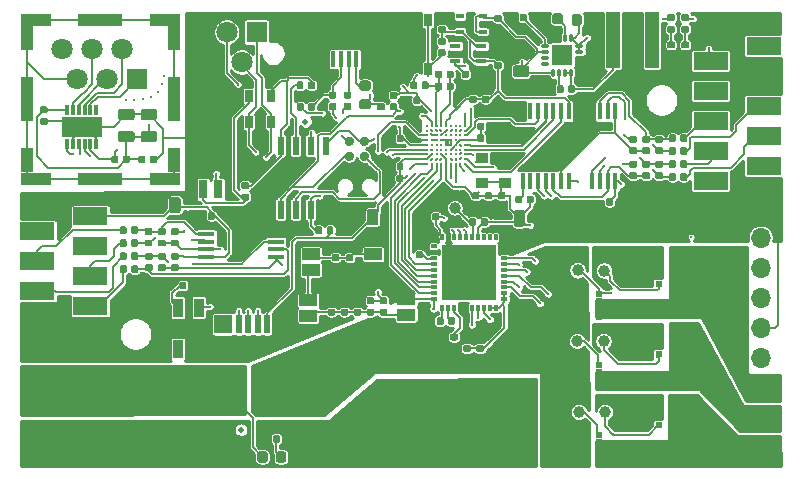
<source format=gbr>
G04 #@! TF.GenerationSoftware,KiCad,Pcbnew,5.1.5-52549c5~84~ubuntu18.04.1*
G04 #@! TF.CreationDate,2020-04-16T13:53:27+02:00*
G04 #@! TF.ProjectId,board,626f6172-642e-46b6-9963-61645f706362,rev?*
G04 #@! TF.SameCoordinates,Original*
G04 #@! TF.FileFunction,Copper,L1,Top*
G04 #@! TF.FilePolarity,Positive*
%FSLAX46Y46*%
G04 Gerber Fmt 4.6, Leading zero omitted, Abs format (unit mm)*
G04 Created by KiCad (PCBNEW 5.1.5-52549c5~84~ubuntu18.04.1) date 2020-04-16 13:53:27*
%MOMM*%
%LPD*%
G04 APERTURE LIST*
%ADD10R,0.700000X0.400000*%
%ADD11C,0.100000*%
%ADD12R,0.450000X1.450000*%
%ADD13R,1.180000X4.700000*%
%ADD14R,1.000000X1.000000*%
%ADD15R,1.650000X1.000000*%
%ADD16R,3.800000X1.000000*%
%ADD17R,1.000000X2.130000*%
%ADD18R,1.000000X3.800000*%
%ADD19R,3.000000X1.500000*%
%ADD20R,1.150000X1.150000*%
%ADD21R,0.500000X0.300000*%
%ADD22R,0.300000X0.500000*%
%ADD23R,0.950000X1.230000*%
%ADD24R,0.630000X0.500000*%
%ADD25R,0.304800X0.812800*%
%ADD26R,3.403600X1.803400*%
%ADD27O,0.300000X0.750000*%
%ADD28O,0.750000X0.300000*%
%ADD29R,0.900000X0.900000*%
%ADD30O,1.700000X1.700000*%
%ADD31R,1.700000X1.700000*%
%ADD32R,3.500000X2.000000*%
%ADD33R,6.000000X2.000000*%
%ADD34C,1.800000*%
%ADD35R,1.800000X1.800000*%
%ADD36R,0.850000X1.600000*%
%ADD37C,1.000000*%
%ADD38R,1.500000X1.600000*%
%ADD39R,0.500000X1.600000*%
%ADD40R,2.400000X3.480000*%
%ADD41R,0.650000X1.060000*%
%ADD42R,1.450000X0.450000*%
%ADD43C,0.500000*%
%ADD44R,0.450000X1.380000*%
%ADD45R,1.475000X2.100000*%
%ADD46R,2.375000X1.900000*%
%ADD47R,1.175000X1.900000*%
%ADD48R,0.600000X1.550000*%
%ADD49R,0.650000X1.050000*%
%ADD50R,0.950000X0.450000*%
%ADD51R,1.000000X0.900000*%
%ADD52R,1.500000X1.000000*%
%ADD53R,0.760000X1.600000*%
%ADD54C,0.200000*%
%ADD55C,0.400000*%
%ADD56C,0.290000*%
%ADD57C,0.254000*%
%ADD58C,0.800000*%
%ADD59C,0.152400*%
%ADD60C,0.177800*%
%ADD61C,0.254000*%
G04 APERTURE END LIST*
D10*
X130550000Y-101900000D03*
X130550000Y-100600000D03*
X132450000Y-100600000D03*
X132450000Y-101250000D03*
X132450000Y-101900000D03*
X130550000Y-101900000D03*
X130550000Y-100600000D03*
X132450000Y-100600000D03*
X132450000Y-101250000D03*
X132450000Y-101900000D03*
X130550000Y-101900000D03*
X130550000Y-100600000D03*
X132450000Y-100600000D03*
X132450000Y-101250000D03*
X132450000Y-101900000D03*
G04 #@! TA.AperFunction,SMDPad,CuDef*
D11*
G36*
X122473590Y-110778195D02*
G01*
X122511808Y-110783864D01*
X122549286Y-110793252D01*
X122585663Y-110806268D01*
X122620590Y-110822787D01*
X122653729Y-110842649D01*
X122684762Y-110865665D01*
X122713389Y-110891611D01*
X122739335Y-110920238D01*
X122762351Y-110951271D01*
X122782213Y-110984410D01*
X122798732Y-111019337D01*
X122811748Y-111055714D01*
X122821136Y-111093192D01*
X122826805Y-111131410D01*
X122828701Y-111169999D01*
X122828701Y-111170001D01*
X122826805Y-111208590D01*
X122821136Y-111246808D01*
X122811748Y-111284286D01*
X122798732Y-111320663D01*
X122782213Y-111355590D01*
X122762351Y-111388729D01*
X122739335Y-111419762D01*
X122713389Y-111448389D01*
X122684762Y-111474335D01*
X122653729Y-111497351D01*
X122620590Y-111517213D01*
X122585663Y-111533732D01*
X122549286Y-111546748D01*
X122511808Y-111556136D01*
X122473590Y-111561805D01*
X122435001Y-111563701D01*
X122434999Y-111563701D01*
X122396410Y-111561805D01*
X122358192Y-111556136D01*
X122320714Y-111546748D01*
X122284337Y-111533732D01*
X122249410Y-111517213D01*
X122216271Y-111497351D01*
X122185238Y-111474335D01*
X122156611Y-111448389D01*
X122130665Y-111419762D01*
X122107649Y-111388729D01*
X122087787Y-111355590D01*
X122071268Y-111320663D01*
X122058252Y-111284286D01*
X122048864Y-111246808D01*
X122043195Y-111208590D01*
X122041299Y-111170001D01*
X122041299Y-111169999D01*
X122043195Y-111131410D01*
X122048864Y-111093192D01*
X122058252Y-111055714D01*
X122071268Y-111019337D01*
X122087787Y-110984410D01*
X122107649Y-110951271D01*
X122130665Y-110920238D01*
X122156611Y-110891611D01*
X122185238Y-110865665D01*
X122216271Y-110842649D01*
X122249410Y-110822787D01*
X122284337Y-110806268D01*
X122320714Y-110793252D01*
X122358192Y-110783864D01*
X122396410Y-110778195D01*
X122434999Y-110776299D01*
X122435001Y-110776299D01*
X122473590Y-110778195D01*
G37*
G04 #@! TD.AperFunction*
G04 #@! TA.AperFunction,SMDPad,CuDef*
G36*
X122473590Y-112048195D02*
G01*
X122511808Y-112053864D01*
X122549286Y-112063252D01*
X122585663Y-112076268D01*
X122620590Y-112092787D01*
X122653729Y-112112649D01*
X122684762Y-112135665D01*
X122713389Y-112161611D01*
X122739335Y-112190238D01*
X122762351Y-112221271D01*
X122782213Y-112254410D01*
X122798732Y-112289337D01*
X122811748Y-112325714D01*
X122821136Y-112363192D01*
X122826805Y-112401410D01*
X122828701Y-112439999D01*
X122828701Y-112440001D01*
X122826805Y-112478590D01*
X122821136Y-112516808D01*
X122811748Y-112554286D01*
X122798732Y-112590663D01*
X122782213Y-112625590D01*
X122762351Y-112658729D01*
X122739335Y-112689762D01*
X122713389Y-112718389D01*
X122684762Y-112744335D01*
X122653729Y-112767351D01*
X122620590Y-112787213D01*
X122585663Y-112803732D01*
X122549286Y-112816748D01*
X122511808Y-112826136D01*
X122473590Y-112831805D01*
X122435001Y-112833701D01*
X122434999Y-112833701D01*
X122396410Y-112831805D01*
X122358192Y-112826136D01*
X122320714Y-112816748D01*
X122284337Y-112803732D01*
X122249410Y-112787213D01*
X122216271Y-112767351D01*
X122185238Y-112744335D01*
X122156611Y-112718389D01*
X122130665Y-112689762D01*
X122107649Y-112658729D01*
X122087787Y-112625590D01*
X122071268Y-112590663D01*
X122058252Y-112554286D01*
X122048864Y-112516808D01*
X122043195Y-112478590D01*
X122041299Y-112440001D01*
X122041299Y-112439999D01*
X122043195Y-112401410D01*
X122048864Y-112363192D01*
X122058252Y-112325714D01*
X122071268Y-112289337D01*
X122087787Y-112254410D01*
X122107649Y-112221271D01*
X122130665Y-112190238D01*
X122156611Y-112161611D01*
X122185238Y-112135665D01*
X122216271Y-112112649D01*
X122249410Y-112092787D01*
X122284337Y-112076268D01*
X122320714Y-112063252D01*
X122358192Y-112053864D01*
X122396410Y-112048195D01*
X122434999Y-112046299D01*
X122435001Y-112046299D01*
X122473590Y-112048195D01*
G37*
G04 #@! TD.AperFunction*
G04 #@! TA.AperFunction,SMDPad,CuDef*
G36*
X122473590Y-113318195D02*
G01*
X122511808Y-113323864D01*
X122549286Y-113333252D01*
X122585663Y-113346268D01*
X122620590Y-113362787D01*
X122653729Y-113382649D01*
X122684762Y-113405665D01*
X122713389Y-113431611D01*
X122739335Y-113460238D01*
X122762351Y-113491271D01*
X122782213Y-113524410D01*
X122798732Y-113559337D01*
X122811748Y-113595714D01*
X122821136Y-113633192D01*
X122826805Y-113671410D01*
X122828701Y-113709999D01*
X122828701Y-113710001D01*
X122826805Y-113748590D01*
X122821136Y-113786808D01*
X122811748Y-113824286D01*
X122798732Y-113860663D01*
X122782213Y-113895590D01*
X122762351Y-113928729D01*
X122739335Y-113959762D01*
X122713389Y-113988389D01*
X122684762Y-114014335D01*
X122653729Y-114037351D01*
X122620590Y-114057213D01*
X122585663Y-114073732D01*
X122549286Y-114086748D01*
X122511808Y-114096136D01*
X122473590Y-114101805D01*
X122435001Y-114103701D01*
X122434999Y-114103701D01*
X122396410Y-114101805D01*
X122358192Y-114096136D01*
X122320714Y-114086748D01*
X122284337Y-114073732D01*
X122249410Y-114057213D01*
X122216271Y-114037351D01*
X122185238Y-114014335D01*
X122156611Y-113988389D01*
X122130665Y-113959762D01*
X122107649Y-113928729D01*
X122087787Y-113895590D01*
X122071268Y-113860663D01*
X122058252Y-113824286D01*
X122048864Y-113786808D01*
X122043195Y-113748590D01*
X122041299Y-113710001D01*
X122041299Y-113709999D01*
X122043195Y-113671410D01*
X122048864Y-113633192D01*
X122058252Y-113595714D01*
X122071268Y-113559337D01*
X122087787Y-113524410D01*
X122107649Y-113491271D01*
X122130665Y-113460238D01*
X122156611Y-113431611D01*
X122185238Y-113405665D01*
X122216271Y-113382649D01*
X122249410Y-113362787D01*
X122284337Y-113346268D01*
X122320714Y-113333252D01*
X122358192Y-113323864D01*
X122396410Y-113318195D01*
X122434999Y-113316299D01*
X122435001Y-113316299D01*
X122473590Y-113318195D01*
G37*
G04 #@! TD.AperFunction*
G04 #@! TA.AperFunction,SMDPad,CuDef*
G36*
X121203590Y-113318195D02*
G01*
X121241808Y-113323864D01*
X121279286Y-113333252D01*
X121315663Y-113346268D01*
X121350590Y-113362787D01*
X121383729Y-113382649D01*
X121414762Y-113405665D01*
X121443389Y-113431611D01*
X121469335Y-113460238D01*
X121492351Y-113491271D01*
X121512213Y-113524410D01*
X121528732Y-113559337D01*
X121541748Y-113595714D01*
X121551136Y-113633192D01*
X121556805Y-113671410D01*
X121558701Y-113709999D01*
X121558701Y-113710001D01*
X121556805Y-113748590D01*
X121551136Y-113786808D01*
X121541748Y-113824286D01*
X121528732Y-113860663D01*
X121512213Y-113895590D01*
X121492351Y-113928729D01*
X121469335Y-113959762D01*
X121443389Y-113988389D01*
X121414762Y-114014335D01*
X121383729Y-114037351D01*
X121350590Y-114057213D01*
X121315663Y-114073732D01*
X121279286Y-114086748D01*
X121241808Y-114096136D01*
X121203590Y-114101805D01*
X121165001Y-114103701D01*
X121164999Y-114103701D01*
X121126410Y-114101805D01*
X121088192Y-114096136D01*
X121050714Y-114086748D01*
X121014337Y-114073732D01*
X120979410Y-114057213D01*
X120946271Y-114037351D01*
X120915238Y-114014335D01*
X120886611Y-113988389D01*
X120860665Y-113959762D01*
X120837649Y-113928729D01*
X120817787Y-113895590D01*
X120801268Y-113860663D01*
X120788252Y-113824286D01*
X120778864Y-113786808D01*
X120773195Y-113748590D01*
X120771299Y-113710001D01*
X120771299Y-113709999D01*
X120773195Y-113671410D01*
X120778864Y-113633192D01*
X120788252Y-113595714D01*
X120801268Y-113559337D01*
X120817787Y-113524410D01*
X120837649Y-113491271D01*
X120860665Y-113460238D01*
X120886611Y-113431611D01*
X120915238Y-113405665D01*
X120946271Y-113382649D01*
X120979410Y-113362787D01*
X121014337Y-113346268D01*
X121050714Y-113333252D01*
X121088192Y-113323864D01*
X121126410Y-113318195D01*
X121164999Y-113316299D01*
X121165001Y-113316299D01*
X121203590Y-113318195D01*
G37*
G04 #@! TD.AperFunction*
G04 #@! TA.AperFunction,SMDPad,CuDef*
G36*
X121203590Y-112048195D02*
G01*
X121241808Y-112053864D01*
X121279286Y-112063252D01*
X121315663Y-112076268D01*
X121350590Y-112092787D01*
X121383729Y-112112649D01*
X121414762Y-112135665D01*
X121443389Y-112161611D01*
X121469335Y-112190238D01*
X121492351Y-112221271D01*
X121512213Y-112254410D01*
X121528732Y-112289337D01*
X121541748Y-112325714D01*
X121551136Y-112363192D01*
X121556805Y-112401410D01*
X121558701Y-112439999D01*
X121558701Y-112440001D01*
X121556805Y-112478590D01*
X121551136Y-112516808D01*
X121541748Y-112554286D01*
X121528732Y-112590663D01*
X121512213Y-112625590D01*
X121492351Y-112658729D01*
X121469335Y-112689762D01*
X121443389Y-112718389D01*
X121414762Y-112744335D01*
X121383729Y-112767351D01*
X121350590Y-112787213D01*
X121315663Y-112803732D01*
X121279286Y-112816748D01*
X121241808Y-112826136D01*
X121203590Y-112831805D01*
X121165001Y-112833701D01*
X121164999Y-112833701D01*
X121126410Y-112831805D01*
X121088192Y-112826136D01*
X121050714Y-112816748D01*
X121014337Y-112803732D01*
X120979410Y-112787213D01*
X120946271Y-112767351D01*
X120915238Y-112744335D01*
X120886611Y-112718389D01*
X120860665Y-112689762D01*
X120837649Y-112658729D01*
X120817787Y-112625590D01*
X120801268Y-112590663D01*
X120788252Y-112554286D01*
X120778864Y-112516808D01*
X120773195Y-112478590D01*
X120771299Y-112440001D01*
X120771299Y-112439999D01*
X120773195Y-112401410D01*
X120778864Y-112363192D01*
X120788252Y-112325714D01*
X120801268Y-112289337D01*
X120817787Y-112254410D01*
X120837649Y-112221271D01*
X120860665Y-112190238D01*
X120886611Y-112161611D01*
X120915238Y-112135665D01*
X120946271Y-112112649D01*
X120979410Y-112092787D01*
X121014337Y-112076268D01*
X121050714Y-112063252D01*
X121088192Y-112053864D01*
X121126410Y-112048195D01*
X121164999Y-112046299D01*
X121165001Y-112046299D01*
X121203590Y-112048195D01*
G37*
G04 #@! TD.AperFunction*
G04 #@! TA.AperFunction,SMDPad,CuDef*
G36*
X121203590Y-110778195D02*
G01*
X121241808Y-110783864D01*
X121279286Y-110793252D01*
X121315663Y-110806268D01*
X121350590Y-110822787D01*
X121383729Y-110842649D01*
X121414762Y-110865665D01*
X121443389Y-110891611D01*
X121469335Y-110920238D01*
X121492351Y-110951271D01*
X121512213Y-110984410D01*
X121528732Y-111019337D01*
X121541748Y-111055714D01*
X121551136Y-111093192D01*
X121556805Y-111131410D01*
X121558701Y-111169999D01*
X121558701Y-111170001D01*
X121556805Y-111208590D01*
X121551136Y-111246808D01*
X121541748Y-111284286D01*
X121528732Y-111320663D01*
X121512213Y-111355590D01*
X121492351Y-111388729D01*
X121469335Y-111419762D01*
X121443389Y-111448389D01*
X121414762Y-111474335D01*
X121383729Y-111497351D01*
X121350590Y-111517213D01*
X121315663Y-111533732D01*
X121279286Y-111546748D01*
X121241808Y-111556136D01*
X121203590Y-111561805D01*
X121165001Y-111563701D01*
X121164999Y-111563701D01*
X121126410Y-111561805D01*
X121088192Y-111556136D01*
X121050714Y-111546748D01*
X121014337Y-111533732D01*
X120979410Y-111517213D01*
X120946271Y-111497351D01*
X120915238Y-111474335D01*
X120886611Y-111448389D01*
X120860665Y-111419762D01*
X120837649Y-111388729D01*
X120817787Y-111355590D01*
X120801268Y-111320663D01*
X120788252Y-111284286D01*
X120778864Y-111246808D01*
X120773195Y-111208590D01*
X120771299Y-111170001D01*
X120771299Y-111169999D01*
X120773195Y-111131410D01*
X120778864Y-111093192D01*
X120788252Y-111055714D01*
X120801268Y-111019337D01*
X120817787Y-110984410D01*
X120837649Y-110951271D01*
X120860665Y-110920238D01*
X120886611Y-110891611D01*
X120915238Y-110865665D01*
X120946271Y-110842649D01*
X120979410Y-110822787D01*
X121014337Y-110806268D01*
X121050714Y-110793252D01*
X121088192Y-110783864D01*
X121126410Y-110778195D01*
X121164999Y-110776299D01*
X121165001Y-110776299D01*
X121203590Y-110778195D01*
G37*
G04 #@! TD.AperFunction*
G04 #@! TA.AperFunction,SMDPad,CuDef*
G36*
X102767142Y-108416174D02*
G01*
X102790803Y-108419684D01*
X102814007Y-108425496D01*
X102836529Y-108433554D01*
X102858153Y-108443782D01*
X102878670Y-108456079D01*
X102897883Y-108470329D01*
X102915607Y-108486393D01*
X102931671Y-108504117D01*
X102945921Y-108523330D01*
X102958218Y-108543847D01*
X102968446Y-108565471D01*
X102976504Y-108587993D01*
X102982316Y-108611197D01*
X102985826Y-108634858D01*
X102987000Y-108658750D01*
X102987000Y-109146250D01*
X102985826Y-109170142D01*
X102982316Y-109193803D01*
X102976504Y-109217007D01*
X102968446Y-109239529D01*
X102958218Y-109261153D01*
X102945921Y-109281670D01*
X102931671Y-109300883D01*
X102915607Y-109318607D01*
X102897883Y-109334671D01*
X102878670Y-109348921D01*
X102858153Y-109361218D01*
X102836529Y-109371446D01*
X102814007Y-109379504D01*
X102790803Y-109385316D01*
X102767142Y-109388826D01*
X102743250Y-109390000D01*
X101830750Y-109390000D01*
X101806858Y-109388826D01*
X101783197Y-109385316D01*
X101759993Y-109379504D01*
X101737471Y-109371446D01*
X101715847Y-109361218D01*
X101695330Y-109348921D01*
X101676117Y-109334671D01*
X101658393Y-109318607D01*
X101642329Y-109300883D01*
X101628079Y-109281670D01*
X101615782Y-109261153D01*
X101605554Y-109239529D01*
X101597496Y-109217007D01*
X101591684Y-109193803D01*
X101588174Y-109170142D01*
X101587000Y-109146250D01*
X101587000Y-108658750D01*
X101588174Y-108634858D01*
X101591684Y-108611197D01*
X101597496Y-108587993D01*
X101605554Y-108565471D01*
X101615782Y-108543847D01*
X101628079Y-108523330D01*
X101642329Y-108504117D01*
X101658393Y-108486393D01*
X101676117Y-108470329D01*
X101695330Y-108456079D01*
X101715847Y-108443782D01*
X101737471Y-108433554D01*
X101759993Y-108425496D01*
X101783197Y-108419684D01*
X101806858Y-108416174D01*
X101830750Y-108415000D01*
X102743250Y-108415000D01*
X102767142Y-108416174D01*
G37*
G04 #@! TD.AperFunction*
G04 #@! TA.AperFunction,SMDPad,CuDef*
G36*
X102767142Y-110291174D02*
G01*
X102790803Y-110294684D01*
X102814007Y-110300496D01*
X102836529Y-110308554D01*
X102858153Y-110318782D01*
X102878670Y-110331079D01*
X102897883Y-110345329D01*
X102915607Y-110361393D01*
X102931671Y-110379117D01*
X102945921Y-110398330D01*
X102958218Y-110418847D01*
X102968446Y-110440471D01*
X102976504Y-110462993D01*
X102982316Y-110486197D01*
X102985826Y-110509858D01*
X102987000Y-110533750D01*
X102987000Y-111021250D01*
X102985826Y-111045142D01*
X102982316Y-111068803D01*
X102976504Y-111092007D01*
X102968446Y-111114529D01*
X102958218Y-111136153D01*
X102945921Y-111156670D01*
X102931671Y-111175883D01*
X102915607Y-111193607D01*
X102897883Y-111209671D01*
X102878670Y-111223921D01*
X102858153Y-111236218D01*
X102836529Y-111246446D01*
X102814007Y-111254504D01*
X102790803Y-111260316D01*
X102767142Y-111263826D01*
X102743250Y-111265000D01*
X101830750Y-111265000D01*
X101806858Y-111263826D01*
X101783197Y-111260316D01*
X101759993Y-111254504D01*
X101737471Y-111246446D01*
X101715847Y-111236218D01*
X101695330Y-111223921D01*
X101676117Y-111209671D01*
X101658393Y-111193607D01*
X101642329Y-111175883D01*
X101628079Y-111156670D01*
X101615782Y-111136153D01*
X101605554Y-111114529D01*
X101597496Y-111092007D01*
X101591684Y-111068803D01*
X101588174Y-111045142D01*
X101587000Y-111021250D01*
X101587000Y-110533750D01*
X101588174Y-110509858D01*
X101591684Y-110486197D01*
X101597496Y-110462993D01*
X101605554Y-110440471D01*
X101615782Y-110418847D01*
X101628079Y-110398330D01*
X101642329Y-110379117D01*
X101658393Y-110361393D01*
X101676117Y-110345329D01*
X101695330Y-110331079D01*
X101715847Y-110318782D01*
X101737471Y-110308554D01*
X101759993Y-110300496D01*
X101783197Y-110294684D01*
X101806858Y-110291174D01*
X101830750Y-110290000D01*
X102743250Y-110290000D01*
X102767142Y-110291174D01*
G37*
G04 #@! TD.AperFunction*
D12*
X139750000Y-108650000D03*
X139100000Y-108650000D03*
X138450000Y-108650000D03*
X137800000Y-108650000D03*
X137150000Y-108650000D03*
X136500000Y-108650000D03*
X135850000Y-108650000D03*
X135850000Y-114550000D03*
X136500000Y-114550000D03*
X137150000Y-114550000D03*
X137800000Y-114550000D03*
X138450000Y-114550000D03*
X139100000Y-114550000D03*
X139750000Y-114550000D03*
D13*
X146800000Y-102600000D03*
X143490000Y-102600000D03*
D14*
X93850000Y-100870000D03*
X106350000Y-100870000D03*
X106350000Y-114330000D03*
X93850000Y-114330000D03*
D15*
X95175000Y-100870000D03*
X95175000Y-114330000D03*
D16*
X100100000Y-100870000D03*
X100100000Y-114330000D03*
D15*
X105025000Y-100870000D03*
X105025000Y-114330000D03*
D17*
X93850000Y-102435000D03*
X106350000Y-102435000D03*
D18*
X93850000Y-107600000D03*
X106350000Y-107600000D03*
D17*
X93850000Y-112765000D03*
X106350000Y-112765000D03*
D19*
X99250000Y-117525000D03*
X99250000Y-120065000D03*
X99250000Y-122605000D03*
X99250000Y-125145000D03*
X94750000Y-118795000D03*
X94750000Y-121335000D03*
X94750000Y-123875000D03*
X94750000Y-126415000D03*
G04 #@! TA.AperFunction,SMDPad,CuDef*
D11*
G36*
X104672142Y-108416174D02*
G01*
X104695803Y-108419684D01*
X104719007Y-108425496D01*
X104741529Y-108433554D01*
X104763153Y-108443782D01*
X104783670Y-108456079D01*
X104802883Y-108470329D01*
X104820607Y-108486393D01*
X104836671Y-108504117D01*
X104850921Y-108523330D01*
X104863218Y-108543847D01*
X104873446Y-108565471D01*
X104881504Y-108587993D01*
X104887316Y-108611197D01*
X104890826Y-108634858D01*
X104892000Y-108658750D01*
X104892000Y-109146250D01*
X104890826Y-109170142D01*
X104887316Y-109193803D01*
X104881504Y-109217007D01*
X104873446Y-109239529D01*
X104863218Y-109261153D01*
X104850921Y-109281670D01*
X104836671Y-109300883D01*
X104820607Y-109318607D01*
X104802883Y-109334671D01*
X104783670Y-109348921D01*
X104763153Y-109361218D01*
X104741529Y-109371446D01*
X104719007Y-109379504D01*
X104695803Y-109385316D01*
X104672142Y-109388826D01*
X104648250Y-109390000D01*
X103735750Y-109390000D01*
X103711858Y-109388826D01*
X103688197Y-109385316D01*
X103664993Y-109379504D01*
X103642471Y-109371446D01*
X103620847Y-109361218D01*
X103600330Y-109348921D01*
X103581117Y-109334671D01*
X103563393Y-109318607D01*
X103547329Y-109300883D01*
X103533079Y-109281670D01*
X103520782Y-109261153D01*
X103510554Y-109239529D01*
X103502496Y-109217007D01*
X103496684Y-109193803D01*
X103493174Y-109170142D01*
X103492000Y-109146250D01*
X103492000Y-108658750D01*
X103493174Y-108634858D01*
X103496684Y-108611197D01*
X103502496Y-108587993D01*
X103510554Y-108565471D01*
X103520782Y-108543847D01*
X103533079Y-108523330D01*
X103547329Y-108504117D01*
X103563393Y-108486393D01*
X103581117Y-108470329D01*
X103600330Y-108456079D01*
X103620847Y-108443782D01*
X103642471Y-108433554D01*
X103664993Y-108425496D01*
X103688197Y-108419684D01*
X103711858Y-108416174D01*
X103735750Y-108415000D01*
X104648250Y-108415000D01*
X104672142Y-108416174D01*
G37*
G04 #@! TD.AperFunction*
G04 #@! TA.AperFunction,SMDPad,CuDef*
G36*
X104672142Y-110291174D02*
G01*
X104695803Y-110294684D01*
X104719007Y-110300496D01*
X104741529Y-110308554D01*
X104763153Y-110318782D01*
X104783670Y-110331079D01*
X104802883Y-110345329D01*
X104820607Y-110361393D01*
X104836671Y-110379117D01*
X104850921Y-110398330D01*
X104863218Y-110418847D01*
X104873446Y-110440471D01*
X104881504Y-110462993D01*
X104887316Y-110486197D01*
X104890826Y-110509858D01*
X104892000Y-110533750D01*
X104892000Y-111021250D01*
X104890826Y-111045142D01*
X104887316Y-111068803D01*
X104881504Y-111092007D01*
X104873446Y-111114529D01*
X104863218Y-111136153D01*
X104850921Y-111156670D01*
X104836671Y-111175883D01*
X104820607Y-111193607D01*
X104802883Y-111209671D01*
X104783670Y-111223921D01*
X104763153Y-111236218D01*
X104741529Y-111246446D01*
X104719007Y-111254504D01*
X104695803Y-111260316D01*
X104672142Y-111263826D01*
X104648250Y-111265000D01*
X103735750Y-111265000D01*
X103711858Y-111263826D01*
X103688197Y-111260316D01*
X103664993Y-111254504D01*
X103642471Y-111246446D01*
X103620847Y-111236218D01*
X103600330Y-111223921D01*
X103581117Y-111209671D01*
X103563393Y-111193607D01*
X103547329Y-111175883D01*
X103533079Y-111156670D01*
X103520782Y-111136153D01*
X103510554Y-111114529D01*
X103502496Y-111092007D01*
X103496684Y-111068803D01*
X103493174Y-111045142D01*
X103492000Y-111021250D01*
X103492000Y-110533750D01*
X103493174Y-110509858D01*
X103496684Y-110486197D01*
X103502496Y-110462993D01*
X103510554Y-110440471D01*
X103520782Y-110418847D01*
X103533079Y-110398330D01*
X103547329Y-110379117D01*
X103563393Y-110361393D01*
X103581117Y-110345329D01*
X103600330Y-110331079D01*
X103620847Y-110318782D01*
X103642471Y-110308554D01*
X103664993Y-110300496D01*
X103688197Y-110294684D01*
X103711858Y-110291174D01*
X103735750Y-110290000D01*
X104648250Y-110290000D01*
X104672142Y-110291174D01*
G37*
G04 #@! TD.AperFunction*
G04 #@! TA.AperFunction,SMDPad,CuDef*
G36*
X137705142Y-117001174D02*
G01*
X137728803Y-117004684D01*
X137752007Y-117010496D01*
X137774529Y-117018554D01*
X137796153Y-117028782D01*
X137816670Y-117041079D01*
X137835883Y-117055329D01*
X137853607Y-117071393D01*
X137869671Y-117089117D01*
X137883921Y-117108330D01*
X137896218Y-117128847D01*
X137906446Y-117150471D01*
X137914504Y-117172993D01*
X137920316Y-117196197D01*
X137923826Y-117219858D01*
X137925000Y-117243750D01*
X137925000Y-118156250D01*
X137923826Y-118180142D01*
X137920316Y-118203803D01*
X137914504Y-118227007D01*
X137906446Y-118249529D01*
X137896218Y-118271153D01*
X137883921Y-118291670D01*
X137869671Y-118310883D01*
X137853607Y-118328607D01*
X137835883Y-118344671D01*
X137816670Y-118358921D01*
X137796153Y-118371218D01*
X137774529Y-118381446D01*
X137752007Y-118389504D01*
X137728803Y-118395316D01*
X137705142Y-118398826D01*
X137681250Y-118400000D01*
X137193750Y-118400000D01*
X137169858Y-118398826D01*
X137146197Y-118395316D01*
X137122993Y-118389504D01*
X137100471Y-118381446D01*
X137078847Y-118371218D01*
X137058330Y-118358921D01*
X137039117Y-118344671D01*
X137021393Y-118328607D01*
X137005329Y-118310883D01*
X136991079Y-118291670D01*
X136978782Y-118271153D01*
X136968554Y-118249529D01*
X136960496Y-118227007D01*
X136954684Y-118203803D01*
X136951174Y-118180142D01*
X136950000Y-118156250D01*
X136950000Y-117243750D01*
X136951174Y-117219858D01*
X136954684Y-117196197D01*
X136960496Y-117172993D01*
X136968554Y-117150471D01*
X136978782Y-117128847D01*
X136991079Y-117108330D01*
X137005329Y-117089117D01*
X137021393Y-117071393D01*
X137039117Y-117055329D01*
X137058330Y-117041079D01*
X137078847Y-117028782D01*
X137100471Y-117018554D01*
X137122993Y-117010496D01*
X137146197Y-117004684D01*
X137169858Y-117001174D01*
X137193750Y-117000000D01*
X137681250Y-117000000D01*
X137705142Y-117001174D01*
G37*
G04 #@! TD.AperFunction*
G04 #@! TA.AperFunction,SMDPad,CuDef*
G36*
X135830142Y-117001174D02*
G01*
X135853803Y-117004684D01*
X135877007Y-117010496D01*
X135899529Y-117018554D01*
X135921153Y-117028782D01*
X135941670Y-117041079D01*
X135960883Y-117055329D01*
X135978607Y-117071393D01*
X135994671Y-117089117D01*
X136008921Y-117108330D01*
X136021218Y-117128847D01*
X136031446Y-117150471D01*
X136039504Y-117172993D01*
X136045316Y-117196197D01*
X136048826Y-117219858D01*
X136050000Y-117243750D01*
X136050000Y-118156250D01*
X136048826Y-118180142D01*
X136045316Y-118203803D01*
X136039504Y-118227007D01*
X136031446Y-118249529D01*
X136021218Y-118271153D01*
X136008921Y-118291670D01*
X135994671Y-118310883D01*
X135978607Y-118328607D01*
X135960883Y-118344671D01*
X135941670Y-118358921D01*
X135921153Y-118371218D01*
X135899529Y-118381446D01*
X135877007Y-118389504D01*
X135853803Y-118395316D01*
X135830142Y-118398826D01*
X135806250Y-118400000D01*
X135318750Y-118400000D01*
X135294858Y-118398826D01*
X135271197Y-118395316D01*
X135247993Y-118389504D01*
X135225471Y-118381446D01*
X135203847Y-118371218D01*
X135183330Y-118358921D01*
X135164117Y-118344671D01*
X135146393Y-118328607D01*
X135130329Y-118310883D01*
X135116079Y-118291670D01*
X135103782Y-118271153D01*
X135093554Y-118249529D01*
X135085496Y-118227007D01*
X135079684Y-118203803D01*
X135076174Y-118180142D01*
X135075000Y-118156250D01*
X135075000Y-117243750D01*
X135076174Y-117219858D01*
X135079684Y-117196197D01*
X135085496Y-117172993D01*
X135093554Y-117150471D01*
X135103782Y-117128847D01*
X135116079Y-117108330D01*
X135130329Y-117089117D01*
X135146393Y-117071393D01*
X135164117Y-117055329D01*
X135183330Y-117041079D01*
X135203847Y-117028782D01*
X135225471Y-117018554D01*
X135247993Y-117010496D01*
X135271197Y-117004684D01*
X135294858Y-117001174D01*
X135318750Y-117000000D01*
X135806250Y-117000000D01*
X135830142Y-117001174D01*
G37*
G04 #@! TD.AperFunction*
D20*
X129575000Y-124025000D03*
X130725000Y-124025000D03*
X131875000Y-124025000D03*
X133025000Y-124025000D03*
X129575000Y-122875000D03*
X130725000Y-122875000D03*
X131875000Y-122875000D03*
X133025000Y-122875000D03*
X129575000Y-121725000D03*
X130725000Y-121725000D03*
X131875000Y-121725000D03*
X133025000Y-121725000D03*
X129575000Y-120575000D03*
X130725000Y-120575000D03*
X131875000Y-120575000D03*
X133025000Y-120575000D03*
D21*
X128300000Y-124550000D03*
X128300000Y-124050000D03*
X128300000Y-123550000D03*
X128300000Y-123050000D03*
X128300000Y-122550000D03*
X128300000Y-122050000D03*
X128300000Y-121550000D03*
X128300000Y-121050000D03*
X128300000Y-120550000D03*
X128300000Y-120050000D03*
D22*
X129050000Y-119300000D03*
X129550000Y-119300000D03*
X130050000Y-119300000D03*
X130550000Y-119300000D03*
X131050000Y-119300000D03*
X131550000Y-119300000D03*
X132050000Y-119300000D03*
X132550000Y-119300000D03*
X133050000Y-119300000D03*
X133550000Y-119300000D03*
D21*
X134300000Y-120050000D03*
X134300000Y-120550000D03*
X134300000Y-121050000D03*
X134300000Y-121550000D03*
X134300000Y-122050000D03*
X134300000Y-122550000D03*
X134300000Y-123050000D03*
X134300000Y-123550000D03*
X134300000Y-124050000D03*
X134300000Y-124550000D03*
D22*
X133550000Y-125300000D03*
X133050000Y-125300000D03*
X132550000Y-125300000D03*
X132050000Y-125300000D03*
X131550000Y-125300000D03*
X131050000Y-125300000D03*
X130550000Y-125300000D03*
X130050000Y-125300000D03*
X129550000Y-125300000D03*
X129050000Y-125300000D03*
G04 #@! TA.AperFunction,SMDPad,CuDef*
D11*
G36*
X121530142Y-116901174D02*
G01*
X121553803Y-116904684D01*
X121577007Y-116910496D01*
X121599529Y-116918554D01*
X121621153Y-116928782D01*
X121641670Y-116941079D01*
X121660883Y-116955329D01*
X121678607Y-116971393D01*
X121694671Y-116989117D01*
X121708921Y-117008330D01*
X121721218Y-117028847D01*
X121731446Y-117050471D01*
X121739504Y-117072993D01*
X121745316Y-117096197D01*
X121748826Y-117119858D01*
X121750000Y-117143750D01*
X121750000Y-118056250D01*
X121748826Y-118080142D01*
X121745316Y-118103803D01*
X121739504Y-118127007D01*
X121731446Y-118149529D01*
X121721218Y-118171153D01*
X121708921Y-118191670D01*
X121694671Y-118210883D01*
X121678607Y-118228607D01*
X121660883Y-118244671D01*
X121641670Y-118258921D01*
X121621153Y-118271218D01*
X121599529Y-118281446D01*
X121577007Y-118289504D01*
X121553803Y-118295316D01*
X121530142Y-118298826D01*
X121506250Y-118300000D01*
X121018750Y-118300000D01*
X120994858Y-118298826D01*
X120971197Y-118295316D01*
X120947993Y-118289504D01*
X120925471Y-118281446D01*
X120903847Y-118271218D01*
X120883330Y-118258921D01*
X120864117Y-118244671D01*
X120846393Y-118228607D01*
X120830329Y-118210883D01*
X120816079Y-118191670D01*
X120803782Y-118171153D01*
X120793554Y-118149529D01*
X120785496Y-118127007D01*
X120779684Y-118103803D01*
X120776174Y-118080142D01*
X120775000Y-118056250D01*
X120775000Y-117143750D01*
X120776174Y-117119858D01*
X120779684Y-117096197D01*
X120785496Y-117072993D01*
X120793554Y-117050471D01*
X120803782Y-117028847D01*
X120816079Y-117008330D01*
X120830329Y-116989117D01*
X120846393Y-116971393D01*
X120864117Y-116955329D01*
X120883330Y-116941079D01*
X120903847Y-116928782D01*
X120925471Y-116918554D01*
X120947993Y-116910496D01*
X120971197Y-116904684D01*
X120994858Y-116901174D01*
X121018750Y-116900000D01*
X121506250Y-116900000D01*
X121530142Y-116901174D01*
G37*
G04 #@! TD.AperFunction*
G04 #@! TA.AperFunction,SMDPad,CuDef*
G36*
X123405142Y-116901174D02*
G01*
X123428803Y-116904684D01*
X123452007Y-116910496D01*
X123474529Y-116918554D01*
X123496153Y-116928782D01*
X123516670Y-116941079D01*
X123535883Y-116955329D01*
X123553607Y-116971393D01*
X123569671Y-116989117D01*
X123583921Y-117008330D01*
X123596218Y-117028847D01*
X123606446Y-117050471D01*
X123614504Y-117072993D01*
X123620316Y-117096197D01*
X123623826Y-117119858D01*
X123625000Y-117143750D01*
X123625000Y-118056250D01*
X123623826Y-118080142D01*
X123620316Y-118103803D01*
X123614504Y-118127007D01*
X123606446Y-118149529D01*
X123596218Y-118171153D01*
X123583921Y-118191670D01*
X123569671Y-118210883D01*
X123553607Y-118228607D01*
X123535883Y-118244671D01*
X123516670Y-118258921D01*
X123496153Y-118271218D01*
X123474529Y-118281446D01*
X123452007Y-118289504D01*
X123428803Y-118295316D01*
X123405142Y-118298826D01*
X123381250Y-118300000D01*
X122893750Y-118300000D01*
X122869858Y-118298826D01*
X122846197Y-118295316D01*
X122822993Y-118289504D01*
X122800471Y-118281446D01*
X122778847Y-118271218D01*
X122758330Y-118258921D01*
X122739117Y-118244671D01*
X122721393Y-118228607D01*
X122705329Y-118210883D01*
X122691079Y-118191670D01*
X122678782Y-118171153D01*
X122668554Y-118149529D01*
X122660496Y-118127007D01*
X122654684Y-118103803D01*
X122651174Y-118080142D01*
X122650000Y-118056250D01*
X122650000Y-117143750D01*
X122651174Y-117119858D01*
X122654684Y-117096197D01*
X122660496Y-117072993D01*
X122668554Y-117050471D01*
X122678782Y-117028847D01*
X122691079Y-117008330D01*
X122705329Y-116989117D01*
X122721393Y-116971393D01*
X122739117Y-116955329D01*
X122758330Y-116941079D01*
X122778847Y-116928782D01*
X122800471Y-116918554D01*
X122822993Y-116910496D01*
X122846197Y-116904684D01*
X122869858Y-116901174D01*
X122893750Y-116900000D01*
X123381250Y-116900000D01*
X123405142Y-116901174D01*
G37*
G04 #@! TD.AperFunction*
D12*
X143695000Y-108640000D03*
X143045000Y-108640000D03*
X142395000Y-108640000D03*
X141745000Y-108640000D03*
X141745000Y-114540000D03*
X142395000Y-114540000D03*
X143045000Y-114540000D03*
X143695000Y-114540000D03*
D23*
X140940000Y-131660000D03*
X140940000Y-130440000D03*
X139990000Y-131660000D03*
X139990000Y-130440000D03*
D24*
X139410000Y-132020000D03*
X139410000Y-131380000D03*
X139410000Y-130720000D03*
X139410000Y-130080000D03*
X142290000Y-130080000D03*
X142290000Y-130720000D03*
X142290000Y-131380000D03*
X142290000Y-132020000D03*
D25*
X97250000Y-111417800D03*
X97750000Y-111417800D03*
X98250000Y-111417800D03*
X98750000Y-111417800D03*
X99250000Y-111417800D03*
X99750000Y-111417800D03*
X99750000Y-108522200D03*
X99250000Y-108522200D03*
X98750000Y-108522200D03*
X98250000Y-108522200D03*
X97750000Y-108522200D03*
X97250000Y-108522200D03*
D26*
X98500000Y-109970000D03*
G04 #@! TA.AperFunction,SMDPad,CuDef*
D11*
G36*
X120186958Y-120720710D02*
G01*
X120201276Y-120722834D01*
X120215317Y-120726351D01*
X120228946Y-120731228D01*
X120242031Y-120737417D01*
X120254447Y-120744858D01*
X120266073Y-120753481D01*
X120276798Y-120763202D01*
X120286519Y-120773927D01*
X120295142Y-120785553D01*
X120302583Y-120797969D01*
X120308772Y-120811054D01*
X120313649Y-120824683D01*
X120317166Y-120838724D01*
X120319290Y-120853042D01*
X120320000Y-120867500D01*
X120320000Y-121162500D01*
X120319290Y-121176958D01*
X120317166Y-121191276D01*
X120313649Y-121205317D01*
X120308772Y-121218946D01*
X120302583Y-121232031D01*
X120295142Y-121244447D01*
X120286519Y-121256073D01*
X120276798Y-121266798D01*
X120266073Y-121276519D01*
X120254447Y-121285142D01*
X120242031Y-121292583D01*
X120228946Y-121298772D01*
X120215317Y-121303649D01*
X120201276Y-121307166D01*
X120186958Y-121309290D01*
X120172500Y-121310000D01*
X119827500Y-121310000D01*
X119813042Y-121309290D01*
X119798724Y-121307166D01*
X119784683Y-121303649D01*
X119771054Y-121298772D01*
X119757969Y-121292583D01*
X119745553Y-121285142D01*
X119733927Y-121276519D01*
X119723202Y-121266798D01*
X119713481Y-121256073D01*
X119704858Y-121244447D01*
X119697417Y-121232031D01*
X119691228Y-121218946D01*
X119686351Y-121205317D01*
X119682834Y-121191276D01*
X119680710Y-121176958D01*
X119680000Y-121162500D01*
X119680000Y-120867500D01*
X119680710Y-120853042D01*
X119682834Y-120838724D01*
X119686351Y-120824683D01*
X119691228Y-120811054D01*
X119697417Y-120797969D01*
X119704858Y-120785553D01*
X119713481Y-120773927D01*
X119723202Y-120763202D01*
X119733927Y-120753481D01*
X119745553Y-120744858D01*
X119757969Y-120737417D01*
X119771054Y-120731228D01*
X119784683Y-120726351D01*
X119798724Y-120722834D01*
X119813042Y-120720710D01*
X119827500Y-120720000D01*
X120172500Y-120720000D01*
X120186958Y-120720710D01*
G37*
G04 #@! TD.AperFunction*
G04 #@! TA.AperFunction,SMDPad,CuDef*
G36*
X120186958Y-121690710D02*
G01*
X120201276Y-121692834D01*
X120215317Y-121696351D01*
X120228946Y-121701228D01*
X120242031Y-121707417D01*
X120254447Y-121714858D01*
X120266073Y-121723481D01*
X120276798Y-121733202D01*
X120286519Y-121743927D01*
X120295142Y-121755553D01*
X120302583Y-121767969D01*
X120308772Y-121781054D01*
X120313649Y-121794683D01*
X120317166Y-121808724D01*
X120319290Y-121823042D01*
X120320000Y-121837500D01*
X120320000Y-122132500D01*
X120319290Y-122146958D01*
X120317166Y-122161276D01*
X120313649Y-122175317D01*
X120308772Y-122188946D01*
X120302583Y-122202031D01*
X120295142Y-122214447D01*
X120286519Y-122226073D01*
X120276798Y-122236798D01*
X120266073Y-122246519D01*
X120254447Y-122255142D01*
X120242031Y-122262583D01*
X120228946Y-122268772D01*
X120215317Y-122273649D01*
X120201276Y-122277166D01*
X120186958Y-122279290D01*
X120172500Y-122280000D01*
X119827500Y-122280000D01*
X119813042Y-122279290D01*
X119798724Y-122277166D01*
X119784683Y-122273649D01*
X119771054Y-122268772D01*
X119757969Y-122262583D01*
X119745553Y-122255142D01*
X119733927Y-122246519D01*
X119723202Y-122236798D01*
X119713481Y-122226073D01*
X119704858Y-122214447D01*
X119697417Y-122202031D01*
X119691228Y-122188946D01*
X119686351Y-122175317D01*
X119682834Y-122161276D01*
X119680710Y-122146958D01*
X119680000Y-122132500D01*
X119680000Y-121837500D01*
X119680710Y-121823042D01*
X119682834Y-121808724D01*
X119686351Y-121794683D01*
X119691228Y-121781054D01*
X119697417Y-121767969D01*
X119704858Y-121755553D01*
X119713481Y-121743927D01*
X119723202Y-121733202D01*
X119733927Y-121723481D01*
X119745553Y-121714858D01*
X119757969Y-121707417D01*
X119771054Y-121701228D01*
X119784683Y-121696351D01*
X119798724Y-121692834D01*
X119813042Y-121690710D01*
X119827500Y-121690000D01*
X120172500Y-121690000D01*
X120186958Y-121690710D01*
G37*
G04 #@! TD.AperFunction*
G04 #@! TA.AperFunction,SMDPad,CuDef*
G36*
X102446958Y-112380710D02*
G01*
X102461276Y-112382834D01*
X102475317Y-112386351D01*
X102488946Y-112391228D01*
X102502031Y-112397417D01*
X102514447Y-112404858D01*
X102526073Y-112413481D01*
X102536798Y-112423202D01*
X102546519Y-112433927D01*
X102555142Y-112445553D01*
X102562583Y-112457969D01*
X102568772Y-112471054D01*
X102573649Y-112484683D01*
X102577166Y-112498724D01*
X102579290Y-112513042D01*
X102580000Y-112527500D01*
X102580000Y-112872500D01*
X102579290Y-112886958D01*
X102577166Y-112901276D01*
X102573649Y-112915317D01*
X102568772Y-112928946D01*
X102562583Y-112942031D01*
X102555142Y-112954447D01*
X102546519Y-112966073D01*
X102536798Y-112976798D01*
X102526073Y-112986519D01*
X102514447Y-112995142D01*
X102502031Y-113002583D01*
X102488946Y-113008772D01*
X102475317Y-113013649D01*
X102461276Y-113017166D01*
X102446958Y-113019290D01*
X102432500Y-113020000D01*
X102137500Y-113020000D01*
X102123042Y-113019290D01*
X102108724Y-113017166D01*
X102094683Y-113013649D01*
X102081054Y-113008772D01*
X102067969Y-113002583D01*
X102055553Y-112995142D01*
X102043927Y-112986519D01*
X102033202Y-112976798D01*
X102023481Y-112966073D01*
X102014858Y-112954447D01*
X102007417Y-112942031D01*
X102001228Y-112928946D01*
X101996351Y-112915317D01*
X101992834Y-112901276D01*
X101990710Y-112886958D01*
X101990000Y-112872500D01*
X101990000Y-112527500D01*
X101990710Y-112513042D01*
X101992834Y-112498724D01*
X101996351Y-112484683D01*
X102001228Y-112471054D01*
X102007417Y-112457969D01*
X102014858Y-112445553D01*
X102023481Y-112433927D01*
X102033202Y-112423202D01*
X102043927Y-112413481D01*
X102055553Y-112404858D01*
X102067969Y-112397417D01*
X102081054Y-112391228D01*
X102094683Y-112386351D01*
X102108724Y-112382834D01*
X102123042Y-112380710D01*
X102137500Y-112380000D01*
X102432500Y-112380000D01*
X102446958Y-112380710D01*
G37*
G04 #@! TD.AperFunction*
G04 #@! TA.AperFunction,SMDPad,CuDef*
G36*
X101476958Y-112380710D02*
G01*
X101491276Y-112382834D01*
X101505317Y-112386351D01*
X101518946Y-112391228D01*
X101532031Y-112397417D01*
X101544447Y-112404858D01*
X101556073Y-112413481D01*
X101566798Y-112423202D01*
X101576519Y-112433927D01*
X101585142Y-112445553D01*
X101592583Y-112457969D01*
X101598772Y-112471054D01*
X101603649Y-112484683D01*
X101607166Y-112498724D01*
X101609290Y-112513042D01*
X101610000Y-112527500D01*
X101610000Y-112872500D01*
X101609290Y-112886958D01*
X101607166Y-112901276D01*
X101603649Y-112915317D01*
X101598772Y-112928946D01*
X101592583Y-112942031D01*
X101585142Y-112954447D01*
X101576519Y-112966073D01*
X101566798Y-112976798D01*
X101556073Y-112986519D01*
X101544447Y-112995142D01*
X101532031Y-113002583D01*
X101518946Y-113008772D01*
X101505317Y-113013649D01*
X101491276Y-113017166D01*
X101476958Y-113019290D01*
X101462500Y-113020000D01*
X101167500Y-113020000D01*
X101153042Y-113019290D01*
X101138724Y-113017166D01*
X101124683Y-113013649D01*
X101111054Y-113008772D01*
X101097969Y-113002583D01*
X101085553Y-112995142D01*
X101073927Y-112986519D01*
X101063202Y-112976798D01*
X101053481Y-112966073D01*
X101044858Y-112954447D01*
X101037417Y-112942031D01*
X101031228Y-112928946D01*
X101026351Y-112915317D01*
X101022834Y-112901276D01*
X101020710Y-112886958D01*
X101020000Y-112872500D01*
X101020000Y-112527500D01*
X101020710Y-112513042D01*
X101022834Y-112498724D01*
X101026351Y-112484683D01*
X101031228Y-112471054D01*
X101037417Y-112457969D01*
X101044858Y-112445553D01*
X101053481Y-112433927D01*
X101063202Y-112423202D01*
X101073927Y-112413481D01*
X101085553Y-112404858D01*
X101097969Y-112397417D01*
X101111054Y-112391228D01*
X101124683Y-112386351D01*
X101138724Y-112382834D01*
X101153042Y-112380710D01*
X101167500Y-112380000D01*
X101462500Y-112380000D01*
X101476958Y-112380710D01*
G37*
G04 #@! TD.AperFunction*
G04 #@! TA.AperFunction,SMDPad,CuDef*
G36*
X95486958Y-109190710D02*
G01*
X95501276Y-109192834D01*
X95515317Y-109196351D01*
X95528946Y-109201228D01*
X95542031Y-109207417D01*
X95554447Y-109214858D01*
X95566073Y-109223481D01*
X95576798Y-109233202D01*
X95586519Y-109243927D01*
X95595142Y-109255553D01*
X95602583Y-109267969D01*
X95608772Y-109281054D01*
X95613649Y-109294683D01*
X95617166Y-109308724D01*
X95619290Y-109323042D01*
X95620000Y-109337500D01*
X95620000Y-109632500D01*
X95619290Y-109646958D01*
X95617166Y-109661276D01*
X95613649Y-109675317D01*
X95608772Y-109688946D01*
X95602583Y-109702031D01*
X95595142Y-109714447D01*
X95586519Y-109726073D01*
X95576798Y-109736798D01*
X95566073Y-109746519D01*
X95554447Y-109755142D01*
X95542031Y-109762583D01*
X95528946Y-109768772D01*
X95515317Y-109773649D01*
X95501276Y-109777166D01*
X95486958Y-109779290D01*
X95472500Y-109780000D01*
X95127500Y-109780000D01*
X95113042Y-109779290D01*
X95098724Y-109777166D01*
X95084683Y-109773649D01*
X95071054Y-109768772D01*
X95057969Y-109762583D01*
X95045553Y-109755142D01*
X95033927Y-109746519D01*
X95023202Y-109736798D01*
X95013481Y-109726073D01*
X95004858Y-109714447D01*
X94997417Y-109702031D01*
X94991228Y-109688946D01*
X94986351Y-109675317D01*
X94982834Y-109661276D01*
X94980710Y-109646958D01*
X94980000Y-109632500D01*
X94980000Y-109337500D01*
X94980710Y-109323042D01*
X94982834Y-109308724D01*
X94986351Y-109294683D01*
X94991228Y-109281054D01*
X94997417Y-109267969D01*
X95004858Y-109255553D01*
X95013481Y-109243927D01*
X95023202Y-109233202D01*
X95033927Y-109223481D01*
X95045553Y-109214858D01*
X95057969Y-109207417D01*
X95071054Y-109201228D01*
X95084683Y-109196351D01*
X95098724Y-109192834D01*
X95113042Y-109190710D01*
X95127500Y-109190000D01*
X95472500Y-109190000D01*
X95486958Y-109190710D01*
G37*
G04 #@! TD.AperFunction*
G04 #@! TA.AperFunction,SMDPad,CuDef*
G36*
X95486958Y-108220710D02*
G01*
X95501276Y-108222834D01*
X95515317Y-108226351D01*
X95528946Y-108231228D01*
X95542031Y-108237417D01*
X95554447Y-108244858D01*
X95566073Y-108253481D01*
X95576798Y-108263202D01*
X95586519Y-108273927D01*
X95595142Y-108285553D01*
X95602583Y-108297969D01*
X95608772Y-108311054D01*
X95613649Y-108324683D01*
X95617166Y-108338724D01*
X95619290Y-108353042D01*
X95620000Y-108367500D01*
X95620000Y-108662500D01*
X95619290Y-108676958D01*
X95617166Y-108691276D01*
X95613649Y-108705317D01*
X95608772Y-108718946D01*
X95602583Y-108732031D01*
X95595142Y-108744447D01*
X95586519Y-108756073D01*
X95576798Y-108766798D01*
X95566073Y-108776519D01*
X95554447Y-108785142D01*
X95542031Y-108792583D01*
X95528946Y-108798772D01*
X95515317Y-108803649D01*
X95501276Y-108807166D01*
X95486958Y-108809290D01*
X95472500Y-108810000D01*
X95127500Y-108810000D01*
X95113042Y-108809290D01*
X95098724Y-108807166D01*
X95084683Y-108803649D01*
X95071054Y-108798772D01*
X95057969Y-108792583D01*
X95045553Y-108785142D01*
X95033927Y-108776519D01*
X95023202Y-108766798D01*
X95013481Y-108756073D01*
X95004858Y-108744447D01*
X94997417Y-108732031D01*
X94991228Y-108718946D01*
X94986351Y-108705317D01*
X94982834Y-108691276D01*
X94980710Y-108676958D01*
X94980000Y-108662500D01*
X94980000Y-108367500D01*
X94980710Y-108353042D01*
X94982834Y-108338724D01*
X94986351Y-108324683D01*
X94991228Y-108311054D01*
X94997417Y-108297969D01*
X95004858Y-108285553D01*
X95013481Y-108273927D01*
X95023202Y-108263202D01*
X95033927Y-108253481D01*
X95045553Y-108244858D01*
X95057969Y-108237417D01*
X95071054Y-108231228D01*
X95084683Y-108226351D01*
X95098724Y-108222834D01*
X95113042Y-108220710D01*
X95127500Y-108220000D01*
X95472500Y-108220000D01*
X95486958Y-108220710D01*
G37*
G04 #@! TD.AperFunction*
G04 #@! TA.AperFunction,SMDPad,CuDef*
G36*
X128780142Y-129676174D02*
G01*
X128803803Y-129679684D01*
X128827007Y-129685496D01*
X128849529Y-129693554D01*
X128871153Y-129703782D01*
X128891670Y-129716079D01*
X128910883Y-129730329D01*
X128928607Y-129746393D01*
X128944671Y-129764117D01*
X128958921Y-129783330D01*
X128971218Y-129803847D01*
X128981446Y-129825471D01*
X128989504Y-129847993D01*
X128995316Y-129871197D01*
X128998826Y-129894858D01*
X129000000Y-129918750D01*
X129000000Y-130406250D01*
X128998826Y-130430142D01*
X128995316Y-130453803D01*
X128989504Y-130477007D01*
X128981446Y-130499529D01*
X128971218Y-130521153D01*
X128958921Y-130541670D01*
X128944671Y-130560883D01*
X128928607Y-130578607D01*
X128910883Y-130594671D01*
X128891670Y-130608921D01*
X128871153Y-130621218D01*
X128849529Y-130631446D01*
X128827007Y-130639504D01*
X128803803Y-130645316D01*
X128780142Y-130648826D01*
X128756250Y-130650000D01*
X127843750Y-130650000D01*
X127819858Y-130648826D01*
X127796197Y-130645316D01*
X127772993Y-130639504D01*
X127750471Y-130631446D01*
X127728847Y-130621218D01*
X127708330Y-130608921D01*
X127689117Y-130594671D01*
X127671393Y-130578607D01*
X127655329Y-130560883D01*
X127641079Y-130541670D01*
X127628782Y-130521153D01*
X127618554Y-130499529D01*
X127610496Y-130477007D01*
X127604684Y-130453803D01*
X127601174Y-130430142D01*
X127600000Y-130406250D01*
X127600000Y-129918750D01*
X127601174Y-129894858D01*
X127604684Y-129871197D01*
X127610496Y-129847993D01*
X127618554Y-129825471D01*
X127628782Y-129803847D01*
X127641079Y-129783330D01*
X127655329Y-129764117D01*
X127671393Y-129746393D01*
X127689117Y-129730329D01*
X127708330Y-129716079D01*
X127728847Y-129703782D01*
X127750471Y-129693554D01*
X127772993Y-129685496D01*
X127796197Y-129679684D01*
X127819858Y-129676174D01*
X127843750Y-129675000D01*
X128756250Y-129675000D01*
X128780142Y-129676174D01*
G37*
G04 #@! TD.AperFunction*
G04 #@! TA.AperFunction,SMDPad,CuDef*
G36*
X128780142Y-131551174D02*
G01*
X128803803Y-131554684D01*
X128827007Y-131560496D01*
X128849529Y-131568554D01*
X128871153Y-131578782D01*
X128891670Y-131591079D01*
X128910883Y-131605329D01*
X128928607Y-131621393D01*
X128944671Y-131639117D01*
X128958921Y-131658330D01*
X128971218Y-131678847D01*
X128981446Y-131700471D01*
X128989504Y-131722993D01*
X128995316Y-131746197D01*
X128998826Y-131769858D01*
X129000000Y-131793750D01*
X129000000Y-132281250D01*
X128998826Y-132305142D01*
X128995316Y-132328803D01*
X128989504Y-132352007D01*
X128981446Y-132374529D01*
X128971218Y-132396153D01*
X128958921Y-132416670D01*
X128944671Y-132435883D01*
X128928607Y-132453607D01*
X128910883Y-132469671D01*
X128891670Y-132483921D01*
X128871153Y-132496218D01*
X128849529Y-132506446D01*
X128827007Y-132514504D01*
X128803803Y-132520316D01*
X128780142Y-132523826D01*
X128756250Y-132525000D01*
X127843750Y-132525000D01*
X127819858Y-132523826D01*
X127796197Y-132520316D01*
X127772993Y-132514504D01*
X127750471Y-132506446D01*
X127728847Y-132496218D01*
X127708330Y-132483921D01*
X127689117Y-132469671D01*
X127671393Y-132453607D01*
X127655329Y-132435883D01*
X127641079Y-132416670D01*
X127628782Y-132396153D01*
X127618554Y-132374529D01*
X127610496Y-132352007D01*
X127604684Y-132328803D01*
X127601174Y-132305142D01*
X127600000Y-132281250D01*
X127600000Y-131793750D01*
X127601174Y-131769858D01*
X127604684Y-131746197D01*
X127610496Y-131722993D01*
X127618554Y-131700471D01*
X127628782Y-131678847D01*
X127641079Y-131658330D01*
X127655329Y-131639117D01*
X127671393Y-131621393D01*
X127689117Y-131605329D01*
X127708330Y-131591079D01*
X127728847Y-131578782D01*
X127750471Y-131568554D01*
X127772993Y-131560496D01*
X127796197Y-131554684D01*
X127819858Y-131551174D01*
X127843750Y-131550000D01*
X128756250Y-131550000D01*
X128780142Y-131551174D01*
G37*
G04 #@! TD.AperFunction*
G04 #@! TA.AperFunction,SMDPad,CuDef*
G36*
X104746958Y-112380710D02*
G01*
X104761276Y-112382834D01*
X104775317Y-112386351D01*
X104788946Y-112391228D01*
X104802031Y-112397417D01*
X104814447Y-112404858D01*
X104826073Y-112413481D01*
X104836798Y-112423202D01*
X104846519Y-112433927D01*
X104855142Y-112445553D01*
X104862583Y-112457969D01*
X104868772Y-112471054D01*
X104873649Y-112484683D01*
X104877166Y-112498724D01*
X104879290Y-112513042D01*
X104880000Y-112527500D01*
X104880000Y-112872500D01*
X104879290Y-112886958D01*
X104877166Y-112901276D01*
X104873649Y-112915317D01*
X104868772Y-112928946D01*
X104862583Y-112942031D01*
X104855142Y-112954447D01*
X104846519Y-112966073D01*
X104836798Y-112976798D01*
X104826073Y-112986519D01*
X104814447Y-112995142D01*
X104802031Y-113002583D01*
X104788946Y-113008772D01*
X104775317Y-113013649D01*
X104761276Y-113017166D01*
X104746958Y-113019290D01*
X104732500Y-113020000D01*
X104437500Y-113020000D01*
X104423042Y-113019290D01*
X104408724Y-113017166D01*
X104394683Y-113013649D01*
X104381054Y-113008772D01*
X104367969Y-113002583D01*
X104355553Y-112995142D01*
X104343927Y-112986519D01*
X104333202Y-112976798D01*
X104323481Y-112966073D01*
X104314858Y-112954447D01*
X104307417Y-112942031D01*
X104301228Y-112928946D01*
X104296351Y-112915317D01*
X104292834Y-112901276D01*
X104290710Y-112886958D01*
X104290000Y-112872500D01*
X104290000Y-112527500D01*
X104290710Y-112513042D01*
X104292834Y-112498724D01*
X104296351Y-112484683D01*
X104301228Y-112471054D01*
X104307417Y-112457969D01*
X104314858Y-112445553D01*
X104323481Y-112433927D01*
X104333202Y-112423202D01*
X104343927Y-112413481D01*
X104355553Y-112404858D01*
X104367969Y-112397417D01*
X104381054Y-112391228D01*
X104394683Y-112386351D01*
X104408724Y-112382834D01*
X104423042Y-112380710D01*
X104437500Y-112380000D01*
X104732500Y-112380000D01*
X104746958Y-112380710D01*
G37*
G04 #@! TD.AperFunction*
G04 #@! TA.AperFunction,SMDPad,CuDef*
G36*
X103776958Y-112380710D02*
G01*
X103791276Y-112382834D01*
X103805317Y-112386351D01*
X103818946Y-112391228D01*
X103832031Y-112397417D01*
X103844447Y-112404858D01*
X103856073Y-112413481D01*
X103866798Y-112423202D01*
X103876519Y-112433927D01*
X103885142Y-112445553D01*
X103892583Y-112457969D01*
X103898772Y-112471054D01*
X103903649Y-112484683D01*
X103907166Y-112498724D01*
X103909290Y-112513042D01*
X103910000Y-112527500D01*
X103910000Y-112872500D01*
X103909290Y-112886958D01*
X103907166Y-112901276D01*
X103903649Y-112915317D01*
X103898772Y-112928946D01*
X103892583Y-112942031D01*
X103885142Y-112954447D01*
X103876519Y-112966073D01*
X103866798Y-112976798D01*
X103856073Y-112986519D01*
X103844447Y-112995142D01*
X103832031Y-113002583D01*
X103818946Y-113008772D01*
X103805317Y-113013649D01*
X103791276Y-113017166D01*
X103776958Y-113019290D01*
X103762500Y-113020000D01*
X103467500Y-113020000D01*
X103453042Y-113019290D01*
X103438724Y-113017166D01*
X103424683Y-113013649D01*
X103411054Y-113008772D01*
X103397969Y-113002583D01*
X103385553Y-112995142D01*
X103373927Y-112986519D01*
X103363202Y-112976798D01*
X103353481Y-112966073D01*
X103344858Y-112954447D01*
X103337417Y-112942031D01*
X103331228Y-112928946D01*
X103326351Y-112915317D01*
X103322834Y-112901276D01*
X103320710Y-112886958D01*
X103320000Y-112872500D01*
X103320000Y-112527500D01*
X103320710Y-112513042D01*
X103322834Y-112498724D01*
X103326351Y-112484683D01*
X103331228Y-112471054D01*
X103337417Y-112457969D01*
X103344858Y-112445553D01*
X103353481Y-112433927D01*
X103363202Y-112423202D01*
X103373927Y-112413481D01*
X103385553Y-112404858D01*
X103397969Y-112397417D01*
X103411054Y-112391228D01*
X103424683Y-112386351D01*
X103438724Y-112382834D01*
X103453042Y-112380710D01*
X103467500Y-112380000D01*
X103762500Y-112380000D01*
X103776958Y-112380710D01*
G37*
G04 #@! TD.AperFunction*
G04 #@! TA.AperFunction,SMDPad,CuDef*
G36*
X134480142Y-131551174D02*
G01*
X134503803Y-131554684D01*
X134527007Y-131560496D01*
X134549529Y-131568554D01*
X134571153Y-131578782D01*
X134591670Y-131591079D01*
X134610883Y-131605329D01*
X134628607Y-131621393D01*
X134644671Y-131639117D01*
X134658921Y-131658330D01*
X134671218Y-131678847D01*
X134681446Y-131700471D01*
X134689504Y-131722993D01*
X134695316Y-131746197D01*
X134698826Y-131769858D01*
X134700000Y-131793750D01*
X134700000Y-132281250D01*
X134698826Y-132305142D01*
X134695316Y-132328803D01*
X134689504Y-132352007D01*
X134681446Y-132374529D01*
X134671218Y-132396153D01*
X134658921Y-132416670D01*
X134644671Y-132435883D01*
X134628607Y-132453607D01*
X134610883Y-132469671D01*
X134591670Y-132483921D01*
X134571153Y-132496218D01*
X134549529Y-132506446D01*
X134527007Y-132514504D01*
X134503803Y-132520316D01*
X134480142Y-132523826D01*
X134456250Y-132525000D01*
X133543750Y-132525000D01*
X133519858Y-132523826D01*
X133496197Y-132520316D01*
X133472993Y-132514504D01*
X133450471Y-132506446D01*
X133428847Y-132496218D01*
X133408330Y-132483921D01*
X133389117Y-132469671D01*
X133371393Y-132453607D01*
X133355329Y-132435883D01*
X133341079Y-132416670D01*
X133328782Y-132396153D01*
X133318554Y-132374529D01*
X133310496Y-132352007D01*
X133304684Y-132328803D01*
X133301174Y-132305142D01*
X133300000Y-132281250D01*
X133300000Y-131793750D01*
X133301174Y-131769858D01*
X133304684Y-131746197D01*
X133310496Y-131722993D01*
X133318554Y-131700471D01*
X133328782Y-131678847D01*
X133341079Y-131658330D01*
X133355329Y-131639117D01*
X133371393Y-131621393D01*
X133389117Y-131605329D01*
X133408330Y-131591079D01*
X133428847Y-131578782D01*
X133450471Y-131568554D01*
X133472993Y-131560496D01*
X133496197Y-131554684D01*
X133519858Y-131551174D01*
X133543750Y-131550000D01*
X134456250Y-131550000D01*
X134480142Y-131551174D01*
G37*
G04 #@! TD.AperFunction*
G04 #@! TA.AperFunction,SMDPad,CuDef*
G36*
X134480142Y-129676174D02*
G01*
X134503803Y-129679684D01*
X134527007Y-129685496D01*
X134549529Y-129693554D01*
X134571153Y-129703782D01*
X134591670Y-129716079D01*
X134610883Y-129730329D01*
X134628607Y-129746393D01*
X134644671Y-129764117D01*
X134658921Y-129783330D01*
X134671218Y-129803847D01*
X134681446Y-129825471D01*
X134689504Y-129847993D01*
X134695316Y-129871197D01*
X134698826Y-129894858D01*
X134700000Y-129918750D01*
X134700000Y-130406250D01*
X134698826Y-130430142D01*
X134695316Y-130453803D01*
X134689504Y-130477007D01*
X134681446Y-130499529D01*
X134671218Y-130521153D01*
X134658921Y-130541670D01*
X134644671Y-130560883D01*
X134628607Y-130578607D01*
X134610883Y-130594671D01*
X134591670Y-130608921D01*
X134571153Y-130621218D01*
X134549529Y-130631446D01*
X134527007Y-130639504D01*
X134503803Y-130645316D01*
X134480142Y-130648826D01*
X134456250Y-130650000D01*
X133543750Y-130650000D01*
X133519858Y-130648826D01*
X133496197Y-130645316D01*
X133472993Y-130639504D01*
X133450471Y-130631446D01*
X133428847Y-130621218D01*
X133408330Y-130608921D01*
X133389117Y-130594671D01*
X133371393Y-130578607D01*
X133355329Y-130560883D01*
X133341079Y-130541670D01*
X133328782Y-130521153D01*
X133318554Y-130499529D01*
X133310496Y-130477007D01*
X133304684Y-130453803D01*
X133301174Y-130430142D01*
X133300000Y-130406250D01*
X133300000Y-129918750D01*
X133301174Y-129894858D01*
X133304684Y-129871197D01*
X133310496Y-129847993D01*
X133318554Y-129825471D01*
X133328782Y-129803847D01*
X133341079Y-129783330D01*
X133355329Y-129764117D01*
X133371393Y-129746393D01*
X133389117Y-129730329D01*
X133408330Y-129716079D01*
X133428847Y-129703782D01*
X133450471Y-129693554D01*
X133472993Y-129685496D01*
X133496197Y-129679684D01*
X133519858Y-129676174D01*
X133543750Y-129675000D01*
X134456250Y-129675000D01*
X134480142Y-129676174D01*
G37*
G04 #@! TD.AperFunction*
G04 #@! TA.AperFunction,SMDPad,CuDef*
G36*
X132580142Y-129676174D02*
G01*
X132603803Y-129679684D01*
X132627007Y-129685496D01*
X132649529Y-129693554D01*
X132671153Y-129703782D01*
X132691670Y-129716079D01*
X132710883Y-129730329D01*
X132728607Y-129746393D01*
X132744671Y-129764117D01*
X132758921Y-129783330D01*
X132771218Y-129803847D01*
X132781446Y-129825471D01*
X132789504Y-129847993D01*
X132795316Y-129871197D01*
X132798826Y-129894858D01*
X132800000Y-129918750D01*
X132800000Y-130406250D01*
X132798826Y-130430142D01*
X132795316Y-130453803D01*
X132789504Y-130477007D01*
X132781446Y-130499529D01*
X132771218Y-130521153D01*
X132758921Y-130541670D01*
X132744671Y-130560883D01*
X132728607Y-130578607D01*
X132710883Y-130594671D01*
X132691670Y-130608921D01*
X132671153Y-130621218D01*
X132649529Y-130631446D01*
X132627007Y-130639504D01*
X132603803Y-130645316D01*
X132580142Y-130648826D01*
X132556250Y-130650000D01*
X131643750Y-130650000D01*
X131619858Y-130648826D01*
X131596197Y-130645316D01*
X131572993Y-130639504D01*
X131550471Y-130631446D01*
X131528847Y-130621218D01*
X131508330Y-130608921D01*
X131489117Y-130594671D01*
X131471393Y-130578607D01*
X131455329Y-130560883D01*
X131441079Y-130541670D01*
X131428782Y-130521153D01*
X131418554Y-130499529D01*
X131410496Y-130477007D01*
X131404684Y-130453803D01*
X131401174Y-130430142D01*
X131400000Y-130406250D01*
X131400000Y-129918750D01*
X131401174Y-129894858D01*
X131404684Y-129871197D01*
X131410496Y-129847993D01*
X131418554Y-129825471D01*
X131428782Y-129803847D01*
X131441079Y-129783330D01*
X131455329Y-129764117D01*
X131471393Y-129746393D01*
X131489117Y-129730329D01*
X131508330Y-129716079D01*
X131528847Y-129703782D01*
X131550471Y-129693554D01*
X131572993Y-129685496D01*
X131596197Y-129679684D01*
X131619858Y-129676174D01*
X131643750Y-129675000D01*
X132556250Y-129675000D01*
X132580142Y-129676174D01*
G37*
G04 #@! TD.AperFunction*
G04 #@! TA.AperFunction,SMDPad,CuDef*
G36*
X132580142Y-131551174D02*
G01*
X132603803Y-131554684D01*
X132627007Y-131560496D01*
X132649529Y-131568554D01*
X132671153Y-131578782D01*
X132691670Y-131591079D01*
X132710883Y-131605329D01*
X132728607Y-131621393D01*
X132744671Y-131639117D01*
X132758921Y-131658330D01*
X132771218Y-131678847D01*
X132781446Y-131700471D01*
X132789504Y-131722993D01*
X132795316Y-131746197D01*
X132798826Y-131769858D01*
X132800000Y-131793750D01*
X132800000Y-132281250D01*
X132798826Y-132305142D01*
X132795316Y-132328803D01*
X132789504Y-132352007D01*
X132781446Y-132374529D01*
X132771218Y-132396153D01*
X132758921Y-132416670D01*
X132744671Y-132435883D01*
X132728607Y-132453607D01*
X132710883Y-132469671D01*
X132691670Y-132483921D01*
X132671153Y-132496218D01*
X132649529Y-132506446D01*
X132627007Y-132514504D01*
X132603803Y-132520316D01*
X132580142Y-132523826D01*
X132556250Y-132525000D01*
X131643750Y-132525000D01*
X131619858Y-132523826D01*
X131596197Y-132520316D01*
X131572993Y-132514504D01*
X131550471Y-132506446D01*
X131528847Y-132496218D01*
X131508330Y-132483921D01*
X131489117Y-132469671D01*
X131471393Y-132453607D01*
X131455329Y-132435883D01*
X131441079Y-132416670D01*
X131428782Y-132396153D01*
X131418554Y-132374529D01*
X131410496Y-132352007D01*
X131404684Y-132328803D01*
X131401174Y-132305142D01*
X131400000Y-132281250D01*
X131400000Y-131793750D01*
X131401174Y-131769858D01*
X131404684Y-131746197D01*
X131410496Y-131722993D01*
X131418554Y-131700471D01*
X131428782Y-131678847D01*
X131441079Y-131658330D01*
X131455329Y-131639117D01*
X131471393Y-131621393D01*
X131489117Y-131605329D01*
X131508330Y-131591079D01*
X131528847Y-131578782D01*
X131550471Y-131568554D01*
X131572993Y-131560496D01*
X131596197Y-131554684D01*
X131619858Y-131551174D01*
X131643750Y-131550000D01*
X132556250Y-131550000D01*
X132580142Y-131551174D01*
G37*
G04 #@! TD.AperFunction*
G04 #@! TA.AperFunction,SMDPad,CuDef*
G36*
X121386958Y-121690710D02*
G01*
X121401276Y-121692834D01*
X121415317Y-121696351D01*
X121428946Y-121701228D01*
X121442031Y-121707417D01*
X121454447Y-121714858D01*
X121466073Y-121723481D01*
X121476798Y-121733202D01*
X121486519Y-121743927D01*
X121495142Y-121755553D01*
X121502583Y-121767969D01*
X121508772Y-121781054D01*
X121513649Y-121794683D01*
X121517166Y-121808724D01*
X121519290Y-121823042D01*
X121520000Y-121837500D01*
X121520000Y-122132500D01*
X121519290Y-122146958D01*
X121517166Y-122161276D01*
X121513649Y-122175317D01*
X121508772Y-122188946D01*
X121502583Y-122202031D01*
X121495142Y-122214447D01*
X121486519Y-122226073D01*
X121476798Y-122236798D01*
X121466073Y-122246519D01*
X121454447Y-122255142D01*
X121442031Y-122262583D01*
X121428946Y-122268772D01*
X121415317Y-122273649D01*
X121401276Y-122277166D01*
X121386958Y-122279290D01*
X121372500Y-122280000D01*
X121027500Y-122280000D01*
X121013042Y-122279290D01*
X120998724Y-122277166D01*
X120984683Y-122273649D01*
X120971054Y-122268772D01*
X120957969Y-122262583D01*
X120945553Y-122255142D01*
X120933927Y-122246519D01*
X120923202Y-122236798D01*
X120913481Y-122226073D01*
X120904858Y-122214447D01*
X120897417Y-122202031D01*
X120891228Y-122188946D01*
X120886351Y-122175317D01*
X120882834Y-122161276D01*
X120880710Y-122146958D01*
X120880000Y-122132500D01*
X120880000Y-121837500D01*
X120880710Y-121823042D01*
X120882834Y-121808724D01*
X120886351Y-121794683D01*
X120891228Y-121781054D01*
X120897417Y-121767969D01*
X120904858Y-121755553D01*
X120913481Y-121743927D01*
X120923202Y-121733202D01*
X120933927Y-121723481D01*
X120945553Y-121714858D01*
X120957969Y-121707417D01*
X120971054Y-121701228D01*
X120984683Y-121696351D01*
X120998724Y-121692834D01*
X121013042Y-121690710D01*
X121027500Y-121690000D01*
X121372500Y-121690000D01*
X121386958Y-121690710D01*
G37*
G04 #@! TD.AperFunction*
G04 #@! TA.AperFunction,SMDPad,CuDef*
G36*
X121386958Y-120720710D02*
G01*
X121401276Y-120722834D01*
X121415317Y-120726351D01*
X121428946Y-120731228D01*
X121442031Y-120737417D01*
X121454447Y-120744858D01*
X121466073Y-120753481D01*
X121476798Y-120763202D01*
X121486519Y-120773927D01*
X121495142Y-120785553D01*
X121502583Y-120797969D01*
X121508772Y-120811054D01*
X121513649Y-120824683D01*
X121517166Y-120838724D01*
X121519290Y-120853042D01*
X121520000Y-120867500D01*
X121520000Y-121162500D01*
X121519290Y-121176958D01*
X121517166Y-121191276D01*
X121513649Y-121205317D01*
X121508772Y-121218946D01*
X121502583Y-121232031D01*
X121495142Y-121244447D01*
X121486519Y-121256073D01*
X121476798Y-121266798D01*
X121466073Y-121276519D01*
X121454447Y-121285142D01*
X121442031Y-121292583D01*
X121428946Y-121298772D01*
X121415317Y-121303649D01*
X121401276Y-121307166D01*
X121386958Y-121309290D01*
X121372500Y-121310000D01*
X121027500Y-121310000D01*
X121013042Y-121309290D01*
X120998724Y-121307166D01*
X120984683Y-121303649D01*
X120971054Y-121298772D01*
X120957969Y-121292583D01*
X120945553Y-121285142D01*
X120933927Y-121276519D01*
X120923202Y-121266798D01*
X120913481Y-121256073D01*
X120904858Y-121244447D01*
X120897417Y-121232031D01*
X120891228Y-121218946D01*
X120886351Y-121205317D01*
X120882834Y-121191276D01*
X120880710Y-121176958D01*
X120880000Y-121162500D01*
X120880000Y-120867500D01*
X120880710Y-120853042D01*
X120882834Y-120838724D01*
X120886351Y-120824683D01*
X120891228Y-120811054D01*
X120897417Y-120797969D01*
X120904858Y-120785553D01*
X120913481Y-120773927D01*
X120923202Y-120763202D01*
X120933927Y-120753481D01*
X120945553Y-120744858D01*
X120957969Y-120737417D01*
X120971054Y-120731228D01*
X120984683Y-120726351D01*
X120998724Y-120722834D01*
X121013042Y-120720710D01*
X121027500Y-120720000D01*
X121372500Y-120720000D01*
X121386958Y-120720710D01*
G37*
G04 #@! TD.AperFunction*
G04 #@! TA.AperFunction,SMDPad,CuDef*
G36*
X140146958Y-106430710D02*
G01*
X140161276Y-106432834D01*
X140175317Y-106436351D01*
X140188946Y-106441228D01*
X140202031Y-106447417D01*
X140214447Y-106454858D01*
X140226073Y-106463481D01*
X140236798Y-106473202D01*
X140246519Y-106483927D01*
X140255142Y-106495553D01*
X140262583Y-106507969D01*
X140268772Y-106521054D01*
X140273649Y-106534683D01*
X140277166Y-106548724D01*
X140279290Y-106563042D01*
X140280000Y-106577500D01*
X140280000Y-106922500D01*
X140279290Y-106936958D01*
X140277166Y-106951276D01*
X140273649Y-106965317D01*
X140268772Y-106978946D01*
X140262583Y-106992031D01*
X140255142Y-107004447D01*
X140246519Y-107016073D01*
X140236798Y-107026798D01*
X140226073Y-107036519D01*
X140214447Y-107045142D01*
X140202031Y-107052583D01*
X140188946Y-107058772D01*
X140175317Y-107063649D01*
X140161276Y-107067166D01*
X140146958Y-107069290D01*
X140132500Y-107070000D01*
X139837500Y-107070000D01*
X139823042Y-107069290D01*
X139808724Y-107067166D01*
X139794683Y-107063649D01*
X139781054Y-107058772D01*
X139767969Y-107052583D01*
X139755553Y-107045142D01*
X139743927Y-107036519D01*
X139733202Y-107026798D01*
X139723481Y-107016073D01*
X139714858Y-107004447D01*
X139707417Y-106992031D01*
X139701228Y-106978946D01*
X139696351Y-106965317D01*
X139692834Y-106951276D01*
X139690710Y-106936958D01*
X139690000Y-106922500D01*
X139690000Y-106577500D01*
X139690710Y-106563042D01*
X139692834Y-106548724D01*
X139696351Y-106534683D01*
X139701228Y-106521054D01*
X139707417Y-106507969D01*
X139714858Y-106495553D01*
X139723481Y-106483927D01*
X139733202Y-106473202D01*
X139743927Y-106463481D01*
X139755553Y-106454858D01*
X139767969Y-106447417D01*
X139781054Y-106441228D01*
X139794683Y-106436351D01*
X139808724Y-106432834D01*
X139823042Y-106430710D01*
X139837500Y-106430000D01*
X140132500Y-106430000D01*
X140146958Y-106430710D01*
G37*
G04 #@! TD.AperFunction*
G04 #@! TA.AperFunction,SMDPad,CuDef*
G36*
X139176958Y-106430710D02*
G01*
X139191276Y-106432834D01*
X139205317Y-106436351D01*
X139218946Y-106441228D01*
X139232031Y-106447417D01*
X139244447Y-106454858D01*
X139256073Y-106463481D01*
X139266798Y-106473202D01*
X139276519Y-106483927D01*
X139285142Y-106495553D01*
X139292583Y-106507969D01*
X139298772Y-106521054D01*
X139303649Y-106534683D01*
X139307166Y-106548724D01*
X139309290Y-106563042D01*
X139310000Y-106577500D01*
X139310000Y-106922500D01*
X139309290Y-106936958D01*
X139307166Y-106951276D01*
X139303649Y-106965317D01*
X139298772Y-106978946D01*
X139292583Y-106992031D01*
X139285142Y-107004447D01*
X139276519Y-107016073D01*
X139266798Y-107026798D01*
X139256073Y-107036519D01*
X139244447Y-107045142D01*
X139232031Y-107052583D01*
X139218946Y-107058772D01*
X139205317Y-107063649D01*
X139191276Y-107067166D01*
X139176958Y-107069290D01*
X139162500Y-107070000D01*
X138867500Y-107070000D01*
X138853042Y-107069290D01*
X138838724Y-107067166D01*
X138824683Y-107063649D01*
X138811054Y-107058772D01*
X138797969Y-107052583D01*
X138785553Y-107045142D01*
X138773927Y-107036519D01*
X138763202Y-107026798D01*
X138753481Y-107016073D01*
X138744858Y-107004447D01*
X138737417Y-106992031D01*
X138731228Y-106978946D01*
X138726351Y-106965317D01*
X138722834Y-106951276D01*
X138720710Y-106936958D01*
X138720000Y-106922500D01*
X138720000Y-106577500D01*
X138720710Y-106563042D01*
X138722834Y-106548724D01*
X138726351Y-106534683D01*
X138731228Y-106521054D01*
X138737417Y-106507969D01*
X138744858Y-106495553D01*
X138753481Y-106483927D01*
X138763202Y-106473202D01*
X138773927Y-106463481D01*
X138785553Y-106454858D01*
X138797969Y-106447417D01*
X138811054Y-106441228D01*
X138824683Y-106436351D01*
X138838724Y-106432834D01*
X138853042Y-106430710D01*
X138867500Y-106430000D01*
X139162500Y-106430000D01*
X139176958Y-106430710D01*
G37*
G04 #@! TD.AperFunction*
G04 #@! TA.AperFunction,SMDPad,CuDef*
G36*
X136180142Y-102876174D02*
G01*
X136203803Y-102879684D01*
X136227007Y-102885496D01*
X136249529Y-102893554D01*
X136271153Y-102903782D01*
X136291670Y-102916079D01*
X136310883Y-102930329D01*
X136328607Y-102946393D01*
X136344671Y-102964117D01*
X136358921Y-102983330D01*
X136371218Y-103003847D01*
X136381446Y-103025471D01*
X136389504Y-103047993D01*
X136395316Y-103071197D01*
X136398826Y-103094858D01*
X136400000Y-103118750D01*
X136400000Y-103606250D01*
X136398826Y-103630142D01*
X136395316Y-103653803D01*
X136389504Y-103677007D01*
X136381446Y-103699529D01*
X136371218Y-103721153D01*
X136358921Y-103741670D01*
X136344671Y-103760883D01*
X136328607Y-103778607D01*
X136310883Y-103794671D01*
X136291670Y-103808921D01*
X136271153Y-103821218D01*
X136249529Y-103831446D01*
X136227007Y-103839504D01*
X136203803Y-103845316D01*
X136180142Y-103848826D01*
X136156250Y-103850000D01*
X135243750Y-103850000D01*
X135219858Y-103848826D01*
X135196197Y-103845316D01*
X135172993Y-103839504D01*
X135150471Y-103831446D01*
X135128847Y-103821218D01*
X135108330Y-103808921D01*
X135089117Y-103794671D01*
X135071393Y-103778607D01*
X135055329Y-103760883D01*
X135041079Y-103741670D01*
X135028782Y-103721153D01*
X135018554Y-103699529D01*
X135010496Y-103677007D01*
X135004684Y-103653803D01*
X135001174Y-103630142D01*
X135000000Y-103606250D01*
X135000000Y-103118750D01*
X135001174Y-103094858D01*
X135004684Y-103071197D01*
X135010496Y-103047993D01*
X135018554Y-103025471D01*
X135028782Y-103003847D01*
X135041079Y-102983330D01*
X135055329Y-102964117D01*
X135071393Y-102946393D01*
X135089117Y-102930329D01*
X135108330Y-102916079D01*
X135128847Y-102903782D01*
X135150471Y-102893554D01*
X135172993Y-102885496D01*
X135196197Y-102879684D01*
X135219858Y-102876174D01*
X135243750Y-102875000D01*
X136156250Y-102875000D01*
X136180142Y-102876174D01*
G37*
G04 #@! TD.AperFunction*
G04 #@! TA.AperFunction,SMDPad,CuDef*
G36*
X136180142Y-104751174D02*
G01*
X136203803Y-104754684D01*
X136227007Y-104760496D01*
X136249529Y-104768554D01*
X136271153Y-104778782D01*
X136291670Y-104791079D01*
X136310883Y-104805329D01*
X136328607Y-104821393D01*
X136344671Y-104839117D01*
X136358921Y-104858330D01*
X136371218Y-104878847D01*
X136381446Y-104900471D01*
X136389504Y-104922993D01*
X136395316Y-104946197D01*
X136398826Y-104969858D01*
X136400000Y-104993750D01*
X136400000Y-105481250D01*
X136398826Y-105505142D01*
X136395316Y-105528803D01*
X136389504Y-105552007D01*
X136381446Y-105574529D01*
X136371218Y-105596153D01*
X136358921Y-105616670D01*
X136344671Y-105635883D01*
X136328607Y-105653607D01*
X136310883Y-105669671D01*
X136291670Y-105683921D01*
X136271153Y-105696218D01*
X136249529Y-105706446D01*
X136227007Y-105714504D01*
X136203803Y-105720316D01*
X136180142Y-105723826D01*
X136156250Y-105725000D01*
X135243750Y-105725000D01*
X135219858Y-105723826D01*
X135196197Y-105720316D01*
X135172993Y-105714504D01*
X135150471Y-105706446D01*
X135128847Y-105696218D01*
X135108330Y-105683921D01*
X135089117Y-105669671D01*
X135071393Y-105653607D01*
X135055329Y-105635883D01*
X135041079Y-105616670D01*
X135028782Y-105596153D01*
X135018554Y-105574529D01*
X135010496Y-105552007D01*
X135004684Y-105528803D01*
X135001174Y-105505142D01*
X135000000Y-105481250D01*
X135000000Y-104993750D01*
X135001174Y-104969858D01*
X135004684Y-104946197D01*
X135010496Y-104922993D01*
X135018554Y-104900471D01*
X135028782Y-104878847D01*
X135041079Y-104858330D01*
X135055329Y-104839117D01*
X135071393Y-104821393D01*
X135089117Y-104805329D01*
X135108330Y-104791079D01*
X135128847Y-104778782D01*
X135150471Y-104768554D01*
X135172993Y-104760496D01*
X135196197Y-104754684D01*
X135219858Y-104751174D01*
X135243750Y-104750000D01*
X136156250Y-104750000D01*
X136180142Y-104751174D01*
G37*
G04 #@! TD.AperFunction*
D27*
X139924999Y-102400001D03*
X139424999Y-102400001D03*
X138924999Y-102400001D03*
X138424999Y-102400001D03*
D28*
X137699999Y-103125001D03*
X137699999Y-103625001D03*
X137699999Y-104125001D03*
X137699999Y-104625001D03*
D27*
X138424999Y-105350001D03*
X138924999Y-105350001D03*
X139424999Y-105350001D03*
X139924999Y-105350001D03*
D28*
X140649999Y-104625001D03*
X140649999Y-104125001D03*
X140649999Y-103625001D03*
X140649999Y-103125001D03*
D29*
X138724999Y-104325001D03*
X139624999Y-104325001D03*
X138724999Y-103425001D03*
X139624999Y-103425001D03*
G04 #@! TA.AperFunction,SMDPad,CuDef*
D11*
G36*
X135076958Y-100380710D02*
G01*
X135091276Y-100382834D01*
X135105317Y-100386351D01*
X135118946Y-100391228D01*
X135132031Y-100397417D01*
X135144447Y-100404858D01*
X135156073Y-100413481D01*
X135166798Y-100423202D01*
X135176519Y-100433927D01*
X135185142Y-100445553D01*
X135192583Y-100457969D01*
X135198772Y-100471054D01*
X135203649Y-100484683D01*
X135207166Y-100498724D01*
X135209290Y-100513042D01*
X135210000Y-100527500D01*
X135210000Y-100872500D01*
X135209290Y-100886958D01*
X135207166Y-100901276D01*
X135203649Y-100915317D01*
X135198772Y-100928946D01*
X135192583Y-100942031D01*
X135185142Y-100954447D01*
X135176519Y-100966073D01*
X135166798Y-100976798D01*
X135156073Y-100986519D01*
X135144447Y-100995142D01*
X135132031Y-101002583D01*
X135118946Y-101008772D01*
X135105317Y-101013649D01*
X135091276Y-101017166D01*
X135076958Y-101019290D01*
X135062500Y-101020000D01*
X134767500Y-101020000D01*
X134753042Y-101019290D01*
X134738724Y-101017166D01*
X134724683Y-101013649D01*
X134711054Y-101008772D01*
X134697969Y-101002583D01*
X134685553Y-100995142D01*
X134673927Y-100986519D01*
X134663202Y-100976798D01*
X134653481Y-100966073D01*
X134644858Y-100954447D01*
X134637417Y-100942031D01*
X134631228Y-100928946D01*
X134626351Y-100915317D01*
X134622834Y-100901276D01*
X134620710Y-100886958D01*
X134620000Y-100872500D01*
X134620000Y-100527500D01*
X134620710Y-100513042D01*
X134622834Y-100498724D01*
X134626351Y-100484683D01*
X134631228Y-100471054D01*
X134637417Y-100457969D01*
X134644858Y-100445553D01*
X134653481Y-100433927D01*
X134663202Y-100423202D01*
X134673927Y-100413481D01*
X134685553Y-100404858D01*
X134697969Y-100397417D01*
X134711054Y-100391228D01*
X134724683Y-100386351D01*
X134738724Y-100382834D01*
X134753042Y-100380710D01*
X134767500Y-100380000D01*
X135062500Y-100380000D01*
X135076958Y-100380710D01*
G37*
G04 #@! TD.AperFunction*
G04 #@! TA.AperFunction,SMDPad,CuDef*
G36*
X136046958Y-100380710D02*
G01*
X136061276Y-100382834D01*
X136075317Y-100386351D01*
X136088946Y-100391228D01*
X136102031Y-100397417D01*
X136114447Y-100404858D01*
X136126073Y-100413481D01*
X136136798Y-100423202D01*
X136146519Y-100433927D01*
X136155142Y-100445553D01*
X136162583Y-100457969D01*
X136168772Y-100471054D01*
X136173649Y-100484683D01*
X136177166Y-100498724D01*
X136179290Y-100513042D01*
X136180000Y-100527500D01*
X136180000Y-100872500D01*
X136179290Y-100886958D01*
X136177166Y-100901276D01*
X136173649Y-100915317D01*
X136168772Y-100928946D01*
X136162583Y-100942031D01*
X136155142Y-100954447D01*
X136146519Y-100966073D01*
X136136798Y-100976798D01*
X136126073Y-100986519D01*
X136114447Y-100995142D01*
X136102031Y-101002583D01*
X136088946Y-101008772D01*
X136075317Y-101013649D01*
X136061276Y-101017166D01*
X136046958Y-101019290D01*
X136032500Y-101020000D01*
X135737500Y-101020000D01*
X135723042Y-101019290D01*
X135708724Y-101017166D01*
X135694683Y-101013649D01*
X135681054Y-101008772D01*
X135667969Y-101002583D01*
X135655553Y-100995142D01*
X135643927Y-100986519D01*
X135633202Y-100976798D01*
X135623481Y-100966073D01*
X135614858Y-100954447D01*
X135607417Y-100942031D01*
X135601228Y-100928946D01*
X135596351Y-100915317D01*
X135592834Y-100901276D01*
X135590710Y-100886958D01*
X135590000Y-100872500D01*
X135590000Y-100527500D01*
X135590710Y-100513042D01*
X135592834Y-100498724D01*
X135596351Y-100484683D01*
X135601228Y-100471054D01*
X135607417Y-100457969D01*
X135614858Y-100445553D01*
X135623481Y-100433927D01*
X135633202Y-100423202D01*
X135643927Y-100413481D01*
X135655553Y-100404858D01*
X135667969Y-100397417D01*
X135681054Y-100391228D01*
X135694683Y-100386351D01*
X135708724Y-100382834D01*
X135723042Y-100380710D01*
X135737500Y-100380000D01*
X136032500Y-100380000D01*
X136046958Y-100380710D01*
G37*
G04 #@! TD.AperFunction*
G04 #@! TA.AperFunction,SMDPad,CuDef*
G36*
X145386958Y-112820710D02*
G01*
X145401276Y-112822834D01*
X145415317Y-112826351D01*
X145428946Y-112831228D01*
X145442031Y-112837417D01*
X145454447Y-112844858D01*
X145466073Y-112853481D01*
X145476798Y-112863202D01*
X145486519Y-112873927D01*
X145495142Y-112885553D01*
X145502583Y-112897969D01*
X145508772Y-112911054D01*
X145513649Y-112924683D01*
X145517166Y-112938724D01*
X145519290Y-112953042D01*
X145520000Y-112967500D01*
X145520000Y-113262500D01*
X145519290Y-113276958D01*
X145517166Y-113291276D01*
X145513649Y-113305317D01*
X145508772Y-113318946D01*
X145502583Y-113332031D01*
X145495142Y-113344447D01*
X145486519Y-113356073D01*
X145476798Y-113366798D01*
X145466073Y-113376519D01*
X145454447Y-113385142D01*
X145442031Y-113392583D01*
X145428946Y-113398772D01*
X145415317Y-113403649D01*
X145401276Y-113407166D01*
X145386958Y-113409290D01*
X145372500Y-113410000D01*
X145027500Y-113410000D01*
X145013042Y-113409290D01*
X144998724Y-113407166D01*
X144984683Y-113403649D01*
X144971054Y-113398772D01*
X144957969Y-113392583D01*
X144945553Y-113385142D01*
X144933927Y-113376519D01*
X144923202Y-113366798D01*
X144913481Y-113356073D01*
X144904858Y-113344447D01*
X144897417Y-113332031D01*
X144891228Y-113318946D01*
X144886351Y-113305317D01*
X144882834Y-113291276D01*
X144880710Y-113276958D01*
X144880000Y-113262500D01*
X144880000Y-112967500D01*
X144880710Y-112953042D01*
X144882834Y-112938724D01*
X144886351Y-112924683D01*
X144891228Y-112911054D01*
X144897417Y-112897969D01*
X144904858Y-112885553D01*
X144913481Y-112873927D01*
X144923202Y-112863202D01*
X144933927Y-112853481D01*
X144945553Y-112844858D01*
X144957969Y-112837417D01*
X144971054Y-112831228D01*
X144984683Y-112826351D01*
X144998724Y-112822834D01*
X145013042Y-112820710D01*
X145027500Y-112820000D01*
X145372500Y-112820000D01*
X145386958Y-112820710D01*
G37*
G04 #@! TD.AperFunction*
G04 #@! TA.AperFunction,SMDPad,CuDef*
G36*
X145386958Y-113790710D02*
G01*
X145401276Y-113792834D01*
X145415317Y-113796351D01*
X145428946Y-113801228D01*
X145442031Y-113807417D01*
X145454447Y-113814858D01*
X145466073Y-113823481D01*
X145476798Y-113833202D01*
X145486519Y-113843927D01*
X145495142Y-113855553D01*
X145502583Y-113867969D01*
X145508772Y-113881054D01*
X145513649Y-113894683D01*
X145517166Y-113908724D01*
X145519290Y-113923042D01*
X145520000Y-113937500D01*
X145520000Y-114232500D01*
X145519290Y-114246958D01*
X145517166Y-114261276D01*
X145513649Y-114275317D01*
X145508772Y-114288946D01*
X145502583Y-114302031D01*
X145495142Y-114314447D01*
X145486519Y-114326073D01*
X145476798Y-114336798D01*
X145466073Y-114346519D01*
X145454447Y-114355142D01*
X145442031Y-114362583D01*
X145428946Y-114368772D01*
X145415317Y-114373649D01*
X145401276Y-114377166D01*
X145386958Y-114379290D01*
X145372500Y-114380000D01*
X145027500Y-114380000D01*
X145013042Y-114379290D01*
X144998724Y-114377166D01*
X144984683Y-114373649D01*
X144971054Y-114368772D01*
X144957969Y-114362583D01*
X144945553Y-114355142D01*
X144933927Y-114346519D01*
X144923202Y-114336798D01*
X144913481Y-114326073D01*
X144904858Y-114314447D01*
X144897417Y-114302031D01*
X144891228Y-114288946D01*
X144886351Y-114275317D01*
X144882834Y-114261276D01*
X144880710Y-114246958D01*
X144880000Y-114232500D01*
X144880000Y-113937500D01*
X144880710Y-113923042D01*
X144882834Y-113908724D01*
X144886351Y-113894683D01*
X144891228Y-113881054D01*
X144897417Y-113867969D01*
X144904858Y-113855553D01*
X144913481Y-113843927D01*
X144923202Y-113833202D01*
X144933927Y-113823481D01*
X144945553Y-113814858D01*
X144957969Y-113807417D01*
X144971054Y-113801228D01*
X144984683Y-113796351D01*
X144998724Y-113792834D01*
X145013042Y-113790710D01*
X145027500Y-113790000D01*
X145372500Y-113790000D01*
X145386958Y-113790710D01*
G37*
G04 #@! TD.AperFunction*
G04 #@! TA.AperFunction,SMDPad,CuDef*
G36*
X145386958Y-110720710D02*
G01*
X145401276Y-110722834D01*
X145415317Y-110726351D01*
X145428946Y-110731228D01*
X145442031Y-110737417D01*
X145454447Y-110744858D01*
X145466073Y-110753481D01*
X145476798Y-110763202D01*
X145486519Y-110773927D01*
X145495142Y-110785553D01*
X145502583Y-110797969D01*
X145508772Y-110811054D01*
X145513649Y-110824683D01*
X145517166Y-110838724D01*
X145519290Y-110853042D01*
X145520000Y-110867500D01*
X145520000Y-111162500D01*
X145519290Y-111176958D01*
X145517166Y-111191276D01*
X145513649Y-111205317D01*
X145508772Y-111218946D01*
X145502583Y-111232031D01*
X145495142Y-111244447D01*
X145486519Y-111256073D01*
X145476798Y-111266798D01*
X145466073Y-111276519D01*
X145454447Y-111285142D01*
X145442031Y-111292583D01*
X145428946Y-111298772D01*
X145415317Y-111303649D01*
X145401276Y-111307166D01*
X145386958Y-111309290D01*
X145372500Y-111310000D01*
X145027500Y-111310000D01*
X145013042Y-111309290D01*
X144998724Y-111307166D01*
X144984683Y-111303649D01*
X144971054Y-111298772D01*
X144957969Y-111292583D01*
X144945553Y-111285142D01*
X144933927Y-111276519D01*
X144923202Y-111266798D01*
X144913481Y-111256073D01*
X144904858Y-111244447D01*
X144897417Y-111232031D01*
X144891228Y-111218946D01*
X144886351Y-111205317D01*
X144882834Y-111191276D01*
X144880710Y-111176958D01*
X144880000Y-111162500D01*
X144880000Y-110867500D01*
X144880710Y-110853042D01*
X144882834Y-110838724D01*
X144886351Y-110824683D01*
X144891228Y-110811054D01*
X144897417Y-110797969D01*
X144904858Y-110785553D01*
X144913481Y-110773927D01*
X144923202Y-110763202D01*
X144933927Y-110753481D01*
X144945553Y-110744858D01*
X144957969Y-110737417D01*
X144971054Y-110731228D01*
X144984683Y-110726351D01*
X144998724Y-110722834D01*
X145013042Y-110720710D01*
X145027500Y-110720000D01*
X145372500Y-110720000D01*
X145386958Y-110720710D01*
G37*
G04 #@! TD.AperFunction*
G04 #@! TA.AperFunction,SMDPad,CuDef*
G36*
X145386958Y-111690710D02*
G01*
X145401276Y-111692834D01*
X145415317Y-111696351D01*
X145428946Y-111701228D01*
X145442031Y-111707417D01*
X145454447Y-111714858D01*
X145466073Y-111723481D01*
X145476798Y-111733202D01*
X145486519Y-111743927D01*
X145495142Y-111755553D01*
X145502583Y-111767969D01*
X145508772Y-111781054D01*
X145513649Y-111794683D01*
X145517166Y-111808724D01*
X145519290Y-111823042D01*
X145520000Y-111837500D01*
X145520000Y-112132500D01*
X145519290Y-112146958D01*
X145517166Y-112161276D01*
X145513649Y-112175317D01*
X145508772Y-112188946D01*
X145502583Y-112202031D01*
X145495142Y-112214447D01*
X145486519Y-112226073D01*
X145476798Y-112236798D01*
X145466073Y-112246519D01*
X145454447Y-112255142D01*
X145442031Y-112262583D01*
X145428946Y-112268772D01*
X145415317Y-112273649D01*
X145401276Y-112277166D01*
X145386958Y-112279290D01*
X145372500Y-112280000D01*
X145027500Y-112280000D01*
X145013042Y-112279290D01*
X144998724Y-112277166D01*
X144984683Y-112273649D01*
X144971054Y-112268772D01*
X144957969Y-112262583D01*
X144945553Y-112255142D01*
X144933927Y-112246519D01*
X144923202Y-112236798D01*
X144913481Y-112226073D01*
X144904858Y-112214447D01*
X144897417Y-112202031D01*
X144891228Y-112188946D01*
X144886351Y-112175317D01*
X144882834Y-112161276D01*
X144880710Y-112146958D01*
X144880000Y-112132500D01*
X144880000Y-111837500D01*
X144880710Y-111823042D01*
X144882834Y-111808724D01*
X144886351Y-111794683D01*
X144891228Y-111781054D01*
X144897417Y-111767969D01*
X144904858Y-111755553D01*
X144913481Y-111743927D01*
X144923202Y-111733202D01*
X144933927Y-111723481D01*
X144945553Y-111714858D01*
X144957969Y-111707417D01*
X144971054Y-111701228D01*
X144984683Y-111696351D01*
X144998724Y-111692834D01*
X145013042Y-111690710D01*
X145027500Y-111690000D01*
X145372500Y-111690000D01*
X145386958Y-111690710D01*
G37*
G04 #@! TD.AperFunction*
G04 #@! TA.AperFunction,SMDPad,CuDef*
G36*
X146486958Y-113790710D02*
G01*
X146501276Y-113792834D01*
X146515317Y-113796351D01*
X146528946Y-113801228D01*
X146542031Y-113807417D01*
X146554447Y-113814858D01*
X146566073Y-113823481D01*
X146576798Y-113833202D01*
X146586519Y-113843927D01*
X146595142Y-113855553D01*
X146602583Y-113867969D01*
X146608772Y-113881054D01*
X146613649Y-113894683D01*
X146617166Y-113908724D01*
X146619290Y-113923042D01*
X146620000Y-113937500D01*
X146620000Y-114232500D01*
X146619290Y-114246958D01*
X146617166Y-114261276D01*
X146613649Y-114275317D01*
X146608772Y-114288946D01*
X146602583Y-114302031D01*
X146595142Y-114314447D01*
X146586519Y-114326073D01*
X146576798Y-114336798D01*
X146566073Y-114346519D01*
X146554447Y-114355142D01*
X146542031Y-114362583D01*
X146528946Y-114368772D01*
X146515317Y-114373649D01*
X146501276Y-114377166D01*
X146486958Y-114379290D01*
X146472500Y-114380000D01*
X146127500Y-114380000D01*
X146113042Y-114379290D01*
X146098724Y-114377166D01*
X146084683Y-114373649D01*
X146071054Y-114368772D01*
X146057969Y-114362583D01*
X146045553Y-114355142D01*
X146033927Y-114346519D01*
X146023202Y-114336798D01*
X146013481Y-114326073D01*
X146004858Y-114314447D01*
X145997417Y-114302031D01*
X145991228Y-114288946D01*
X145986351Y-114275317D01*
X145982834Y-114261276D01*
X145980710Y-114246958D01*
X145980000Y-114232500D01*
X145980000Y-113937500D01*
X145980710Y-113923042D01*
X145982834Y-113908724D01*
X145986351Y-113894683D01*
X145991228Y-113881054D01*
X145997417Y-113867969D01*
X146004858Y-113855553D01*
X146013481Y-113843927D01*
X146023202Y-113833202D01*
X146033927Y-113823481D01*
X146045553Y-113814858D01*
X146057969Y-113807417D01*
X146071054Y-113801228D01*
X146084683Y-113796351D01*
X146098724Y-113792834D01*
X146113042Y-113790710D01*
X146127500Y-113790000D01*
X146472500Y-113790000D01*
X146486958Y-113790710D01*
G37*
G04 #@! TD.AperFunction*
G04 #@! TA.AperFunction,SMDPad,CuDef*
G36*
X146486958Y-112820710D02*
G01*
X146501276Y-112822834D01*
X146515317Y-112826351D01*
X146528946Y-112831228D01*
X146542031Y-112837417D01*
X146554447Y-112844858D01*
X146566073Y-112853481D01*
X146576798Y-112863202D01*
X146586519Y-112873927D01*
X146595142Y-112885553D01*
X146602583Y-112897969D01*
X146608772Y-112911054D01*
X146613649Y-112924683D01*
X146617166Y-112938724D01*
X146619290Y-112953042D01*
X146620000Y-112967500D01*
X146620000Y-113262500D01*
X146619290Y-113276958D01*
X146617166Y-113291276D01*
X146613649Y-113305317D01*
X146608772Y-113318946D01*
X146602583Y-113332031D01*
X146595142Y-113344447D01*
X146586519Y-113356073D01*
X146576798Y-113366798D01*
X146566073Y-113376519D01*
X146554447Y-113385142D01*
X146542031Y-113392583D01*
X146528946Y-113398772D01*
X146515317Y-113403649D01*
X146501276Y-113407166D01*
X146486958Y-113409290D01*
X146472500Y-113410000D01*
X146127500Y-113410000D01*
X146113042Y-113409290D01*
X146098724Y-113407166D01*
X146084683Y-113403649D01*
X146071054Y-113398772D01*
X146057969Y-113392583D01*
X146045553Y-113385142D01*
X146033927Y-113376519D01*
X146023202Y-113366798D01*
X146013481Y-113356073D01*
X146004858Y-113344447D01*
X145997417Y-113332031D01*
X145991228Y-113318946D01*
X145986351Y-113305317D01*
X145982834Y-113291276D01*
X145980710Y-113276958D01*
X145980000Y-113262500D01*
X145980000Y-112967500D01*
X145980710Y-112953042D01*
X145982834Y-112938724D01*
X145986351Y-112924683D01*
X145991228Y-112911054D01*
X145997417Y-112897969D01*
X146004858Y-112885553D01*
X146013481Y-112873927D01*
X146023202Y-112863202D01*
X146033927Y-112853481D01*
X146045553Y-112844858D01*
X146057969Y-112837417D01*
X146071054Y-112831228D01*
X146084683Y-112826351D01*
X146098724Y-112822834D01*
X146113042Y-112820710D01*
X146127500Y-112820000D01*
X146472500Y-112820000D01*
X146486958Y-112820710D01*
G37*
G04 #@! TD.AperFunction*
G04 #@! TA.AperFunction,SMDPad,CuDef*
G36*
X146486958Y-111674725D02*
G01*
X146501276Y-111676849D01*
X146515317Y-111680366D01*
X146528946Y-111685243D01*
X146542031Y-111691432D01*
X146554447Y-111698873D01*
X146566073Y-111707496D01*
X146576798Y-111717217D01*
X146586519Y-111727942D01*
X146595142Y-111739568D01*
X146602583Y-111751984D01*
X146608772Y-111765069D01*
X146613649Y-111778698D01*
X146617166Y-111792739D01*
X146619290Y-111807057D01*
X146620000Y-111821515D01*
X146620000Y-112116515D01*
X146619290Y-112130973D01*
X146617166Y-112145291D01*
X146613649Y-112159332D01*
X146608772Y-112172961D01*
X146602583Y-112186046D01*
X146595142Y-112198462D01*
X146586519Y-112210088D01*
X146576798Y-112220813D01*
X146566073Y-112230534D01*
X146554447Y-112239157D01*
X146542031Y-112246598D01*
X146528946Y-112252787D01*
X146515317Y-112257664D01*
X146501276Y-112261181D01*
X146486958Y-112263305D01*
X146472500Y-112264015D01*
X146127500Y-112264015D01*
X146113042Y-112263305D01*
X146098724Y-112261181D01*
X146084683Y-112257664D01*
X146071054Y-112252787D01*
X146057969Y-112246598D01*
X146045553Y-112239157D01*
X146033927Y-112230534D01*
X146023202Y-112220813D01*
X146013481Y-112210088D01*
X146004858Y-112198462D01*
X145997417Y-112186046D01*
X145991228Y-112172961D01*
X145986351Y-112159332D01*
X145982834Y-112145291D01*
X145980710Y-112130973D01*
X145980000Y-112116515D01*
X145980000Y-111821515D01*
X145980710Y-111807057D01*
X145982834Y-111792739D01*
X145986351Y-111778698D01*
X145991228Y-111765069D01*
X145997417Y-111751984D01*
X146004858Y-111739568D01*
X146013481Y-111727942D01*
X146023202Y-111717217D01*
X146033927Y-111707496D01*
X146045553Y-111698873D01*
X146057969Y-111691432D01*
X146071054Y-111685243D01*
X146084683Y-111680366D01*
X146098724Y-111676849D01*
X146113042Y-111674725D01*
X146127500Y-111674015D01*
X146472500Y-111674015D01*
X146486958Y-111674725D01*
G37*
G04 #@! TD.AperFunction*
G04 #@! TA.AperFunction,SMDPad,CuDef*
G36*
X146486958Y-110704725D02*
G01*
X146501276Y-110706849D01*
X146515317Y-110710366D01*
X146528946Y-110715243D01*
X146542031Y-110721432D01*
X146554447Y-110728873D01*
X146566073Y-110737496D01*
X146576798Y-110747217D01*
X146586519Y-110757942D01*
X146595142Y-110769568D01*
X146602583Y-110781984D01*
X146608772Y-110795069D01*
X146613649Y-110808698D01*
X146617166Y-110822739D01*
X146619290Y-110837057D01*
X146620000Y-110851515D01*
X146620000Y-111146515D01*
X146619290Y-111160973D01*
X146617166Y-111175291D01*
X146613649Y-111189332D01*
X146608772Y-111202961D01*
X146602583Y-111216046D01*
X146595142Y-111228462D01*
X146586519Y-111240088D01*
X146576798Y-111250813D01*
X146566073Y-111260534D01*
X146554447Y-111269157D01*
X146542031Y-111276598D01*
X146528946Y-111282787D01*
X146515317Y-111287664D01*
X146501276Y-111291181D01*
X146486958Y-111293305D01*
X146472500Y-111294015D01*
X146127500Y-111294015D01*
X146113042Y-111293305D01*
X146098724Y-111291181D01*
X146084683Y-111287664D01*
X146071054Y-111282787D01*
X146057969Y-111276598D01*
X146045553Y-111269157D01*
X146033927Y-111260534D01*
X146023202Y-111250813D01*
X146013481Y-111240088D01*
X146004858Y-111228462D01*
X145997417Y-111216046D01*
X145991228Y-111202961D01*
X145986351Y-111189332D01*
X145982834Y-111175291D01*
X145980710Y-111160973D01*
X145980000Y-111146515D01*
X145980000Y-110851515D01*
X145980710Y-110837057D01*
X145982834Y-110822739D01*
X145986351Y-110808698D01*
X145991228Y-110795069D01*
X145997417Y-110781984D01*
X146004858Y-110769568D01*
X146013481Y-110757942D01*
X146023202Y-110747217D01*
X146033927Y-110737496D01*
X146045553Y-110728873D01*
X146057969Y-110721432D01*
X146071054Y-110715243D01*
X146084683Y-110710366D01*
X146098724Y-110706849D01*
X146113042Y-110704725D01*
X146127500Y-110704015D01*
X146472500Y-110704015D01*
X146486958Y-110704725D01*
G37*
G04 #@! TD.AperFunction*
G04 #@! TA.AperFunction,SMDPad,CuDef*
G36*
X147586958Y-113790710D02*
G01*
X147601276Y-113792834D01*
X147615317Y-113796351D01*
X147628946Y-113801228D01*
X147642031Y-113807417D01*
X147654447Y-113814858D01*
X147666073Y-113823481D01*
X147676798Y-113833202D01*
X147686519Y-113843927D01*
X147695142Y-113855553D01*
X147702583Y-113867969D01*
X147708772Y-113881054D01*
X147713649Y-113894683D01*
X147717166Y-113908724D01*
X147719290Y-113923042D01*
X147720000Y-113937500D01*
X147720000Y-114232500D01*
X147719290Y-114246958D01*
X147717166Y-114261276D01*
X147713649Y-114275317D01*
X147708772Y-114288946D01*
X147702583Y-114302031D01*
X147695142Y-114314447D01*
X147686519Y-114326073D01*
X147676798Y-114336798D01*
X147666073Y-114346519D01*
X147654447Y-114355142D01*
X147642031Y-114362583D01*
X147628946Y-114368772D01*
X147615317Y-114373649D01*
X147601276Y-114377166D01*
X147586958Y-114379290D01*
X147572500Y-114380000D01*
X147227500Y-114380000D01*
X147213042Y-114379290D01*
X147198724Y-114377166D01*
X147184683Y-114373649D01*
X147171054Y-114368772D01*
X147157969Y-114362583D01*
X147145553Y-114355142D01*
X147133927Y-114346519D01*
X147123202Y-114336798D01*
X147113481Y-114326073D01*
X147104858Y-114314447D01*
X147097417Y-114302031D01*
X147091228Y-114288946D01*
X147086351Y-114275317D01*
X147082834Y-114261276D01*
X147080710Y-114246958D01*
X147080000Y-114232500D01*
X147080000Y-113937500D01*
X147080710Y-113923042D01*
X147082834Y-113908724D01*
X147086351Y-113894683D01*
X147091228Y-113881054D01*
X147097417Y-113867969D01*
X147104858Y-113855553D01*
X147113481Y-113843927D01*
X147123202Y-113833202D01*
X147133927Y-113823481D01*
X147145553Y-113814858D01*
X147157969Y-113807417D01*
X147171054Y-113801228D01*
X147184683Y-113796351D01*
X147198724Y-113792834D01*
X147213042Y-113790710D01*
X147227500Y-113790000D01*
X147572500Y-113790000D01*
X147586958Y-113790710D01*
G37*
G04 #@! TD.AperFunction*
G04 #@! TA.AperFunction,SMDPad,CuDef*
G36*
X147586958Y-112820710D02*
G01*
X147601276Y-112822834D01*
X147615317Y-112826351D01*
X147628946Y-112831228D01*
X147642031Y-112837417D01*
X147654447Y-112844858D01*
X147666073Y-112853481D01*
X147676798Y-112863202D01*
X147686519Y-112873927D01*
X147695142Y-112885553D01*
X147702583Y-112897969D01*
X147708772Y-112911054D01*
X147713649Y-112924683D01*
X147717166Y-112938724D01*
X147719290Y-112953042D01*
X147720000Y-112967500D01*
X147720000Y-113262500D01*
X147719290Y-113276958D01*
X147717166Y-113291276D01*
X147713649Y-113305317D01*
X147708772Y-113318946D01*
X147702583Y-113332031D01*
X147695142Y-113344447D01*
X147686519Y-113356073D01*
X147676798Y-113366798D01*
X147666073Y-113376519D01*
X147654447Y-113385142D01*
X147642031Y-113392583D01*
X147628946Y-113398772D01*
X147615317Y-113403649D01*
X147601276Y-113407166D01*
X147586958Y-113409290D01*
X147572500Y-113410000D01*
X147227500Y-113410000D01*
X147213042Y-113409290D01*
X147198724Y-113407166D01*
X147184683Y-113403649D01*
X147171054Y-113398772D01*
X147157969Y-113392583D01*
X147145553Y-113385142D01*
X147133927Y-113376519D01*
X147123202Y-113366798D01*
X147113481Y-113356073D01*
X147104858Y-113344447D01*
X147097417Y-113332031D01*
X147091228Y-113318946D01*
X147086351Y-113305317D01*
X147082834Y-113291276D01*
X147080710Y-113276958D01*
X147080000Y-113262500D01*
X147080000Y-112967500D01*
X147080710Y-112953042D01*
X147082834Y-112938724D01*
X147086351Y-112924683D01*
X147091228Y-112911054D01*
X147097417Y-112897969D01*
X147104858Y-112885553D01*
X147113481Y-112873927D01*
X147123202Y-112863202D01*
X147133927Y-112853481D01*
X147145553Y-112844858D01*
X147157969Y-112837417D01*
X147171054Y-112831228D01*
X147184683Y-112826351D01*
X147198724Y-112822834D01*
X147213042Y-112820710D01*
X147227500Y-112820000D01*
X147572500Y-112820000D01*
X147586958Y-112820710D01*
G37*
G04 #@! TD.AperFunction*
G04 #@! TA.AperFunction,SMDPad,CuDef*
G36*
X147586958Y-111690710D02*
G01*
X147601276Y-111692834D01*
X147615317Y-111696351D01*
X147628946Y-111701228D01*
X147642031Y-111707417D01*
X147654447Y-111714858D01*
X147666073Y-111723481D01*
X147676798Y-111733202D01*
X147686519Y-111743927D01*
X147695142Y-111755553D01*
X147702583Y-111767969D01*
X147708772Y-111781054D01*
X147713649Y-111794683D01*
X147717166Y-111808724D01*
X147719290Y-111823042D01*
X147720000Y-111837500D01*
X147720000Y-112132500D01*
X147719290Y-112146958D01*
X147717166Y-112161276D01*
X147713649Y-112175317D01*
X147708772Y-112188946D01*
X147702583Y-112202031D01*
X147695142Y-112214447D01*
X147686519Y-112226073D01*
X147676798Y-112236798D01*
X147666073Y-112246519D01*
X147654447Y-112255142D01*
X147642031Y-112262583D01*
X147628946Y-112268772D01*
X147615317Y-112273649D01*
X147601276Y-112277166D01*
X147586958Y-112279290D01*
X147572500Y-112280000D01*
X147227500Y-112280000D01*
X147213042Y-112279290D01*
X147198724Y-112277166D01*
X147184683Y-112273649D01*
X147171054Y-112268772D01*
X147157969Y-112262583D01*
X147145553Y-112255142D01*
X147133927Y-112246519D01*
X147123202Y-112236798D01*
X147113481Y-112226073D01*
X147104858Y-112214447D01*
X147097417Y-112202031D01*
X147091228Y-112188946D01*
X147086351Y-112175317D01*
X147082834Y-112161276D01*
X147080710Y-112146958D01*
X147080000Y-112132500D01*
X147080000Y-111837500D01*
X147080710Y-111823042D01*
X147082834Y-111808724D01*
X147086351Y-111794683D01*
X147091228Y-111781054D01*
X147097417Y-111767969D01*
X147104858Y-111755553D01*
X147113481Y-111743927D01*
X147123202Y-111733202D01*
X147133927Y-111723481D01*
X147145553Y-111714858D01*
X147157969Y-111707417D01*
X147171054Y-111701228D01*
X147184683Y-111696351D01*
X147198724Y-111692834D01*
X147213042Y-111690710D01*
X147227500Y-111690000D01*
X147572500Y-111690000D01*
X147586958Y-111690710D01*
G37*
G04 #@! TD.AperFunction*
G04 #@! TA.AperFunction,SMDPad,CuDef*
G36*
X147586958Y-110720710D02*
G01*
X147601276Y-110722834D01*
X147615317Y-110726351D01*
X147628946Y-110731228D01*
X147642031Y-110737417D01*
X147654447Y-110744858D01*
X147666073Y-110753481D01*
X147676798Y-110763202D01*
X147686519Y-110773927D01*
X147695142Y-110785553D01*
X147702583Y-110797969D01*
X147708772Y-110811054D01*
X147713649Y-110824683D01*
X147717166Y-110838724D01*
X147719290Y-110853042D01*
X147720000Y-110867500D01*
X147720000Y-111162500D01*
X147719290Y-111176958D01*
X147717166Y-111191276D01*
X147713649Y-111205317D01*
X147708772Y-111218946D01*
X147702583Y-111232031D01*
X147695142Y-111244447D01*
X147686519Y-111256073D01*
X147676798Y-111266798D01*
X147666073Y-111276519D01*
X147654447Y-111285142D01*
X147642031Y-111292583D01*
X147628946Y-111298772D01*
X147615317Y-111303649D01*
X147601276Y-111307166D01*
X147586958Y-111309290D01*
X147572500Y-111310000D01*
X147227500Y-111310000D01*
X147213042Y-111309290D01*
X147198724Y-111307166D01*
X147184683Y-111303649D01*
X147171054Y-111298772D01*
X147157969Y-111292583D01*
X147145553Y-111285142D01*
X147133927Y-111276519D01*
X147123202Y-111266798D01*
X147113481Y-111256073D01*
X147104858Y-111244447D01*
X147097417Y-111232031D01*
X147091228Y-111218946D01*
X147086351Y-111205317D01*
X147082834Y-111191276D01*
X147080710Y-111176958D01*
X147080000Y-111162500D01*
X147080000Y-110867500D01*
X147080710Y-110853042D01*
X147082834Y-110838724D01*
X147086351Y-110824683D01*
X147091228Y-110811054D01*
X147097417Y-110797969D01*
X147104858Y-110785553D01*
X147113481Y-110773927D01*
X147123202Y-110763202D01*
X147133927Y-110753481D01*
X147145553Y-110744858D01*
X147157969Y-110737417D01*
X147171054Y-110731228D01*
X147184683Y-110726351D01*
X147198724Y-110722834D01*
X147213042Y-110720710D01*
X147227500Y-110720000D01*
X147572500Y-110720000D01*
X147586958Y-110720710D01*
G37*
G04 #@! TD.AperFunction*
G04 #@! TA.AperFunction,SMDPad,CuDef*
G36*
X148676958Y-111680710D02*
G01*
X148691276Y-111682834D01*
X148705317Y-111686351D01*
X148718946Y-111691228D01*
X148732031Y-111697417D01*
X148744447Y-111704858D01*
X148756073Y-111713481D01*
X148766798Y-111723202D01*
X148776519Y-111733927D01*
X148785142Y-111745553D01*
X148792583Y-111757969D01*
X148798772Y-111771054D01*
X148803649Y-111784683D01*
X148807166Y-111798724D01*
X148809290Y-111813042D01*
X148810000Y-111827500D01*
X148810000Y-112172500D01*
X148809290Y-112186958D01*
X148807166Y-112201276D01*
X148803649Y-112215317D01*
X148798772Y-112228946D01*
X148792583Y-112242031D01*
X148785142Y-112254447D01*
X148776519Y-112266073D01*
X148766798Y-112276798D01*
X148756073Y-112286519D01*
X148744447Y-112295142D01*
X148732031Y-112302583D01*
X148718946Y-112308772D01*
X148705317Y-112313649D01*
X148691276Y-112317166D01*
X148676958Y-112319290D01*
X148662500Y-112320000D01*
X148367500Y-112320000D01*
X148353042Y-112319290D01*
X148338724Y-112317166D01*
X148324683Y-112313649D01*
X148311054Y-112308772D01*
X148297969Y-112302583D01*
X148285553Y-112295142D01*
X148273927Y-112286519D01*
X148263202Y-112276798D01*
X148253481Y-112266073D01*
X148244858Y-112254447D01*
X148237417Y-112242031D01*
X148231228Y-112228946D01*
X148226351Y-112215317D01*
X148222834Y-112201276D01*
X148220710Y-112186958D01*
X148220000Y-112172500D01*
X148220000Y-111827500D01*
X148220710Y-111813042D01*
X148222834Y-111798724D01*
X148226351Y-111784683D01*
X148231228Y-111771054D01*
X148237417Y-111757969D01*
X148244858Y-111745553D01*
X148253481Y-111733927D01*
X148263202Y-111723202D01*
X148273927Y-111713481D01*
X148285553Y-111704858D01*
X148297969Y-111697417D01*
X148311054Y-111691228D01*
X148324683Y-111686351D01*
X148338724Y-111682834D01*
X148353042Y-111680710D01*
X148367500Y-111680000D01*
X148662500Y-111680000D01*
X148676958Y-111680710D01*
G37*
G04 #@! TD.AperFunction*
G04 #@! TA.AperFunction,SMDPad,CuDef*
G36*
X149646958Y-111680710D02*
G01*
X149661276Y-111682834D01*
X149675317Y-111686351D01*
X149688946Y-111691228D01*
X149702031Y-111697417D01*
X149714447Y-111704858D01*
X149726073Y-111713481D01*
X149736798Y-111723202D01*
X149746519Y-111733927D01*
X149755142Y-111745553D01*
X149762583Y-111757969D01*
X149768772Y-111771054D01*
X149773649Y-111784683D01*
X149777166Y-111798724D01*
X149779290Y-111813042D01*
X149780000Y-111827500D01*
X149780000Y-112172500D01*
X149779290Y-112186958D01*
X149777166Y-112201276D01*
X149773649Y-112215317D01*
X149768772Y-112228946D01*
X149762583Y-112242031D01*
X149755142Y-112254447D01*
X149746519Y-112266073D01*
X149736798Y-112276798D01*
X149726073Y-112286519D01*
X149714447Y-112295142D01*
X149702031Y-112302583D01*
X149688946Y-112308772D01*
X149675317Y-112313649D01*
X149661276Y-112317166D01*
X149646958Y-112319290D01*
X149632500Y-112320000D01*
X149337500Y-112320000D01*
X149323042Y-112319290D01*
X149308724Y-112317166D01*
X149294683Y-112313649D01*
X149281054Y-112308772D01*
X149267969Y-112302583D01*
X149255553Y-112295142D01*
X149243927Y-112286519D01*
X149233202Y-112276798D01*
X149223481Y-112266073D01*
X149214858Y-112254447D01*
X149207417Y-112242031D01*
X149201228Y-112228946D01*
X149196351Y-112215317D01*
X149192834Y-112201276D01*
X149190710Y-112186958D01*
X149190000Y-112172500D01*
X149190000Y-111827500D01*
X149190710Y-111813042D01*
X149192834Y-111798724D01*
X149196351Y-111784683D01*
X149201228Y-111771054D01*
X149207417Y-111757969D01*
X149214858Y-111745553D01*
X149223481Y-111733927D01*
X149233202Y-111723202D01*
X149243927Y-111713481D01*
X149255553Y-111704858D01*
X149267969Y-111697417D01*
X149281054Y-111691228D01*
X149294683Y-111686351D01*
X149308724Y-111682834D01*
X149323042Y-111680710D01*
X149337500Y-111680000D01*
X149632500Y-111680000D01*
X149646958Y-111680710D01*
G37*
G04 #@! TD.AperFunction*
G04 #@! TA.AperFunction,SMDPad,CuDef*
G36*
X103156958Y-120580710D02*
G01*
X103171276Y-120582834D01*
X103185317Y-120586351D01*
X103198946Y-120591228D01*
X103212031Y-120597417D01*
X103224447Y-120604858D01*
X103236073Y-120613481D01*
X103246798Y-120623202D01*
X103256519Y-120633927D01*
X103265142Y-120645553D01*
X103272583Y-120657969D01*
X103278772Y-120671054D01*
X103283649Y-120684683D01*
X103287166Y-120698724D01*
X103289290Y-120713042D01*
X103290000Y-120727500D01*
X103290000Y-121072500D01*
X103289290Y-121086958D01*
X103287166Y-121101276D01*
X103283649Y-121115317D01*
X103278772Y-121128946D01*
X103272583Y-121142031D01*
X103265142Y-121154447D01*
X103256519Y-121166073D01*
X103246798Y-121176798D01*
X103236073Y-121186519D01*
X103224447Y-121195142D01*
X103212031Y-121202583D01*
X103198946Y-121208772D01*
X103185317Y-121213649D01*
X103171276Y-121217166D01*
X103156958Y-121219290D01*
X103142500Y-121220000D01*
X102847500Y-121220000D01*
X102833042Y-121219290D01*
X102818724Y-121217166D01*
X102804683Y-121213649D01*
X102791054Y-121208772D01*
X102777969Y-121202583D01*
X102765553Y-121195142D01*
X102753927Y-121186519D01*
X102743202Y-121176798D01*
X102733481Y-121166073D01*
X102724858Y-121154447D01*
X102717417Y-121142031D01*
X102711228Y-121128946D01*
X102706351Y-121115317D01*
X102702834Y-121101276D01*
X102700710Y-121086958D01*
X102700000Y-121072500D01*
X102700000Y-120727500D01*
X102700710Y-120713042D01*
X102702834Y-120698724D01*
X102706351Y-120684683D01*
X102711228Y-120671054D01*
X102717417Y-120657969D01*
X102724858Y-120645553D01*
X102733481Y-120633927D01*
X102743202Y-120623202D01*
X102753927Y-120613481D01*
X102765553Y-120604858D01*
X102777969Y-120597417D01*
X102791054Y-120591228D01*
X102804683Y-120586351D01*
X102818724Y-120582834D01*
X102833042Y-120580710D01*
X102847500Y-120580000D01*
X103142500Y-120580000D01*
X103156958Y-120580710D01*
G37*
G04 #@! TD.AperFunction*
G04 #@! TA.AperFunction,SMDPad,CuDef*
G36*
X102186958Y-120580710D02*
G01*
X102201276Y-120582834D01*
X102215317Y-120586351D01*
X102228946Y-120591228D01*
X102242031Y-120597417D01*
X102254447Y-120604858D01*
X102266073Y-120613481D01*
X102276798Y-120623202D01*
X102286519Y-120633927D01*
X102295142Y-120645553D01*
X102302583Y-120657969D01*
X102308772Y-120671054D01*
X102313649Y-120684683D01*
X102317166Y-120698724D01*
X102319290Y-120713042D01*
X102320000Y-120727500D01*
X102320000Y-121072500D01*
X102319290Y-121086958D01*
X102317166Y-121101276D01*
X102313649Y-121115317D01*
X102308772Y-121128946D01*
X102302583Y-121142031D01*
X102295142Y-121154447D01*
X102286519Y-121166073D01*
X102276798Y-121176798D01*
X102266073Y-121186519D01*
X102254447Y-121195142D01*
X102242031Y-121202583D01*
X102228946Y-121208772D01*
X102215317Y-121213649D01*
X102201276Y-121217166D01*
X102186958Y-121219290D01*
X102172500Y-121220000D01*
X101877500Y-121220000D01*
X101863042Y-121219290D01*
X101848724Y-121217166D01*
X101834683Y-121213649D01*
X101821054Y-121208772D01*
X101807969Y-121202583D01*
X101795553Y-121195142D01*
X101783927Y-121186519D01*
X101773202Y-121176798D01*
X101763481Y-121166073D01*
X101754858Y-121154447D01*
X101747417Y-121142031D01*
X101741228Y-121128946D01*
X101736351Y-121115317D01*
X101732834Y-121101276D01*
X101730710Y-121086958D01*
X101730000Y-121072500D01*
X101730000Y-120727500D01*
X101730710Y-120713042D01*
X101732834Y-120698724D01*
X101736351Y-120684683D01*
X101741228Y-120671054D01*
X101747417Y-120657969D01*
X101754858Y-120645553D01*
X101763481Y-120633927D01*
X101773202Y-120623202D01*
X101783927Y-120613481D01*
X101795553Y-120604858D01*
X101807969Y-120597417D01*
X101821054Y-120591228D01*
X101834683Y-120586351D01*
X101848724Y-120582834D01*
X101863042Y-120580710D01*
X101877500Y-120580000D01*
X102172500Y-120580000D01*
X102186958Y-120580710D01*
G37*
G04 #@! TD.AperFunction*
G04 #@! TA.AperFunction,SMDPad,CuDef*
G36*
X148676958Y-113880710D02*
G01*
X148691276Y-113882834D01*
X148705317Y-113886351D01*
X148718946Y-113891228D01*
X148732031Y-113897417D01*
X148744447Y-113904858D01*
X148756073Y-113913481D01*
X148766798Y-113923202D01*
X148776519Y-113933927D01*
X148785142Y-113945553D01*
X148792583Y-113957969D01*
X148798772Y-113971054D01*
X148803649Y-113984683D01*
X148807166Y-113998724D01*
X148809290Y-114013042D01*
X148810000Y-114027500D01*
X148810000Y-114372500D01*
X148809290Y-114386958D01*
X148807166Y-114401276D01*
X148803649Y-114415317D01*
X148798772Y-114428946D01*
X148792583Y-114442031D01*
X148785142Y-114454447D01*
X148776519Y-114466073D01*
X148766798Y-114476798D01*
X148756073Y-114486519D01*
X148744447Y-114495142D01*
X148732031Y-114502583D01*
X148718946Y-114508772D01*
X148705317Y-114513649D01*
X148691276Y-114517166D01*
X148676958Y-114519290D01*
X148662500Y-114520000D01*
X148367500Y-114520000D01*
X148353042Y-114519290D01*
X148338724Y-114517166D01*
X148324683Y-114513649D01*
X148311054Y-114508772D01*
X148297969Y-114502583D01*
X148285553Y-114495142D01*
X148273927Y-114486519D01*
X148263202Y-114476798D01*
X148253481Y-114466073D01*
X148244858Y-114454447D01*
X148237417Y-114442031D01*
X148231228Y-114428946D01*
X148226351Y-114415317D01*
X148222834Y-114401276D01*
X148220710Y-114386958D01*
X148220000Y-114372500D01*
X148220000Y-114027500D01*
X148220710Y-114013042D01*
X148222834Y-113998724D01*
X148226351Y-113984683D01*
X148231228Y-113971054D01*
X148237417Y-113957969D01*
X148244858Y-113945553D01*
X148253481Y-113933927D01*
X148263202Y-113923202D01*
X148273927Y-113913481D01*
X148285553Y-113904858D01*
X148297969Y-113897417D01*
X148311054Y-113891228D01*
X148324683Y-113886351D01*
X148338724Y-113882834D01*
X148353042Y-113880710D01*
X148367500Y-113880000D01*
X148662500Y-113880000D01*
X148676958Y-113880710D01*
G37*
G04 #@! TD.AperFunction*
G04 #@! TA.AperFunction,SMDPad,CuDef*
G36*
X149646958Y-113880710D02*
G01*
X149661276Y-113882834D01*
X149675317Y-113886351D01*
X149688946Y-113891228D01*
X149702031Y-113897417D01*
X149714447Y-113904858D01*
X149726073Y-113913481D01*
X149736798Y-113923202D01*
X149746519Y-113933927D01*
X149755142Y-113945553D01*
X149762583Y-113957969D01*
X149768772Y-113971054D01*
X149773649Y-113984683D01*
X149777166Y-113998724D01*
X149779290Y-114013042D01*
X149780000Y-114027500D01*
X149780000Y-114372500D01*
X149779290Y-114386958D01*
X149777166Y-114401276D01*
X149773649Y-114415317D01*
X149768772Y-114428946D01*
X149762583Y-114442031D01*
X149755142Y-114454447D01*
X149746519Y-114466073D01*
X149736798Y-114476798D01*
X149726073Y-114486519D01*
X149714447Y-114495142D01*
X149702031Y-114502583D01*
X149688946Y-114508772D01*
X149675317Y-114513649D01*
X149661276Y-114517166D01*
X149646958Y-114519290D01*
X149632500Y-114520000D01*
X149337500Y-114520000D01*
X149323042Y-114519290D01*
X149308724Y-114517166D01*
X149294683Y-114513649D01*
X149281054Y-114508772D01*
X149267969Y-114502583D01*
X149255553Y-114495142D01*
X149243927Y-114486519D01*
X149233202Y-114476798D01*
X149223481Y-114466073D01*
X149214858Y-114454447D01*
X149207417Y-114442031D01*
X149201228Y-114428946D01*
X149196351Y-114415317D01*
X149192834Y-114401276D01*
X149190710Y-114386958D01*
X149190000Y-114372500D01*
X149190000Y-114027500D01*
X149190710Y-114013042D01*
X149192834Y-113998724D01*
X149196351Y-113984683D01*
X149201228Y-113971054D01*
X149207417Y-113957969D01*
X149214858Y-113945553D01*
X149223481Y-113933927D01*
X149233202Y-113923202D01*
X149243927Y-113913481D01*
X149255553Y-113904858D01*
X149267969Y-113897417D01*
X149281054Y-113891228D01*
X149294683Y-113886351D01*
X149308724Y-113882834D01*
X149323042Y-113880710D01*
X149337500Y-113880000D01*
X149632500Y-113880000D01*
X149646958Y-113880710D01*
G37*
G04 #@! TD.AperFunction*
G04 #@! TA.AperFunction,SMDPad,CuDef*
G36*
X148676958Y-112780710D02*
G01*
X148691276Y-112782834D01*
X148705317Y-112786351D01*
X148718946Y-112791228D01*
X148732031Y-112797417D01*
X148744447Y-112804858D01*
X148756073Y-112813481D01*
X148766798Y-112823202D01*
X148776519Y-112833927D01*
X148785142Y-112845553D01*
X148792583Y-112857969D01*
X148798772Y-112871054D01*
X148803649Y-112884683D01*
X148807166Y-112898724D01*
X148809290Y-112913042D01*
X148810000Y-112927500D01*
X148810000Y-113272500D01*
X148809290Y-113286958D01*
X148807166Y-113301276D01*
X148803649Y-113315317D01*
X148798772Y-113328946D01*
X148792583Y-113342031D01*
X148785142Y-113354447D01*
X148776519Y-113366073D01*
X148766798Y-113376798D01*
X148756073Y-113386519D01*
X148744447Y-113395142D01*
X148732031Y-113402583D01*
X148718946Y-113408772D01*
X148705317Y-113413649D01*
X148691276Y-113417166D01*
X148676958Y-113419290D01*
X148662500Y-113420000D01*
X148367500Y-113420000D01*
X148353042Y-113419290D01*
X148338724Y-113417166D01*
X148324683Y-113413649D01*
X148311054Y-113408772D01*
X148297969Y-113402583D01*
X148285553Y-113395142D01*
X148273927Y-113386519D01*
X148263202Y-113376798D01*
X148253481Y-113366073D01*
X148244858Y-113354447D01*
X148237417Y-113342031D01*
X148231228Y-113328946D01*
X148226351Y-113315317D01*
X148222834Y-113301276D01*
X148220710Y-113286958D01*
X148220000Y-113272500D01*
X148220000Y-112927500D01*
X148220710Y-112913042D01*
X148222834Y-112898724D01*
X148226351Y-112884683D01*
X148231228Y-112871054D01*
X148237417Y-112857969D01*
X148244858Y-112845553D01*
X148253481Y-112833927D01*
X148263202Y-112823202D01*
X148273927Y-112813481D01*
X148285553Y-112804858D01*
X148297969Y-112797417D01*
X148311054Y-112791228D01*
X148324683Y-112786351D01*
X148338724Y-112782834D01*
X148353042Y-112780710D01*
X148367500Y-112780000D01*
X148662500Y-112780000D01*
X148676958Y-112780710D01*
G37*
G04 #@! TD.AperFunction*
G04 #@! TA.AperFunction,SMDPad,CuDef*
G36*
X149646958Y-112780710D02*
G01*
X149661276Y-112782834D01*
X149675317Y-112786351D01*
X149688946Y-112791228D01*
X149702031Y-112797417D01*
X149714447Y-112804858D01*
X149726073Y-112813481D01*
X149736798Y-112823202D01*
X149746519Y-112833927D01*
X149755142Y-112845553D01*
X149762583Y-112857969D01*
X149768772Y-112871054D01*
X149773649Y-112884683D01*
X149777166Y-112898724D01*
X149779290Y-112913042D01*
X149780000Y-112927500D01*
X149780000Y-113272500D01*
X149779290Y-113286958D01*
X149777166Y-113301276D01*
X149773649Y-113315317D01*
X149768772Y-113328946D01*
X149762583Y-113342031D01*
X149755142Y-113354447D01*
X149746519Y-113366073D01*
X149736798Y-113376798D01*
X149726073Y-113386519D01*
X149714447Y-113395142D01*
X149702031Y-113402583D01*
X149688946Y-113408772D01*
X149675317Y-113413649D01*
X149661276Y-113417166D01*
X149646958Y-113419290D01*
X149632500Y-113420000D01*
X149337500Y-113420000D01*
X149323042Y-113419290D01*
X149308724Y-113417166D01*
X149294683Y-113413649D01*
X149281054Y-113408772D01*
X149267969Y-113402583D01*
X149255553Y-113395142D01*
X149243927Y-113386519D01*
X149233202Y-113376798D01*
X149223481Y-113366073D01*
X149214858Y-113354447D01*
X149207417Y-113342031D01*
X149201228Y-113328946D01*
X149196351Y-113315317D01*
X149192834Y-113301276D01*
X149190710Y-113286958D01*
X149190000Y-113272500D01*
X149190000Y-112927500D01*
X149190710Y-112913042D01*
X149192834Y-112898724D01*
X149196351Y-112884683D01*
X149201228Y-112871054D01*
X149207417Y-112857969D01*
X149214858Y-112845553D01*
X149223481Y-112833927D01*
X149233202Y-112823202D01*
X149243927Y-112813481D01*
X149255553Y-112804858D01*
X149267969Y-112797417D01*
X149281054Y-112791228D01*
X149294683Y-112786351D01*
X149308724Y-112782834D01*
X149323042Y-112780710D01*
X149337500Y-112780000D01*
X149632500Y-112780000D01*
X149646958Y-112780710D01*
G37*
G04 #@! TD.AperFunction*
G04 #@! TA.AperFunction,SMDPad,CuDef*
G36*
X148676958Y-110580710D02*
G01*
X148691276Y-110582834D01*
X148705317Y-110586351D01*
X148718946Y-110591228D01*
X148732031Y-110597417D01*
X148744447Y-110604858D01*
X148756073Y-110613481D01*
X148766798Y-110623202D01*
X148776519Y-110633927D01*
X148785142Y-110645553D01*
X148792583Y-110657969D01*
X148798772Y-110671054D01*
X148803649Y-110684683D01*
X148807166Y-110698724D01*
X148809290Y-110713042D01*
X148810000Y-110727500D01*
X148810000Y-111072500D01*
X148809290Y-111086958D01*
X148807166Y-111101276D01*
X148803649Y-111115317D01*
X148798772Y-111128946D01*
X148792583Y-111142031D01*
X148785142Y-111154447D01*
X148776519Y-111166073D01*
X148766798Y-111176798D01*
X148756073Y-111186519D01*
X148744447Y-111195142D01*
X148732031Y-111202583D01*
X148718946Y-111208772D01*
X148705317Y-111213649D01*
X148691276Y-111217166D01*
X148676958Y-111219290D01*
X148662500Y-111220000D01*
X148367500Y-111220000D01*
X148353042Y-111219290D01*
X148338724Y-111217166D01*
X148324683Y-111213649D01*
X148311054Y-111208772D01*
X148297969Y-111202583D01*
X148285553Y-111195142D01*
X148273927Y-111186519D01*
X148263202Y-111176798D01*
X148253481Y-111166073D01*
X148244858Y-111154447D01*
X148237417Y-111142031D01*
X148231228Y-111128946D01*
X148226351Y-111115317D01*
X148222834Y-111101276D01*
X148220710Y-111086958D01*
X148220000Y-111072500D01*
X148220000Y-110727500D01*
X148220710Y-110713042D01*
X148222834Y-110698724D01*
X148226351Y-110684683D01*
X148231228Y-110671054D01*
X148237417Y-110657969D01*
X148244858Y-110645553D01*
X148253481Y-110633927D01*
X148263202Y-110623202D01*
X148273927Y-110613481D01*
X148285553Y-110604858D01*
X148297969Y-110597417D01*
X148311054Y-110591228D01*
X148324683Y-110586351D01*
X148338724Y-110582834D01*
X148353042Y-110580710D01*
X148367500Y-110580000D01*
X148662500Y-110580000D01*
X148676958Y-110580710D01*
G37*
G04 #@! TD.AperFunction*
G04 #@! TA.AperFunction,SMDPad,CuDef*
G36*
X149646958Y-110580710D02*
G01*
X149661276Y-110582834D01*
X149675317Y-110586351D01*
X149688946Y-110591228D01*
X149702031Y-110597417D01*
X149714447Y-110604858D01*
X149726073Y-110613481D01*
X149736798Y-110623202D01*
X149746519Y-110633927D01*
X149755142Y-110645553D01*
X149762583Y-110657969D01*
X149768772Y-110671054D01*
X149773649Y-110684683D01*
X149777166Y-110698724D01*
X149779290Y-110713042D01*
X149780000Y-110727500D01*
X149780000Y-111072500D01*
X149779290Y-111086958D01*
X149777166Y-111101276D01*
X149773649Y-111115317D01*
X149768772Y-111128946D01*
X149762583Y-111142031D01*
X149755142Y-111154447D01*
X149746519Y-111166073D01*
X149736798Y-111176798D01*
X149726073Y-111186519D01*
X149714447Y-111195142D01*
X149702031Y-111202583D01*
X149688946Y-111208772D01*
X149675317Y-111213649D01*
X149661276Y-111217166D01*
X149646958Y-111219290D01*
X149632500Y-111220000D01*
X149337500Y-111220000D01*
X149323042Y-111219290D01*
X149308724Y-111217166D01*
X149294683Y-111213649D01*
X149281054Y-111208772D01*
X149267969Y-111202583D01*
X149255553Y-111195142D01*
X149243927Y-111186519D01*
X149233202Y-111176798D01*
X149223481Y-111166073D01*
X149214858Y-111154447D01*
X149207417Y-111142031D01*
X149201228Y-111128946D01*
X149196351Y-111115317D01*
X149192834Y-111101276D01*
X149190710Y-111086958D01*
X149190000Y-111072500D01*
X149190000Y-110727500D01*
X149190710Y-110713042D01*
X149192834Y-110698724D01*
X149196351Y-110684683D01*
X149201228Y-110671054D01*
X149207417Y-110657969D01*
X149214858Y-110645553D01*
X149223481Y-110633927D01*
X149233202Y-110623202D01*
X149243927Y-110613481D01*
X149255553Y-110604858D01*
X149267969Y-110597417D01*
X149281054Y-110591228D01*
X149294683Y-110586351D01*
X149308724Y-110582834D01*
X149323042Y-110580710D01*
X149337500Y-110580000D01*
X149632500Y-110580000D01*
X149646958Y-110580710D01*
G37*
G04 #@! TD.AperFunction*
G04 #@! TA.AperFunction,SMDPad,CuDef*
G36*
X103146958Y-119470710D02*
G01*
X103161276Y-119472834D01*
X103175317Y-119476351D01*
X103188946Y-119481228D01*
X103202031Y-119487417D01*
X103214447Y-119494858D01*
X103226073Y-119503481D01*
X103236798Y-119513202D01*
X103246519Y-119523927D01*
X103255142Y-119535553D01*
X103262583Y-119547969D01*
X103268772Y-119561054D01*
X103273649Y-119574683D01*
X103277166Y-119588724D01*
X103279290Y-119603042D01*
X103280000Y-119617500D01*
X103280000Y-119962500D01*
X103279290Y-119976958D01*
X103277166Y-119991276D01*
X103273649Y-120005317D01*
X103268772Y-120018946D01*
X103262583Y-120032031D01*
X103255142Y-120044447D01*
X103246519Y-120056073D01*
X103236798Y-120066798D01*
X103226073Y-120076519D01*
X103214447Y-120085142D01*
X103202031Y-120092583D01*
X103188946Y-120098772D01*
X103175317Y-120103649D01*
X103161276Y-120107166D01*
X103146958Y-120109290D01*
X103132500Y-120110000D01*
X102837500Y-120110000D01*
X102823042Y-120109290D01*
X102808724Y-120107166D01*
X102794683Y-120103649D01*
X102781054Y-120098772D01*
X102767969Y-120092583D01*
X102755553Y-120085142D01*
X102743927Y-120076519D01*
X102733202Y-120066798D01*
X102723481Y-120056073D01*
X102714858Y-120044447D01*
X102707417Y-120032031D01*
X102701228Y-120018946D01*
X102696351Y-120005317D01*
X102692834Y-119991276D01*
X102690710Y-119976958D01*
X102690000Y-119962500D01*
X102690000Y-119617500D01*
X102690710Y-119603042D01*
X102692834Y-119588724D01*
X102696351Y-119574683D01*
X102701228Y-119561054D01*
X102707417Y-119547969D01*
X102714858Y-119535553D01*
X102723481Y-119523927D01*
X102733202Y-119513202D01*
X102743927Y-119503481D01*
X102755553Y-119494858D01*
X102767969Y-119487417D01*
X102781054Y-119481228D01*
X102794683Y-119476351D01*
X102808724Y-119472834D01*
X102823042Y-119470710D01*
X102837500Y-119470000D01*
X103132500Y-119470000D01*
X103146958Y-119470710D01*
G37*
G04 #@! TD.AperFunction*
G04 #@! TA.AperFunction,SMDPad,CuDef*
G36*
X102176958Y-119470710D02*
G01*
X102191276Y-119472834D01*
X102205317Y-119476351D01*
X102218946Y-119481228D01*
X102232031Y-119487417D01*
X102244447Y-119494858D01*
X102256073Y-119503481D01*
X102266798Y-119513202D01*
X102276519Y-119523927D01*
X102285142Y-119535553D01*
X102292583Y-119547969D01*
X102298772Y-119561054D01*
X102303649Y-119574683D01*
X102307166Y-119588724D01*
X102309290Y-119603042D01*
X102310000Y-119617500D01*
X102310000Y-119962500D01*
X102309290Y-119976958D01*
X102307166Y-119991276D01*
X102303649Y-120005317D01*
X102298772Y-120018946D01*
X102292583Y-120032031D01*
X102285142Y-120044447D01*
X102276519Y-120056073D01*
X102266798Y-120066798D01*
X102256073Y-120076519D01*
X102244447Y-120085142D01*
X102232031Y-120092583D01*
X102218946Y-120098772D01*
X102205317Y-120103649D01*
X102191276Y-120107166D01*
X102176958Y-120109290D01*
X102162500Y-120110000D01*
X101867500Y-120110000D01*
X101853042Y-120109290D01*
X101838724Y-120107166D01*
X101824683Y-120103649D01*
X101811054Y-120098772D01*
X101797969Y-120092583D01*
X101785553Y-120085142D01*
X101773927Y-120076519D01*
X101763202Y-120066798D01*
X101753481Y-120056073D01*
X101744858Y-120044447D01*
X101737417Y-120032031D01*
X101731228Y-120018946D01*
X101726351Y-120005317D01*
X101722834Y-119991276D01*
X101720710Y-119976958D01*
X101720000Y-119962500D01*
X101720000Y-119617500D01*
X101720710Y-119603042D01*
X101722834Y-119588724D01*
X101726351Y-119574683D01*
X101731228Y-119561054D01*
X101737417Y-119547969D01*
X101744858Y-119535553D01*
X101753481Y-119523927D01*
X101763202Y-119513202D01*
X101773927Y-119503481D01*
X101785553Y-119494858D01*
X101797969Y-119487417D01*
X101811054Y-119481228D01*
X101824683Y-119476351D01*
X101838724Y-119472834D01*
X101853042Y-119470710D01*
X101867500Y-119470000D01*
X102162500Y-119470000D01*
X102176958Y-119470710D01*
G37*
G04 #@! TD.AperFunction*
G04 #@! TA.AperFunction,SMDPad,CuDef*
G36*
X103146958Y-118370710D02*
G01*
X103161276Y-118372834D01*
X103175317Y-118376351D01*
X103188946Y-118381228D01*
X103202031Y-118387417D01*
X103214447Y-118394858D01*
X103226073Y-118403481D01*
X103236798Y-118413202D01*
X103246519Y-118423927D01*
X103255142Y-118435553D01*
X103262583Y-118447969D01*
X103268772Y-118461054D01*
X103273649Y-118474683D01*
X103277166Y-118488724D01*
X103279290Y-118503042D01*
X103280000Y-118517500D01*
X103280000Y-118862500D01*
X103279290Y-118876958D01*
X103277166Y-118891276D01*
X103273649Y-118905317D01*
X103268772Y-118918946D01*
X103262583Y-118932031D01*
X103255142Y-118944447D01*
X103246519Y-118956073D01*
X103236798Y-118966798D01*
X103226073Y-118976519D01*
X103214447Y-118985142D01*
X103202031Y-118992583D01*
X103188946Y-118998772D01*
X103175317Y-119003649D01*
X103161276Y-119007166D01*
X103146958Y-119009290D01*
X103132500Y-119010000D01*
X102837500Y-119010000D01*
X102823042Y-119009290D01*
X102808724Y-119007166D01*
X102794683Y-119003649D01*
X102781054Y-118998772D01*
X102767969Y-118992583D01*
X102755553Y-118985142D01*
X102743927Y-118976519D01*
X102733202Y-118966798D01*
X102723481Y-118956073D01*
X102714858Y-118944447D01*
X102707417Y-118932031D01*
X102701228Y-118918946D01*
X102696351Y-118905317D01*
X102692834Y-118891276D01*
X102690710Y-118876958D01*
X102690000Y-118862500D01*
X102690000Y-118517500D01*
X102690710Y-118503042D01*
X102692834Y-118488724D01*
X102696351Y-118474683D01*
X102701228Y-118461054D01*
X102707417Y-118447969D01*
X102714858Y-118435553D01*
X102723481Y-118423927D01*
X102733202Y-118413202D01*
X102743927Y-118403481D01*
X102755553Y-118394858D01*
X102767969Y-118387417D01*
X102781054Y-118381228D01*
X102794683Y-118376351D01*
X102808724Y-118372834D01*
X102823042Y-118370710D01*
X102837500Y-118370000D01*
X103132500Y-118370000D01*
X103146958Y-118370710D01*
G37*
G04 #@! TD.AperFunction*
G04 #@! TA.AperFunction,SMDPad,CuDef*
G36*
X102176958Y-118370710D02*
G01*
X102191276Y-118372834D01*
X102205317Y-118376351D01*
X102218946Y-118381228D01*
X102232031Y-118387417D01*
X102244447Y-118394858D01*
X102256073Y-118403481D01*
X102266798Y-118413202D01*
X102276519Y-118423927D01*
X102285142Y-118435553D01*
X102292583Y-118447969D01*
X102298772Y-118461054D01*
X102303649Y-118474683D01*
X102307166Y-118488724D01*
X102309290Y-118503042D01*
X102310000Y-118517500D01*
X102310000Y-118862500D01*
X102309290Y-118876958D01*
X102307166Y-118891276D01*
X102303649Y-118905317D01*
X102298772Y-118918946D01*
X102292583Y-118932031D01*
X102285142Y-118944447D01*
X102276519Y-118956073D01*
X102266798Y-118966798D01*
X102256073Y-118976519D01*
X102244447Y-118985142D01*
X102232031Y-118992583D01*
X102218946Y-118998772D01*
X102205317Y-119003649D01*
X102191276Y-119007166D01*
X102176958Y-119009290D01*
X102162500Y-119010000D01*
X101867500Y-119010000D01*
X101853042Y-119009290D01*
X101838724Y-119007166D01*
X101824683Y-119003649D01*
X101811054Y-118998772D01*
X101797969Y-118992583D01*
X101785553Y-118985142D01*
X101773927Y-118976519D01*
X101763202Y-118966798D01*
X101753481Y-118956073D01*
X101744858Y-118944447D01*
X101737417Y-118932031D01*
X101731228Y-118918946D01*
X101726351Y-118905317D01*
X101722834Y-118891276D01*
X101720710Y-118876958D01*
X101720000Y-118862500D01*
X101720000Y-118517500D01*
X101720710Y-118503042D01*
X101722834Y-118488724D01*
X101726351Y-118474683D01*
X101731228Y-118461054D01*
X101737417Y-118447969D01*
X101744858Y-118435553D01*
X101753481Y-118423927D01*
X101763202Y-118413202D01*
X101773927Y-118403481D01*
X101785553Y-118394858D01*
X101797969Y-118387417D01*
X101811054Y-118381228D01*
X101824683Y-118376351D01*
X101838724Y-118372834D01*
X101853042Y-118370710D01*
X101867500Y-118370000D01*
X102162500Y-118370000D01*
X102176958Y-118370710D01*
G37*
G04 #@! TD.AperFunction*
G04 #@! TA.AperFunction,SMDPad,CuDef*
G36*
X112536958Y-115600710D02*
G01*
X112551276Y-115602834D01*
X112565317Y-115606351D01*
X112578946Y-115611228D01*
X112592031Y-115617417D01*
X112604447Y-115624858D01*
X112616073Y-115633481D01*
X112626798Y-115643202D01*
X112636519Y-115653927D01*
X112645142Y-115665553D01*
X112652583Y-115677969D01*
X112658772Y-115691054D01*
X112663649Y-115704683D01*
X112667166Y-115718724D01*
X112669290Y-115733042D01*
X112670000Y-115747500D01*
X112670000Y-116042500D01*
X112669290Y-116056958D01*
X112667166Y-116071276D01*
X112663649Y-116085317D01*
X112658772Y-116098946D01*
X112652583Y-116112031D01*
X112645142Y-116124447D01*
X112636519Y-116136073D01*
X112626798Y-116146798D01*
X112616073Y-116156519D01*
X112604447Y-116165142D01*
X112592031Y-116172583D01*
X112578946Y-116178772D01*
X112565317Y-116183649D01*
X112551276Y-116187166D01*
X112536958Y-116189290D01*
X112522500Y-116190000D01*
X112177500Y-116190000D01*
X112163042Y-116189290D01*
X112148724Y-116187166D01*
X112134683Y-116183649D01*
X112121054Y-116178772D01*
X112107969Y-116172583D01*
X112095553Y-116165142D01*
X112083927Y-116156519D01*
X112073202Y-116146798D01*
X112063481Y-116136073D01*
X112054858Y-116124447D01*
X112047417Y-116112031D01*
X112041228Y-116098946D01*
X112036351Y-116085317D01*
X112032834Y-116071276D01*
X112030710Y-116056958D01*
X112030000Y-116042500D01*
X112030000Y-115747500D01*
X112030710Y-115733042D01*
X112032834Y-115718724D01*
X112036351Y-115704683D01*
X112041228Y-115691054D01*
X112047417Y-115677969D01*
X112054858Y-115665553D01*
X112063481Y-115653927D01*
X112073202Y-115643202D01*
X112083927Y-115633481D01*
X112095553Y-115624858D01*
X112107969Y-115617417D01*
X112121054Y-115611228D01*
X112134683Y-115606351D01*
X112148724Y-115602834D01*
X112163042Y-115600710D01*
X112177500Y-115600000D01*
X112522500Y-115600000D01*
X112536958Y-115600710D01*
G37*
G04 #@! TD.AperFunction*
G04 #@! TA.AperFunction,SMDPad,CuDef*
G36*
X112536958Y-114630710D02*
G01*
X112551276Y-114632834D01*
X112565317Y-114636351D01*
X112578946Y-114641228D01*
X112592031Y-114647417D01*
X112604447Y-114654858D01*
X112616073Y-114663481D01*
X112626798Y-114673202D01*
X112636519Y-114683927D01*
X112645142Y-114695553D01*
X112652583Y-114707969D01*
X112658772Y-114721054D01*
X112663649Y-114734683D01*
X112667166Y-114748724D01*
X112669290Y-114763042D01*
X112670000Y-114777500D01*
X112670000Y-115072500D01*
X112669290Y-115086958D01*
X112667166Y-115101276D01*
X112663649Y-115115317D01*
X112658772Y-115128946D01*
X112652583Y-115142031D01*
X112645142Y-115154447D01*
X112636519Y-115166073D01*
X112626798Y-115176798D01*
X112616073Y-115186519D01*
X112604447Y-115195142D01*
X112592031Y-115202583D01*
X112578946Y-115208772D01*
X112565317Y-115213649D01*
X112551276Y-115217166D01*
X112536958Y-115219290D01*
X112522500Y-115220000D01*
X112177500Y-115220000D01*
X112163042Y-115219290D01*
X112148724Y-115217166D01*
X112134683Y-115213649D01*
X112121054Y-115208772D01*
X112107969Y-115202583D01*
X112095553Y-115195142D01*
X112083927Y-115186519D01*
X112073202Y-115176798D01*
X112063481Y-115166073D01*
X112054858Y-115154447D01*
X112047417Y-115142031D01*
X112041228Y-115128946D01*
X112036351Y-115115317D01*
X112032834Y-115101276D01*
X112030710Y-115086958D01*
X112030000Y-115072500D01*
X112030000Y-114777500D01*
X112030710Y-114763042D01*
X112032834Y-114748724D01*
X112036351Y-114734683D01*
X112041228Y-114721054D01*
X112047417Y-114707969D01*
X112054858Y-114695553D01*
X112063481Y-114683927D01*
X112073202Y-114673202D01*
X112083927Y-114663481D01*
X112095553Y-114654858D01*
X112107969Y-114647417D01*
X112121054Y-114641228D01*
X112134683Y-114636351D01*
X112148724Y-114632834D01*
X112163042Y-114630710D01*
X112177500Y-114630000D01*
X112522500Y-114630000D01*
X112536958Y-114630710D01*
G37*
G04 #@! TD.AperFunction*
G04 #@! TA.AperFunction,SMDPad,CuDef*
G36*
X143376958Y-115980710D02*
G01*
X143391276Y-115982834D01*
X143405317Y-115986351D01*
X143418946Y-115991228D01*
X143432031Y-115997417D01*
X143444447Y-116004858D01*
X143456073Y-116013481D01*
X143466798Y-116023202D01*
X143476519Y-116033927D01*
X143485142Y-116045553D01*
X143492583Y-116057969D01*
X143498772Y-116071054D01*
X143503649Y-116084683D01*
X143507166Y-116098724D01*
X143509290Y-116113042D01*
X143510000Y-116127500D01*
X143510000Y-116472500D01*
X143509290Y-116486958D01*
X143507166Y-116501276D01*
X143503649Y-116515317D01*
X143498772Y-116528946D01*
X143492583Y-116542031D01*
X143485142Y-116554447D01*
X143476519Y-116566073D01*
X143466798Y-116576798D01*
X143456073Y-116586519D01*
X143444447Y-116595142D01*
X143432031Y-116602583D01*
X143418946Y-116608772D01*
X143405317Y-116613649D01*
X143391276Y-116617166D01*
X143376958Y-116619290D01*
X143362500Y-116620000D01*
X143067500Y-116620000D01*
X143053042Y-116619290D01*
X143038724Y-116617166D01*
X143024683Y-116613649D01*
X143011054Y-116608772D01*
X142997969Y-116602583D01*
X142985553Y-116595142D01*
X142973927Y-116586519D01*
X142963202Y-116576798D01*
X142953481Y-116566073D01*
X142944858Y-116554447D01*
X142937417Y-116542031D01*
X142931228Y-116528946D01*
X142926351Y-116515317D01*
X142922834Y-116501276D01*
X142920710Y-116486958D01*
X142920000Y-116472500D01*
X142920000Y-116127500D01*
X142920710Y-116113042D01*
X142922834Y-116098724D01*
X142926351Y-116084683D01*
X142931228Y-116071054D01*
X142937417Y-116057969D01*
X142944858Y-116045553D01*
X142953481Y-116033927D01*
X142963202Y-116023202D01*
X142973927Y-116013481D01*
X142985553Y-116004858D01*
X142997969Y-115997417D01*
X143011054Y-115991228D01*
X143024683Y-115986351D01*
X143038724Y-115982834D01*
X143053042Y-115980710D01*
X143067500Y-115980000D01*
X143362500Y-115980000D01*
X143376958Y-115980710D01*
G37*
G04 #@! TD.AperFunction*
G04 #@! TA.AperFunction,SMDPad,CuDef*
G36*
X144346958Y-115980710D02*
G01*
X144361276Y-115982834D01*
X144375317Y-115986351D01*
X144388946Y-115991228D01*
X144402031Y-115997417D01*
X144414447Y-116004858D01*
X144426073Y-116013481D01*
X144436798Y-116023202D01*
X144446519Y-116033927D01*
X144455142Y-116045553D01*
X144462583Y-116057969D01*
X144468772Y-116071054D01*
X144473649Y-116084683D01*
X144477166Y-116098724D01*
X144479290Y-116113042D01*
X144480000Y-116127500D01*
X144480000Y-116472500D01*
X144479290Y-116486958D01*
X144477166Y-116501276D01*
X144473649Y-116515317D01*
X144468772Y-116528946D01*
X144462583Y-116542031D01*
X144455142Y-116554447D01*
X144446519Y-116566073D01*
X144436798Y-116576798D01*
X144426073Y-116586519D01*
X144414447Y-116595142D01*
X144402031Y-116602583D01*
X144388946Y-116608772D01*
X144375317Y-116613649D01*
X144361276Y-116617166D01*
X144346958Y-116619290D01*
X144332500Y-116620000D01*
X144037500Y-116620000D01*
X144023042Y-116619290D01*
X144008724Y-116617166D01*
X143994683Y-116613649D01*
X143981054Y-116608772D01*
X143967969Y-116602583D01*
X143955553Y-116595142D01*
X143943927Y-116586519D01*
X143933202Y-116576798D01*
X143923481Y-116566073D01*
X143914858Y-116554447D01*
X143907417Y-116542031D01*
X143901228Y-116528946D01*
X143896351Y-116515317D01*
X143892834Y-116501276D01*
X143890710Y-116486958D01*
X143890000Y-116472500D01*
X143890000Y-116127500D01*
X143890710Y-116113042D01*
X143892834Y-116098724D01*
X143896351Y-116084683D01*
X143901228Y-116071054D01*
X143907417Y-116057969D01*
X143914858Y-116045553D01*
X143923481Y-116033927D01*
X143933202Y-116023202D01*
X143943927Y-116013481D01*
X143955553Y-116004858D01*
X143967969Y-115997417D01*
X143981054Y-115991228D01*
X143994683Y-115986351D01*
X144008724Y-115982834D01*
X144023042Y-115980710D01*
X144037500Y-115980000D01*
X144332500Y-115980000D01*
X144346958Y-115980710D01*
G37*
G04 #@! TD.AperFunction*
G04 #@! TA.AperFunction,SMDPad,CuDef*
G36*
X109377691Y-134851053D02*
G01*
X109398926Y-134854203D01*
X109419750Y-134859419D01*
X109439962Y-134866651D01*
X109459368Y-134875830D01*
X109477781Y-134886866D01*
X109495024Y-134899654D01*
X109510930Y-134914070D01*
X109525346Y-134929976D01*
X109538134Y-134947219D01*
X109549170Y-134965632D01*
X109558349Y-134985038D01*
X109565581Y-135005250D01*
X109570797Y-135026074D01*
X109573947Y-135047309D01*
X109575000Y-135068750D01*
X109575000Y-135506250D01*
X109573947Y-135527691D01*
X109570797Y-135548926D01*
X109565581Y-135569750D01*
X109558349Y-135589962D01*
X109549170Y-135609368D01*
X109538134Y-135627781D01*
X109525346Y-135645024D01*
X109510930Y-135660930D01*
X109495024Y-135675346D01*
X109477781Y-135688134D01*
X109459368Y-135699170D01*
X109439962Y-135708349D01*
X109419750Y-135715581D01*
X109398926Y-135720797D01*
X109377691Y-135723947D01*
X109356250Y-135725000D01*
X108843750Y-135725000D01*
X108822309Y-135723947D01*
X108801074Y-135720797D01*
X108780250Y-135715581D01*
X108760038Y-135708349D01*
X108740632Y-135699170D01*
X108722219Y-135688134D01*
X108704976Y-135675346D01*
X108689070Y-135660930D01*
X108674654Y-135645024D01*
X108661866Y-135627781D01*
X108650830Y-135609368D01*
X108641651Y-135589962D01*
X108634419Y-135569750D01*
X108629203Y-135548926D01*
X108626053Y-135527691D01*
X108625000Y-135506250D01*
X108625000Y-135068750D01*
X108626053Y-135047309D01*
X108629203Y-135026074D01*
X108634419Y-135005250D01*
X108641651Y-134985038D01*
X108650830Y-134965632D01*
X108661866Y-134947219D01*
X108674654Y-134929976D01*
X108689070Y-134914070D01*
X108704976Y-134899654D01*
X108722219Y-134886866D01*
X108740632Y-134875830D01*
X108760038Y-134866651D01*
X108780250Y-134859419D01*
X108801074Y-134854203D01*
X108822309Y-134851053D01*
X108843750Y-134850000D01*
X109356250Y-134850000D01*
X109377691Y-134851053D01*
G37*
G04 #@! TD.AperFunction*
G04 #@! TA.AperFunction,SMDPad,CuDef*
G36*
X109377691Y-133276053D02*
G01*
X109398926Y-133279203D01*
X109419750Y-133284419D01*
X109439962Y-133291651D01*
X109459368Y-133300830D01*
X109477781Y-133311866D01*
X109495024Y-133324654D01*
X109510930Y-133339070D01*
X109525346Y-133354976D01*
X109538134Y-133372219D01*
X109549170Y-133390632D01*
X109558349Y-133410038D01*
X109565581Y-133430250D01*
X109570797Y-133451074D01*
X109573947Y-133472309D01*
X109575000Y-133493750D01*
X109575000Y-133931250D01*
X109573947Y-133952691D01*
X109570797Y-133973926D01*
X109565581Y-133994750D01*
X109558349Y-134014962D01*
X109549170Y-134034368D01*
X109538134Y-134052781D01*
X109525346Y-134070024D01*
X109510930Y-134085930D01*
X109495024Y-134100346D01*
X109477781Y-134113134D01*
X109459368Y-134124170D01*
X109439962Y-134133349D01*
X109419750Y-134140581D01*
X109398926Y-134145797D01*
X109377691Y-134148947D01*
X109356250Y-134150000D01*
X108843750Y-134150000D01*
X108822309Y-134148947D01*
X108801074Y-134145797D01*
X108780250Y-134140581D01*
X108760038Y-134133349D01*
X108740632Y-134124170D01*
X108722219Y-134113134D01*
X108704976Y-134100346D01*
X108689070Y-134085930D01*
X108674654Y-134070024D01*
X108661866Y-134052781D01*
X108650830Y-134034368D01*
X108641651Y-134014962D01*
X108634419Y-133994750D01*
X108629203Y-133973926D01*
X108626053Y-133952691D01*
X108625000Y-133931250D01*
X108625000Y-133493750D01*
X108626053Y-133472309D01*
X108629203Y-133451074D01*
X108634419Y-133430250D01*
X108641651Y-133410038D01*
X108650830Y-133390632D01*
X108661866Y-133372219D01*
X108674654Y-133354976D01*
X108689070Y-133339070D01*
X108704976Y-133324654D01*
X108722219Y-133311866D01*
X108740632Y-133300830D01*
X108760038Y-133291651D01*
X108780250Y-133284419D01*
X108801074Y-133279203D01*
X108822309Y-133276053D01*
X108843750Y-133275000D01*
X109356250Y-133275000D01*
X109377691Y-133276053D01*
G37*
G04 #@! TD.AperFunction*
D30*
X156000000Y-119329200D03*
X156000000Y-121869200D03*
X156000000Y-124409200D03*
X156000000Y-126949200D03*
X156000000Y-129489200D03*
X156000000Y-132029200D03*
X156000000Y-134569200D03*
D31*
X156000000Y-137109200D03*
G04 #@! TA.AperFunction,SMDPad,CuDef*
D11*
G36*
X114176958Y-136050710D02*
G01*
X114191276Y-136052834D01*
X114205317Y-136056351D01*
X114218946Y-136061228D01*
X114232031Y-136067417D01*
X114244447Y-136074858D01*
X114256073Y-136083481D01*
X114266798Y-136093202D01*
X114276519Y-136103927D01*
X114285142Y-136115553D01*
X114292583Y-136127969D01*
X114298772Y-136141054D01*
X114303649Y-136154683D01*
X114307166Y-136168724D01*
X114309290Y-136183042D01*
X114310000Y-136197500D01*
X114310000Y-136542500D01*
X114309290Y-136556958D01*
X114307166Y-136571276D01*
X114303649Y-136585317D01*
X114298772Y-136598946D01*
X114292583Y-136612031D01*
X114285142Y-136624447D01*
X114276519Y-136636073D01*
X114266798Y-136646798D01*
X114256073Y-136656519D01*
X114244447Y-136665142D01*
X114232031Y-136672583D01*
X114218946Y-136678772D01*
X114205317Y-136683649D01*
X114191276Y-136687166D01*
X114176958Y-136689290D01*
X114162500Y-136690000D01*
X113867500Y-136690000D01*
X113853042Y-136689290D01*
X113838724Y-136687166D01*
X113824683Y-136683649D01*
X113811054Y-136678772D01*
X113797969Y-136672583D01*
X113785553Y-136665142D01*
X113773927Y-136656519D01*
X113763202Y-136646798D01*
X113753481Y-136636073D01*
X113744858Y-136624447D01*
X113737417Y-136612031D01*
X113731228Y-136598946D01*
X113726351Y-136585317D01*
X113722834Y-136571276D01*
X113720710Y-136556958D01*
X113720000Y-136542500D01*
X113720000Y-136197500D01*
X113720710Y-136183042D01*
X113722834Y-136168724D01*
X113726351Y-136154683D01*
X113731228Y-136141054D01*
X113737417Y-136127969D01*
X113744858Y-136115553D01*
X113753481Y-136103927D01*
X113763202Y-136093202D01*
X113773927Y-136083481D01*
X113785553Y-136074858D01*
X113797969Y-136067417D01*
X113811054Y-136061228D01*
X113824683Y-136056351D01*
X113838724Y-136052834D01*
X113853042Y-136050710D01*
X113867500Y-136050000D01*
X114162500Y-136050000D01*
X114176958Y-136050710D01*
G37*
G04 #@! TD.AperFunction*
G04 #@! TA.AperFunction,SMDPad,CuDef*
G36*
X115146958Y-136050710D02*
G01*
X115161276Y-136052834D01*
X115175317Y-136056351D01*
X115188946Y-136061228D01*
X115202031Y-136067417D01*
X115214447Y-136074858D01*
X115226073Y-136083481D01*
X115236798Y-136093202D01*
X115246519Y-136103927D01*
X115255142Y-136115553D01*
X115262583Y-136127969D01*
X115268772Y-136141054D01*
X115273649Y-136154683D01*
X115277166Y-136168724D01*
X115279290Y-136183042D01*
X115280000Y-136197500D01*
X115280000Y-136542500D01*
X115279290Y-136556958D01*
X115277166Y-136571276D01*
X115273649Y-136585317D01*
X115268772Y-136598946D01*
X115262583Y-136612031D01*
X115255142Y-136624447D01*
X115246519Y-136636073D01*
X115236798Y-136646798D01*
X115226073Y-136656519D01*
X115214447Y-136665142D01*
X115202031Y-136672583D01*
X115188946Y-136678772D01*
X115175317Y-136683649D01*
X115161276Y-136687166D01*
X115146958Y-136689290D01*
X115132500Y-136690000D01*
X114837500Y-136690000D01*
X114823042Y-136689290D01*
X114808724Y-136687166D01*
X114794683Y-136683649D01*
X114781054Y-136678772D01*
X114767969Y-136672583D01*
X114755553Y-136665142D01*
X114743927Y-136656519D01*
X114733202Y-136646798D01*
X114723481Y-136636073D01*
X114714858Y-136624447D01*
X114707417Y-136612031D01*
X114701228Y-136598946D01*
X114696351Y-136585317D01*
X114692834Y-136571276D01*
X114690710Y-136556958D01*
X114690000Y-136542500D01*
X114690000Y-136197500D01*
X114690710Y-136183042D01*
X114692834Y-136168724D01*
X114696351Y-136154683D01*
X114701228Y-136141054D01*
X114707417Y-136127969D01*
X114714858Y-136115553D01*
X114723481Y-136103927D01*
X114733202Y-136093202D01*
X114743927Y-136083481D01*
X114755553Y-136074858D01*
X114767969Y-136067417D01*
X114781054Y-136061228D01*
X114794683Y-136056351D01*
X114808724Y-136052834D01*
X114823042Y-136050710D01*
X114837500Y-136050000D01*
X115132500Y-136050000D01*
X115146958Y-136050710D01*
G37*
G04 #@! TD.AperFunction*
D32*
X105900000Y-136700000D03*
D33*
X96650000Y-136700000D03*
X96650000Y-132700000D03*
D32*
X105900000Y-132700000D03*
D23*
X140940000Y-125665000D03*
X140940000Y-124445000D03*
X139990000Y-125665000D03*
X139990000Y-124445000D03*
D24*
X139410000Y-126025000D03*
X139410000Y-125385000D03*
X139410000Y-124725000D03*
X139410000Y-124085000D03*
X142290000Y-124085000D03*
X142290000Y-124725000D03*
X142290000Y-125385000D03*
X142290000Y-126025000D03*
D23*
X148710000Y-121690000D03*
X148710000Y-122910000D03*
X149660000Y-121690000D03*
X149660000Y-122910000D03*
D24*
X150240000Y-121330000D03*
X150240000Y-121970000D03*
X150240000Y-122630000D03*
X150240000Y-123270000D03*
X147360000Y-123270000D03*
X147360000Y-122630000D03*
X147360000Y-121970000D03*
X147360000Y-121330000D03*
D23*
X148710000Y-127640000D03*
X148710000Y-128860000D03*
X149660000Y-127640000D03*
X149660000Y-128860000D03*
D24*
X150240000Y-127280000D03*
X150240000Y-127920000D03*
X150240000Y-128580000D03*
X150240000Y-129220000D03*
X147360000Y-129220000D03*
X147360000Y-128580000D03*
X147360000Y-127920000D03*
X147360000Y-127280000D03*
D23*
X140940000Y-137610000D03*
X140940000Y-136390000D03*
X139990000Y-137610000D03*
X139990000Y-136390000D03*
D24*
X139410000Y-137970000D03*
X139410000Y-137330000D03*
X139410000Y-136670000D03*
X139410000Y-136030000D03*
X142290000Y-136030000D03*
X142290000Y-136670000D03*
X142290000Y-137330000D03*
X142290000Y-137970000D03*
D23*
X148710000Y-133640000D03*
X148710000Y-134860000D03*
X149660000Y-133640000D03*
X149660000Y-134860000D03*
D24*
X150240000Y-133280000D03*
X150240000Y-133920000D03*
X150240000Y-134580000D03*
X150240000Y-135220000D03*
X147360000Y-135220000D03*
X147360000Y-134580000D03*
X147360000Y-133920000D03*
X147360000Y-133280000D03*
G04 #@! TA.AperFunction,SMDPad,CuDef*
D11*
G36*
X132746958Y-117680710D02*
G01*
X132761276Y-117682834D01*
X132775317Y-117686351D01*
X132788946Y-117691228D01*
X132802031Y-117697417D01*
X132814447Y-117704858D01*
X132826073Y-117713481D01*
X132836798Y-117723202D01*
X132846519Y-117733927D01*
X132855142Y-117745553D01*
X132862583Y-117757969D01*
X132868772Y-117771054D01*
X132873649Y-117784683D01*
X132877166Y-117798724D01*
X132879290Y-117813042D01*
X132880000Y-117827500D01*
X132880000Y-118172500D01*
X132879290Y-118186958D01*
X132877166Y-118201276D01*
X132873649Y-118215317D01*
X132868772Y-118228946D01*
X132862583Y-118242031D01*
X132855142Y-118254447D01*
X132846519Y-118266073D01*
X132836798Y-118276798D01*
X132826073Y-118286519D01*
X132814447Y-118295142D01*
X132802031Y-118302583D01*
X132788946Y-118308772D01*
X132775317Y-118313649D01*
X132761276Y-118317166D01*
X132746958Y-118319290D01*
X132732500Y-118320000D01*
X132437500Y-118320000D01*
X132423042Y-118319290D01*
X132408724Y-118317166D01*
X132394683Y-118313649D01*
X132381054Y-118308772D01*
X132367969Y-118302583D01*
X132355553Y-118295142D01*
X132343927Y-118286519D01*
X132333202Y-118276798D01*
X132323481Y-118266073D01*
X132314858Y-118254447D01*
X132307417Y-118242031D01*
X132301228Y-118228946D01*
X132296351Y-118215317D01*
X132292834Y-118201276D01*
X132290710Y-118186958D01*
X132290000Y-118172500D01*
X132290000Y-117827500D01*
X132290710Y-117813042D01*
X132292834Y-117798724D01*
X132296351Y-117784683D01*
X132301228Y-117771054D01*
X132307417Y-117757969D01*
X132314858Y-117745553D01*
X132323481Y-117733927D01*
X132333202Y-117723202D01*
X132343927Y-117713481D01*
X132355553Y-117704858D01*
X132367969Y-117697417D01*
X132381054Y-117691228D01*
X132394683Y-117686351D01*
X132408724Y-117682834D01*
X132423042Y-117680710D01*
X132437500Y-117680000D01*
X132732500Y-117680000D01*
X132746958Y-117680710D01*
G37*
G04 #@! TD.AperFunction*
G04 #@! TA.AperFunction,SMDPad,CuDef*
G36*
X131776958Y-117680710D02*
G01*
X131791276Y-117682834D01*
X131805317Y-117686351D01*
X131818946Y-117691228D01*
X131832031Y-117697417D01*
X131844447Y-117704858D01*
X131856073Y-117713481D01*
X131866798Y-117723202D01*
X131876519Y-117733927D01*
X131885142Y-117745553D01*
X131892583Y-117757969D01*
X131898772Y-117771054D01*
X131903649Y-117784683D01*
X131907166Y-117798724D01*
X131909290Y-117813042D01*
X131910000Y-117827500D01*
X131910000Y-118172500D01*
X131909290Y-118186958D01*
X131907166Y-118201276D01*
X131903649Y-118215317D01*
X131898772Y-118228946D01*
X131892583Y-118242031D01*
X131885142Y-118254447D01*
X131876519Y-118266073D01*
X131866798Y-118276798D01*
X131856073Y-118286519D01*
X131844447Y-118295142D01*
X131832031Y-118302583D01*
X131818946Y-118308772D01*
X131805317Y-118313649D01*
X131791276Y-118317166D01*
X131776958Y-118319290D01*
X131762500Y-118320000D01*
X131467500Y-118320000D01*
X131453042Y-118319290D01*
X131438724Y-118317166D01*
X131424683Y-118313649D01*
X131411054Y-118308772D01*
X131397969Y-118302583D01*
X131385553Y-118295142D01*
X131373927Y-118286519D01*
X131363202Y-118276798D01*
X131353481Y-118266073D01*
X131344858Y-118254447D01*
X131337417Y-118242031D01*
X131331228Y-118228946D01*
X131326351Y-118215317D01*
X131322834Y-118201276D01*
X131320710Y-118186958D01*
X131320000Y-118172500D01*
X131320000Y-117827500D01*
X131320710Y-117813042D01*
X131322834Y-117798724D01*
X131326351Y-117784683D01*
X131331228Y-117771054D01*
X131337417Y-117757969D01*
X131344858Y-117745553D01*
X131353481Y-117733927D01*
X131363202Y-117723202D01*
X131373927Y-117713481D01*
X131385553Y-117704858D01*
X131397969Y-117697417D01*
X131411054Y-117691228D01*
X131424683Y-117686351D01*
X131438724Y-117682834D01*
X131453042Y-117680710D01*
X131467500Y-117680000D01*
X131762500Y-117680000D01*
X131776958Y-117680710D01*
G37*
G04 #@! TD.AperFunction*
G04 #@! TA.AperFunction,SMDPad,CuDef*
G36*
X124233522Y-124368649D02*
G01*
X124247840Y-124370773D01*
X124261881Y-124374290D01*
X124275510Y-124379167D01*
X124288595Y-124385356D01*
X124301011Y-124392797D01*
X124312637Y-124401420D01*
X124323362Y-124411141D01*
X124333083Y-124421866D01*
X124341706Y-124433492D01*
X124349147Y-124445908D01*
X124355336Y-124458993D01*
X124360213Y-124472622D01*
X124363730Y-124486663D01*
X124365854Y-124500981D01*
X124366564Y-124515439D01*
X124366564Y-124810439D01*
X124365854Y-124824897D01*
X124363730Y-124839215D01*
X124360213Y-124853256D01*
X124355336Y-124866885D01*
X124349147Y-124879970D01*
X124341706Y-124892386D01*
X124333083Y-124904012D01*
X124323362Y-124914737D01*
X124312637Y-124924458D01*
X124301011Y-124933081D01*
X124288595Y-124940522D01*
X124275510Y-124946711D01*
X124261881Y-124951588D01*
X124247840Y-124955105D01*
X124233522Y-124957229D01*
X124219064Y-124957939D01*
X123874064Y-124957939D01*
X123859606Y-124957229D01*
X123845288Y-124955105D01*
X123831247Y-124951588D01*
X123817618Y-124946711D01*
X123804533Y-124940522D01*
X123792117Y-124933081D01*
X123780491Y-124924458D01*
X123769766Y-124914737D01*
X123760045Y-124904012D01*
X123751422Y-124892386D01*
X123743981Y-124879970D01*
X123737792Y-124866885D01*
X123732915Y-124853256D01*
X123729398Y-124839215D01*
X123727274Y-124824897D01*
X123726564Y-124810439D01*
X123726564Y-124515439D01*
X123727274Y-124500981D01*
X123729398Y-124486663D01*
X123732915Y-124472622D01*
X123737792Y-124458993D01*
X123743981Y-124445908D01*
X123751422Y-124433492D01*
X123760045Y-124421866D01*
X123769766Y-124411141D01*
X123780491Y-124401420D01*
X123792117Y-124392797D01*
X123804533Y-124385356D01*
X123817618Y-124379167D01*
X123831247Y-124374290D01*
X123845288Y-124370773D01*
X123859606Y-124368649D01*
X123874064Y-124367939D01*
X124219064Y-124367939D01*
X124233522Y-124368649D01*
G37*
G04 #@! TD.AperFunction*
G04 #@! TA.AperFunction,SMDPad,CuDef*
G36*
X124233522Y-125338649D02*
G01*
X124247840Y-125340773D01*
X124261881Y-125344290D01*
X124275510Y-125349167D01*
X124288595Y-125355356D01*
X124301011Y-125362797D01*
X124312637Y-125371420D01*
X124323362Y-125381141D01*
X124333083Y-125391866D01*
X124341706Y-125403492D01*
X124349147Y-125415908D01*
X124355336Y-125428993D01*
X124360213Y-125442622D01*
X124363730Y-125456663D01*
X124365854Y-125470981D01*
X124366564Y-125485439D01*
X124366564Y-125780439D01*
X124365854Y-125794897D01*
X124363730Y-125809215D01*
X124360213Y-125823256D01*
X124355336Y-125836885D01*
X124349147Y-125849970D01*
X124341706Y-125862386D01*
X124333083Y-125874012D01*
X124323362Y-125884737D01*
X124312637Y-125894458D01*
X124301011Y-125903081D01*
X124288595Y-125910522D01*
X124275510Y-125916711D01*
X124261881Y-125921588D01*
X124247840Y-125925105D01*
X124233522Y-125927229D01*
X124219064Y-125927939D01*
X123874064Y-125927939D01*
X123859606Y-125927229D01*
X123845288Y-125925105D01*
X123831247Y-125921588D01*
X123817618Y-125916711D01*
X123804533Y-125910522D01*
X123792117Y-125903081D01*
X123780491Y-125894458D01*
X123769766Y-125884737D01*
X123760045Y-125874012D01*
X123751422Y-125862386D01*
X123743981Y-125849970D01*
X123737792Y-125836885D01*
X123732915Y-125823256D01*
X123729398Y-125809215D01*
X123727274Y-125794897D01*
X123726564Y-125780439D01*
X123726564Y-125485439D01*
X123727274Y-125470981D01*
X123729398Y-125456663D01*
X123732915Y-125442622D01*
X123737792Y-125428993D01*
X123743981Y-125415908D01*
X123751422Y-125403492D01*
X123760045Y-125391866D01*
X123769766Y-125381141D01*
X123780491Y-125371420D01*
X123792117Y-125362797D01*
X123804533Y-125355356D01*
X123817618Y-125349167D01*
X123831247Y-125344290D01*
X123845288Y-125340773D01*
X123859606Y-125338649D01*
X123874064Y-125337939D01*
X124219064Y-125337939D01*
X124233522Y-125338649D01*
G37*
G04 #@! TD.AperFunction*
G04 #@! TA.AperFunction,SMDPad,CuDef*
G36*
X126880142Y-131551174D02*
G01*
X126903803Y-131554684D01*
X126927007Y-131560496D01*
X126949529Y-131568554D01*
X126971153Y-131578782D01*
X126991670Y-131591079D01*
X127010883Y-131605329D01*
X127028607Y-131621393D01*
X127044671Y-131639117D01*
X127058921Y-131658330D01*
X127071218Y-131678847D01*
X127081446Y-131700471D01*
X127089504Y-131722993D01*
X127095316Y-131746197D01*
X127098826Y-131769858D01*
X127100000Y-131793750D01*
X127100000Y-132281250D01*
X127098826Y-132305142D01*
X127095316Y-132328803D01*
X127089504Y-132352007D01*
X127081446Y-132374529D01*
X127071218Y-132396153D01*
X127058921Y-132416670D01*
X127044671Y-132435883D01*
X127028607Y-132453607D01*
X127010883Y-132469671D01*
X126991670Y-132483921D01*
X126971153Y-132496218D01*
X126949529Y-132506446D01*
X126927007Y-132514504D01*
X126903803Y-132520316D01*
X126880142Y-132523826D01*
X126856250Y-132525000D01*
X125943750Y-132525000D01*
X125919858Y-132523826D01*
X125896197Y-132520316D01*
X125872993Y-132514504D01*
X125850471Y-132506446D01*
X125828847Y-132496218D01*
X125808330Y-132483921D01*
X125789117Y-132469671D01*
X125771393Y-132453607D01*
X125755329Y-132435883D01*
X125741079Y-132416670D01*
X125728782Y-132396153D01*
X125718554Y-132374529D01*
X125710496Y-132352007D01*
X125704684Y-132328803D01*
X125701174Y-132305142D01*
X125700000Y-132281250D01*
X125700000Y-131793750D01*
X125701174Y-131769858D01*
X125704684Y-131746197D01*
X125710496Y-131722993D01*
X125718554Y-131700471D01*
X125728782Y-131678847D01*
X125741079Y-131658330D01*
X125755329Y-131639117D01*
X125771393Y-131621393D01*
X125789117Y-131605329D01*
X125808330Y-131591079D01*
X125828847Y-131578782D01*
X125850471Y-131568554D01*
X125872993Y-131560496D01*
X125896197Y-131554684D01*
X125919858Y-131551174D01*
X125943750Y-131550000D01*
X126856250Y-131550000D01*
X126880142Y-131551174D01*
G37*
G04 #@! TD.AperFunction*
G04 #@! TA.AperFunction,SMDPad,CuDef*
G36*
X126880142Y-129676174D02*
G01*
X126903803Y-129679684D01*
X126927007Y-129685496D01*
X126949529Y-129693554D01*
X126971153Y-129703782D01*
X126991670Y-129716079D01*
X127010883Y-129730329D01*
X127028607Y-129746393D01*
X127044671Y-129764117D01*
X127058921Y-129783330D01*
X127071218Y-129803847D01*
X127081446Y-129825471D01*
X127089504Y-129847993D01*
X127095316Y-129871197D01*
X127098826Y-129894858D01*
X127100000Y-129918750D01*
X127100000Y-130406250D01*
X127098826Y-130430142D01*
X127095316Y-130453803D01*
X127089504Y-130477007D01*
X127081446Y-130499529D01*
X127071218Y-130521153D01*
X127058921Y-130541670D01*
X127044671Y-130560883D01*
X127028607Y-130578607D01*
X127010883Y-130594671D01*
X126991670Y-130608921D01*
X126971153Y-130621218D01*
X126949529Y-130631446D01*
X126927007Y-130639504D01*
X126903803Y-130645316D01*
X126880142Y-130648826D01*
X126856250Y-130650000D01*
X125943750Y-130650000D01*
X125919858Y-130648826D01*
X125896197Y-130645316D01*
X125872993Y-130639504D01*
X125850471Y-130631446D01*
X125828847Y-130621218D01*
X125808330Y-130608921D01*
X125789117Y-130594671D01*
X125771393Y-130578607D01*
X125755329Y-130560883D01*
X125741079Y-130541670D01*
X125728782Y-130521153D01*
X125718554Y-130499529D01*
X125710496Y-130477007D01*
X125704684Y-130453803D01*
X125701174Y-130430142D01*
X125700000Y-130406250D01*
X125700000Y-129918750D01*
X125701174Y-129894858D01*
X125704684Y-129871197D01*
X125710496Y-129847993D01*
X125718554Y-129825471D01*
X125728782Y-129803847D01*
X125741079Y-129783330D01*
X125755329Y-129764117D01*
X125771393Y-129746393D01*
X125789117Y-129730329D01*
X125808330Y-129716079D01*
X125828847Y-129703782D01*
X125850471Y-129693554D01*
X125872993Y-129685496D01*
X125896197Y-129679684D01*
X125919858Y-129676174D01*
X125943750Y-129675000D01*
X126856250Y-129675000D01*
X126880142Y-129676174D01*
G37*
G04 #@! TD.AperFunction*
G04 #@! TA.AperFunction,SMDPad,CuDef*
G36*
X130680142Y-131551174D02*
G01*
X130703803Y-131554684D01*
X130727007Y-131560496D01*
X130749529Y-131568554D01*
X130771153Y-131578782D01*
X130791670Y-131591079D01*
X130810883Y-131605329D01*
X130828607Y-131621393D01*
X130844671Y-131639117D01*
X130858921Y-131658330D01*
X130871218Y-131678847D01*
X130881446Y-131700471D01*
X130889504Y-131722993D01*
X130895316Y-131746197D01*
X130898826Y-131769858D01*
X130900000Y-131793750D01*
X130900000Y-132281250D01*
X130898826Y-132305142D01*
X130895316Y-132328803D01*
X130889504Y-132352007D01*
X130881446Y-132374529D01*
X130871218Y-132396153D01*
X130858921Y-132416670D01*
X130844671Y-132435883D01*
X130828607Y-132453607D01*
X130810883Y-132469671D01*
X130791670Y-132483921D01*
X130771153Y-132496218D01*
X130749529Y-132506446D01*
X130727007Y-132514504D01*
X130703803Y-132520316D01*
X130680142Y-132523826D01*
X130656250Y-132525000D01*
X129743750Y-132525000D01*
X129719858Y-132523826D01*
X129696197Y-132520316D01*
X129672993Y-132514504D01*
X129650471Y-132506446D01*
X129628847Y-132496218D01*
X129608330Y-132483921D01*
X129589117Y-132469671D01*
X129571393Y-132453607D01*
X129555329Y-132435883D01*
X129541079Y-132416670D01*
X129528782Y-132396153D01*
X129518554Y-132374529D01*
X129510496Y-132352007D01*
X129504684Y-132328803D01*
X129501174Y-132305142D01*
X129500000Y-132281250D01*
X129500000Y-131793750D01*
X129501174Y-131769858D01*
X129504684Y-131746197D01*
X129510496Y-131722993D01*
X129518554Y-131700471D01*
X129528782Y-131678847D01*
X129541079Y-131658330D01*
X129555329Y-131639117D01*
X129571393Y-131621393D01*
X129589117Y-131605329D01*
X129608330Y-131591079D01*
X129628847Y-131578782D01*
X129650471Y-131568554D01*
X129672993Y-131560496D01*
X129696197Y-131554684D01*
X129719858Y-131551174D01*
X129743750Y-131550000D01*
X130656250Y-131550000D01*
X130680142Y-131551174D01*
G37*
G04 #@! TD.AperFunction*
G04 #@! TA.AperFunction,SMDPad,CuDef*
G36*
X130680142Y-129676174D02*
G01*
X130703803Y-129679684D01*
X130727007Y-129685496D01*
X130749529Y-129693554D01*
X130771153Y-129703782D01*
X130791670Y-129716079D01*
X130810883Y-129730329D01*
X130828607Y-129746393D01*
X130844671Y-129764117D01*
X130858921Y-129783330D01*
X130871218Y-129803847D01*
X130881446Y-129825471D01*
X130889504Y-129847993D01*
X130895316Y-129871197D01*
X130898826Y-129894858D01*
X130900000Y-129918750D01*
X130900000Y-130406250D01*
X130898826Y-130430142D01*
X130895316Y-130453803D01*
X130889504Y-130477007D01*
X130881446Y-130499529D01*
X130871218Y-130521153D01*
X130858921Y-130541670D01*
X130844671Y-130560883D01*
X130828607Y-130578607D01*
X130810883Y-130594671D01*
X130791670Y-130608921D01*
X130771153Y-130621218D01*
X130749529Y-130631446D01*
X130727007Y-130639504D01*
X130703803Y-130645316D01*
X130680142Y-130648826D01*
X130656250Y-130650000D01*
X129743750Y-130650000D01*
X129719858Y-130648826D01*
X129696197Y-130645316D01*
X129672993Y-130639504D01*
X129650471Y-130631446D01*
X129628847Y-130621218D01*
X129608330Y-130608921D01*
X129589117Y-130594671D01*
X129571393Y-130578607D01*
X129555329Y-130560883D01*
X129541079Y-130541670D01*
X129528782Y-130521153D01*
X129518554Y-130499529D01*
X129510496Y-130477007D01*
X129504684Y-130453803D01*
X129501174Y-130430142D01*
X129500000Y-130406250D01*
X129500000Y-129918750D01*
X129501174Y-129894858D01*
X129504684Y-129871197D01*
X129510496Y-129847993D01*
X129518554Y-129825471D01*
X129528782Y-129803847D01*
X129541079Y-129783330D01*
X129555329Y-129764117D01*
X129571393Y-129746393D01*
X129589117Y-129730329D01*
X129608330Y-129716079D01*
X129628847Y-129703782D01*
X129650471Y-129693554D01*
X129672993Y-129685496D01*
X129696197Y-129679684D01*
X129719858Y-129676174D01*
X129743750Y-129675000D01*
X130656250Y-129675000D01*
X130680142Y-129676174D01*
G37*
G04 #@! TD.AperFunction*
G04 #@! TA.AperFunction,SMDPad,CuDef*
G36*
X128648958Y-117224710D02*
G01*
X128663276Y-117226834D01*
X128677317Y-117230351D01*
X128690946Y-117235228D01*
X128704031Y-117241417D01*
X128716447Y-117248858D01*
X128728073Y-117257481D01*
X128738798Y-117267202D01*
X128748519Y-117277927D01*
X128757142Y-117289553D01*
X128764583Y-117301969D01*
X128770772Y-117315054D01*
X128775649Y-117328683D01*
X128779166Y-117342724D01*
X128781290Y-117357042D01*
X128782000Y-117371500D01*
X128782000Y-117716500D01*
X128781290Y-117730958D01*
X128779166Y-117745276D01*
X128775649Y-117759317D01*
X128770772Y-117772946D01*
X128764583Y-117786031D01*
X128757142Y-117798447D01*
X128748519Y-117810073D01*
X128738798Y-117820798D01*
X128728073Y-117830519D01*
X128716447Y-117839142D01*
X128704031Y-117846583D01*
X128690946Y-117852772D01*
X128677317Y-117857649D01*
X128663276Y-117861166D01*
X128648958Y-117863290D01*
X128634500Y-117864000D01*
X128339500Y-117864000D01*
X128325042Y-117863290D01*
X128310724Y-117861166D01*
X128296683Y-117857649D01*
X128283054Y-117852772D01*
X128269969Y-117846583D01*
X128257553Y-117839142D01*
X128245927Y-117830519D01*
X128235202Y-117820798D01*
X128225481Y-117810073D01*
X128216858Y-117798447D01*
X128209417Y-117786031D01*
X128203228Y-117772946D01*
X128198351Y-117759317D01*
X128194834Y-117745276D01*
X128192710Y-117730958D01*
X128192000Y-117716500D01*
X128192000Y-117371500D01*
X128192710Y-117357042D01*
X128194834Y-117342724D01*
X128198351Y-117328683D01*
X128203228Y-117315054D01*
X128209417Y-117301969D01*
X128216858Y-117289553D01*
X128225481Y-117277927D01*
X128235202Y-117267202D01*
X128245927Y-117257481D01*
X128257553Y-117248858D01*
X128269969Y-117241417D01*
X128283054Y-117235228D01*
X128296683Y-117230351D01*
X128310724Y-117226834D01*
X128325042Y-117224710D01*
X128339500Y-117224000D01*
X128634500Y-117224000D01*
X128648958Y-117224710D01*
G37*
G04 #@! TD.AperFunction*
G04 #@! TA.AperFunction,SMDPad,CuDef*
G36*
X127678958Y-117224710D02*
G01*
X127693276Y-117226834D01*
X127707317Y-117230351D01*
X127720946Y-117235228D01*
X127734031Y-117241417D01*
X127746447Y-117248858D01*
X127758073Y-117257481D01*
X127768798Y-117267202D01*
X127778519Y-117277927D01*
X127787142Y-117289553D01*
X127794583Y-117301969D01*
X127800772Y-117315054D01*
X127805649Y-117328683D01*
X127809166Y-117342724D01*
X127811290Y-117357042D01*
X127812000Y-117371500D01*
X127812000Y-117716500D01*
X127811290Y-117730958D01*
X127809166Y-117745276D01*
X127805649Y-117759317D01*
X127800772Y-117772946D01*
X127794583Y-117786031D01*
X127787142Y-117798447D01*
X127778519Y-117810073D01*
X127768798Y-117820798D01*
X127758073Y-117830519D01*
X127746447Y-117839142D01*
X127734031Y-117846583D01*
X127720946Y-117852772D01*
X127707317Y-117857649D01*
X127693276Y-117861166D01*
X127678958Y-117863290D01*
X127664500Y-117864000D01*
X127369500Y-117864000D01*
X127355042Y-117863290D01*
X127340724Y-117861166D01*
X127326683Y-117857649D01*
X127313054Y-117852772D01*
X127299969Y-117846583D01*
X127287553Y-117839142D01*
X127275927Y-117830519D01*
X127265202Y-117820798D01*
X127255481Y-117810073D01*
X127246858Y-117798447D01*
X127239417Y-117786031D01*
X127233228Y-117772946D01*
X127228351Y-117759317D01*
X127224834Y-117745276D01*
X127222710Y-117730958D01*
X127222000Y-117716500D01*
X127222000Y-117371500D01*
X127222710Y-117357042D01*
X127224834Y-117342724D01*
X127228351Y-117328683D01*
X127233228Y-117315054D01*
X127239417Y-117301969D01*
X127246858Y-117289553D01*
X127255481Y-117277927D01*
X127265202Y-117267202D01*
X127275927Y-117257481D01*
X127287553Y-117248858D01*
X127299969Y-117241417D01*
X127313054Y-117235228D01*
X127326683Y-117230351D01*
X127340724Y-117226834D01*
X127355042Y-117224710D01*
X127369500Y-117224000D01*
X127664500Y-117224000D01*
X127678958Y-117224710D01*
G37*
G04 #@! TD.AperFunction*
G04 #@! TA.AperFunction,SMDPad,CuDef*
G36*
X127286958Y-120490710D02*
G01*
X127301276Y-120492834D01*
X127315317Y-120496351D01*
X127328946Y-120501228D01*
X127342031Y-120507417D01*
X127354447Y-120514858D01*
X127366073Y-120523481D01*
X127376798Y-120533202D01*
X127386519Y-120543927D01*
X127395142Y-120555553D01*
X127402583Y-120567969D01*
X127408772Y-120581054D01*
X127413649Y-120594683D01*
X127417166Y-120608724D01*
X127419290Y-120623042D01*
X127420000Y-120637500D01*
X127420000Y-120932500D01*
X127419290Y-120946958D01*
X127417166Y-120961276D01*
X127413649Y-120975317D01*
X127408772Y-120988946D01*
X127402583Y-121002031D01*
X127395142Y-121014447D01*
X127386519Y-121026073D01*
X127376798Y-121036798D01*
X127366073Y-121046519D01*
X127354447Y-121055142D01*
X127342031Y-121062583D01*
X127328946Y-121068772D01*
X127315317Y-121073649D01*
X127301276Y-121077166D01*
X127286958Y-121079290D01*
X127272500Y-121080000D01*
X126927500Y-121080000D01*
X126913042Y-121079290D01*
X126898724Y-121077166D01*
X126884683Y-121073649D01*
X126871054Y-121068772D01*
X126857969Y-121062583D01*
X126845553Y-121055142D01*
X126833927Y-121046519D01*
X126823202Y-121036798D01*
X126813481Y-121026073D01*
X126804858Y-121014447D01*
X126797417Y-121002031D01*
X126791228Y-120988946D01*
X126786351Y-120975317D01*
X126782834Y-120961276D01*
X126780710Y-120946958D01*
X126780000Y-120932500D01*
X126780000Y-120637500D01*
X126780710Y-120623042D01*
X126782834Y-120608724D01*
X126786351Y-120594683D01*
X126791228Y-120581054D01*
X126797417Y-120567969D01*
X126804858Y-120555553D01*
X126813481Y-120543927D01*
X126823202Y-120533202D01*
X126833927Y-120523481D01*
X126845553Y-120514858D01*
X126857969Y-120507417D01*
X126871054Y-120501228D01*
X126884683Y-120496351D01*
X126898724Y-120492834D01*
X126913042Y-120490710D01*
X126927500Y-120490000D01*
X127272500Y-120490000D01*
X127286958Y-120490710D01*
G37*
G04 #@! TD.AperFunction*
G04 #@! TA.AperFunction,SMDPad,CuDef*
G36*
X127286958Y-119520710D02*
G01*
X127301276Y-119522834D01*
X127315317Y-119526351D01*
X127328946Y-119531228D01*
X127342031Y-119537417D01*
X127354447Y-119544858D01*
X127366073Y-119553481D01*
X127376798Y-119563202D01*
X127386519Y-119573927D01*
X127395142Y-119585553D01*
X127402583Y-119597969D01*
X127408772Y-119611054D01*
X127413649Y-119624683D01*
X127417166Y-119638724D01*
X127419290Y-119653042D01*
X127420000Y-119667500D01*
X127420000Y-119962500D01*
X127419290Y-119976958D01*
X127417166Y-119991276D01*
X127413649Y-120005317D01*
X127408772Y-120018946D01*
X127402583Y-120032031D01*
X127395142Y-120044447D01*
X127386519Y-120056073D01*
X127376798Y-120066798D01*
X127366073Y-120076519D01*
X127354447Y-120085142D01*
X127342031Y-120092583D01*
X127328946Y-120098772D01*
X127315317Y-120103649D01*
X127301276Y-120107166D01*
X127286958Y-120109290D01*
X127272500Y-120110000D01*
X126927500Y-120110000D01*
X126913042Y-120109290D01*
X126898724Y-120107166D01*
X126884683Y-120103649D01*
X126871054Y-120098772D01*
X126857969Y-120092583D01*
X126845553Y-120085142D01*
X126833927Y-120076519D01*
X126823202Y-120066798D01*
X126813481Y-120056073D01*
X126804858Y-120044447D01*
X126797417Y-120032031D01*
X126791228Y-120018946D01*
X126786351Y-120005317D01*
X126782834Y-119991276D01*
X126780710Y-119976958D01*
X126780000Y-119962500D01*
X126780000Y-119667500D01*
X126780710Y-119653042D01*
X126782834Y-119638724D01*
X126786351Y-119624683D01*
X126791228Y-119611054D01*
X126797417Y-119597969D01*
X126804858Y-119585553D01*
X126813481Y-119573927D01*
X126823202Y-119563202D01*
X126833927Y-119553481D01*
X126845553Y-119544858D01*
X126857969Y-119537417D01*
X126871054Y-119531228D01*
X126884683Y-119526351D01*
X126898724Y-119522834D01*
X126913042Y-119520710D01*
X126927500Y-119520000D01*
X127272500Y-119520000D01*
X127286958Y-119520710D01*
G37*
G04 #@! TD.AperFunction*
G04 #@! TA.AperFunction,SMDPad,CuDef*
G36*
X129983977Y-126076251D02*
G01*
X129998295Y-126078375D01*
X130012336Y-126081892D01*
X130025965Y-126086769D01*
X130039050Y-126092958D01*
X130051466Y-126100399D01*
X130063092Y-126109022D01*
X130073817Y-126118743D01*
X130083538Y-126129468D01*
X130092161Y-126141094D01*
X130099602Y-126153510D01*
X130105791Y-126166595D01*
X130110668Y-126180224D01*
X130114185Y-126194265D01*
X130116309Y-126208583D01*
X130117019Y-126223041D01*
X130117019Y-126568041D01*
X130116309Y-126582499D01*
X130114185Y-126596817D01*
X130110668Y-126610858D01*
X130105791Y-126624487D01*
X130099602Y-126637572D01*
X130092161Y-126649988D01*
X130083538Y-126661614D01*
X130073817Y-126672339D01*
X130063092Y-126682060D01*
X130051466Y-126690683D01*
X130039050Y-126698124D01*
X130025965Y-126704313D01*
X130012336Y-126709190D01*
X129998295Y-126712707D01*
X129983977Y-126714831D01*
X129969519Y-126715541D01*
X129674519Y-126715541D01*
X129660061Y-126714831D01*
X129645743Y-126712707D01*
X129631702Y-126709190D01*
X129618073Y-126704313D01*
X129604988Y-126698124D01*
X129592572Y-126690683D01*
X129580946Y-126682060D01*
X129570221Y-126672339D01*
X129560500Y-126661614D01*
X129551877Y-126649988D01*
X129544436Y-126637572D01*
X129538247Y-126624487D01*
X129533370Y-126610858D01*
X129529853Y-126596817D01*
X129527729Y-126582499D01*
X129527019Y-126568041D01*
X129527019Y-126223041D01*
X129527729Y-126208583D01*
X129529853Y-126194265D01*
X129533370Y-126180224D01*
X129538247Y-126166595D01*
X129544436Y-126153510D01*
X129551877Y-126141094D01*
X129560500Y-126129468D01*
X129570221Y-126118743D01*
X129580946Y-126109022D01*
X129592572Y-126100399D01*
X129604988Y-126092958D01*
X129618073Y-126086769D01*
X129631702Y-126081892D01*
X129645743Y-126078375D01*
X129660061Y-126076251D01*
X129674519Y-126075541D01*
X129969519Y-126075541D01*
X129983977Y-126076251D01*
G37*
G04 #@! TD.AperFunction*
G04 #@! TA.AperFunction,SMDPad,CuDef*
G36*
X129013977Y-126076251D02*
G01*
X129028295Y-126078375D01*
X129042336Y-126081892D01*
X129055965Y-126086769D01*
X129069050Y-126092958D01*
X129081466Y-126100399D01*
X129093092Y-126109022D01*
X129103817Y-126118743D01*
X129113538Y-126129468D01*
X129122161Y-126141094D01*
X129129602Y-126153510D01*
X129135791Y-126166595D01*
X129140668Y-126180224D01*
X129144185Y-126194265D01*
X129146309Y-126208583D01*
X129147019Y-126223041D01*
X129147019Y-126568041D01*
X129146309Y-126582499D01*
X129144185Y-126596817D01*
X129140668Y-126610858D01*
X129135791Y-126624487D01*
X129129602Y-126637572D01*
X129122161Y-126649988D01*
X129113538Y-126661614D01*
X129103817Y-126672339D01*
X129093092Y-126682060D01*
X129081466Y-126690683D01*
X129069050Y-126698124D01*
X129055965Y-126704313D01*
X129042336Y-126709190D01*
X129028295Y-126712707D01*
X129013977Y-126714831D01*
X128999519Y-126715541D01*
X128704519Y-126715541D01*
X128690061Y-126714831D01*
X128675743Y-126712707D01*
X128661702Y-126709190D01*
X128648073Y-126704313D01*
X128634988Y-126698124D01*
X128622572Y-126690683D01*
X128610946Y-126682060D01*
X128600221Y-126672339D01*
X128590500Y-126661614D01*
X128581877Y-126649988D01*
X128574436Y-126637572D01*
X128568247Y-126624487D01*
X128563370Y-126610858D01*
X128559853Y-126596817D01*
X128557729Y-126582499D01*
X128557019Y-126568041D01*
X128557019Y-126223041D01*
X128557729Y-126208583D01*
X128559853Y-126194265D01*
X128563370Y-126180224D01*
X128568247Y-126166595D01*
X128574436Y-126153510D01*
X128581877Y-126141094D01*
X128590500Y-126129468D01*
X128600221Y-126118743D01*
X128610946Y-126109022D01*
X128622572Y-126100399D01*
X128634988Y-126092958D01*
X128648073Y-126086769D01*
X128661702Y-126081892D01*
X128675743Y-126078375D01*
X128690061Y-126076251D01*
X128704519Y-126075541D01*
X128999519Y-126075541D01*
X129013977Y-126076251D01*
G37*
G04 #@! TD.AperFunction*
G04 #@! TA.AperFunction,SMDPad,CuDef*
G36*
X130216958Y-128420710D02*
G01*
X130231276Y-128422834D01*
X130245317Y-128426351D01*
X130258946Y-128431228D01*
X130272031Y-128437417D01*
X130284447Y-128444858D01*
X130296073Y-128453481D01*
X130306798Y-128463202D01*
X130316519Y-128473927D01*
X130325142Y-128485553D01*
X130332583Y-128497969D01*
X130338772Y-128511054D01*
X130343649Y-128524683D01*
X130347166Y-128538724D01*
X130349290Y-128553042D01*
X130350000Y-128567500D01*
X130350000Y-128862500D01*
X130349290Y-128876958D01*
X130347166Y-128891276D01*
X130343649Y-128905317D01*
X130338772Y-128918946D01*
X130332583Y-128932031D01*
X130325142Y-128944447D01*
X130316519Y-128956073D01*
X130306798Y-128966798D01*
X130296073Y-128976519D01*
X130284447Y-128985142D01*
X130272031Y-128992583D01*
X130258946Y-128998772D01*
X130245317Y-129003649D01*
X130231276Y-129007166D01*
X130216958Y-129009290D01*
X130202500Y-129010000D01*
X129857500Y-129010000D01*
X129843042Y-129009290D01*
X129828724Y-129007166D01*
X129814683Y-129003649D01*
X129801054Y-128998772D01*
X129787969Y-128992583D01*
X129775553Y-128985142D01*
X129763927Y-128976519D01*
X129753202Y-128966798D01*
X129743481Y-128956073D01*
X129734858Y-128944447D01*
X129727417Y-128932031D01*
X129721228Y-128918946D01*
X129716351Y-128905317D01*
X129712834Y-128891276D01*
X129710710Y-128876958D01*
X129710000Y-128862500D01*
X129710000Y-128567500D01*
X129710710Y-128553042D01*
X129712834Y-128538724D01*
X129716351Y-128524683D01*
X129721228Y-128511054D01*
X129727417Y-128497969D01*
X129734858Y-128485553D01*
X129743481Y-128473927D01*
X129753202Y-128463202D01*
X129763927Y-128453481D01*
X129775553Y-128444858D01*
X129787969Y-128437417D01*
X129801054Y-128431228D01*
X129814683Y-128426351D01*
X129828724Y-128422834D01*
X129843042Y-128420710D01*
X129857500Y-128420000D01*
X130202500Y-128420000D01*
X130216958Y-128420710D01*
G37*
G04 #@! TD.AperFunction*
G04 #@! TA.AperFunction,SMDPad,CuDef*
G36*
X130216958Y-127450710D02*
G01*
X130231276Y-127452834D01*
X130245317Y-127456351D01*
X130258946Y-127461228D01*
X130272031Y-127467417D01*
X130284447Y-127474858D01*
X130296073Y-127483481D01*
X130306798Y-127493202D01*
X130316519Y-127503927D01*
X130325142Y-127515553D01*
X130332583Y-127527969D01*
X130338772Y-127541054D01*
X130343649Y-127554683D01*
X130347166Y-127568724D01*
X130349290Y-127583042D01*
X130350000Y-127597500D01*
X130350000Y-127892500D01*
X130349290Y-127906958D01*
X130347166Y-127921276D01*
X130343649Y-127935317D01*
X130338772Y-127948946D01*
X130332583Y-127962031D01*
X130325142Y-127974447D01*
X130316519Y-127986073D01*
X130306798Y-127996798D01*
X130296073Y-128006519D01*
X130284447Y-128015142D01*
X130272031Y-128022583D01*
X130258946Y-128028772D01*
X130245317Y-128033649D01*
X130231276Y-128037166D01*
X130216958Y-128039290D01*
X130202500Y-128040000D01*
X129857500Y-128040000D01*
X129843042Y-128039290D01*
X129828724Y-128037166D01*
X129814683Y-128033649D01*
X129801054Y-128028772D01*
X129787969Y-128022583D01*
X129775553Y-128015142D01*
X129763927Y-128006519D01*
X129753202Y-127996798D01*
X129743481Y-127986073D01*
X129734858Y-127974447D01*
X129727417Y-127962031D01*
X129721228Y-127948946D01*
X129716351Y-127935317D01*
X129712834Y-127921276D01*
X129710710Y-127906958D01*
X129710000Y-127892500D01*
X129710000Y-127597500D01*
X129710710Y-127583042D01*
X129712834Y-127568724D01*
X129716351Y-127554683D01*
X129721228Y-127541054D01*
X129727417Y-127527969D01*
X129734858Y-127515553D01*
X129743481Y-127503927D01*
X129753202Y-127493202D01*
X129763927Y-127483481D01*
X129775553Y-127474858D01*
X129787969Y-127467417D01*
X129801054Y-127461228D01*
X129814683Y-127456351D01*
X129828724Y-127452834D01*
X129843042Y-127450710D01*
X129857500Y-127450000D01*
X130202500Y-127450000D01*
X130216958Y-127450710D01*
G37*
G04 #@! TD.AperFunction*
G04 #@! TA.AperFunction,SMDPad,CuDef*
G36*
X131316958Y-127450710D02*
G01*
X131331276Y-127452834D01*
X131345317Y-127456351D01*
X131358946Y-127461228D01*
X131372031Y-127467417D01*
X131384447Y-127474858D01*
X131396073Y-127483481D01*
X131406798Y-127493202D01*
X131416519Y-127503927D01*
X131425142Y-127515553D01*
X131432583Y-127527969D01*
X131438772Y-127541054D01*
X131443649Y-127554683D01*
X131447166Y-127568724D01*
X131449290Y-127583042D01*
X131450000Y-127597500D01*
X131450000Y-127892500D01*
X131449290Y-127906958D01*
X131447166Y-127921276D01*
X131443649Y-127935317D01*
X131438772Y-127948946D01*
X131432583Y-127962031D01*
X131425142Y-127974447D01*
X131416519Y-127986073D01*
X131406798Y-127996798D01*
X131396073Y-128006519D01*
X131384447Y-128015142D01*
X131372031Y-128022583D01*
X131358946Y-128028772D01*
X131345317Y-128033649D01*
X131331276Y-128037166D01*
X131316958Y-128039290D01*
X131302500Y-128040000D01*
X130957500Y-128040000D01*
X130943042Y-128039290D01*
X130928724Y-128037166D01*
X130914683Y-128033649D01*
X130901054Y-128028772D01*
X130887969Y-128022583D01*
X130875553Y-128015142D01*
X130863927Y-128006519D01*
X130853202Y-127996798D01*
X130843481Y-127986073D01*
X130834858Y-127974447D01*
X130827417Y-127962031D01*
X130821228Y-127948946D01*
X130816351Y-127935317D01*
X130812834Y-127921276D01*
X130810710Y-127906958D01*
X130810000Y-127892500D01*
X130810000Y-127597500D01*
X130810710Y-127583042D01*
X130812834Y-127568724D01*
X130816351Y-127554683D01*
X130821228Y-127541054D01*
X130827417Y-127527969D01*
X130834858Y-127515553D01*
X130843481Y-127503927D01*
X130853202Y-127493202D01*
X130863927Y-127483481D01*
X130875553Y-127474858D01*
X130887969Y-127467417D01*
X130901054Y-127461228D01*
X130914683Y-127456351D01*
X130928724Y-127452834D01*
X130943042Y-127450710D01*
X130957500Y-127450000D01*
X131302500Y-127450000D01*
X131316958Y-127450710D01*
G37*
G04 #@! TD.AperFunction*
G04 #@! TA.AperFunction,SMDPad,CuDef*
G36*
X131316958Y-128420710D02*
G01*
X131331276Y-128422834D01*
X131345317Y-128426351D01*
X131358946Y-128431228D01*
X131372031Y-128437417D01*
X131384447Y-128444858D01*
X131396073Y-128453481D01*
X131406798Y-128463202D01*
X131416519Y-128473927D01*
X131425142Y-128485553D01*
X131432583Y-128497969D01*
X131438772Y-128511054D01*
X131443649Y-128524683D01*
X131447166Y-128538724D01*
X131449290Y-128553042D01*
X131450000Y-128567500D01*
X131450000Y-128862500D01*
X131449290Y-128876958D01*
X131447166Y-128891276D01*
X131443649Y-128905317D01*
X131438772Y-128918946D01*
X131432583Y-128932031D01*
X131425142Y-128944447D01*
X131416519Y-128956073D01*
X131406798Y-128966798D01*
X131396073Y-128976519D01*
X131384447Y-128985142D01*
X131372031Y-128992583D01*
X131358946Y-128998772D01*
X131345317Y-129003649D01*
X131331276Y-129007166D01*
X131316958Y-129009290D01*
X131302500Y-129010000D01*
X130957500Y-129010000D01*
X130943042Y-129009290D01*
X130928724Y-129007166D01*
X130914683Y-129003649D01*
X130901054Y-128998772D01*
X130887969Y-128992583D01*
X130875553Y-128985142D01*
X130863927Y-128976519D01*
X130853202Y-128966798D01*
X130843481Y-128956073D01*
X130834858Y-128944447D01*
X130827417Y-128932031D01*
X130821228Y-128918946D01*
X130816351Y-128905317D01*
X130812834Y-128891276D01*
X130810710Y-128876958D01*
X130810000Y-128862500D01*
X130810000Y-128567500D01*
X130810710Y-128553042D01*
X130812834Y-128538724D01*
X130816351Y-128524683D01*
X130821228Y-128511054D01*
X130827417Y-128497969D01*
X130834858Y-128485553D01*
X130843481Y-128473927D01*
X130853202Y-128463202D01*
X130863927Y-128453481D01*
X130875553Y-128444858D01*
X130887969Y-128437417D01*
X130901054Y-128431228D01*
X130914683Y-128426351D01*
X130928724Y-128422834D01*
X130943042Y-128420710D01*
X130957500Y-128420000D01*
X131302500Y-128420000D01*
X131316958Y-128420710D01*
G37*
G04 #@! TD.AperFunction*
G04 #@! TA.AperFunction,SMDPad,CuDef*
G36*
X132416958Y-127450710D02*
G01*
X132431276Y-127452834D01*
X132445317Y-127456351D01*
X132458946Y-127461228D01*
X132472031Y-127467417D01*
X132484447Y-127474858D01*
X132496073Y-127483481D01*
X132506798Y-127493202D01*
X132516519Y-127503927D01*
X132525142Y-127515553D01*
X132532583Y-127527969D01*
X132538772Y-127541054D01*
X132543649Y-127554683D01*
X132547166Y-127568724D01*
X132549290Y-127583042D01*
X132550000Y-127597500D01*
X132550000Y-127892500D01*
X132549290Y-127906958D01*
X132547166Y-127921276D01*
X132543649Y-127935317D01*
X132538772Y-127948946D01*
X132532583Y-127962031D01*
X132525142Y-127974447D01*
X132516519Y-127986073D01*
X132506798Y-127996798D01*
X132496073Y-128006519D01*
X132484447Y-128015142D01*
X132472031Y-128022583D01*
X132458946Y-128028772D01*
X132445317Y-128033649D01*
X132431276Y-128037166D01*
X132416958Y-128039290D01*
X132402500Y-128040000D01*
X132057500Y-128040000D01*
X132043042Y-128039290D01*
X132028724Y-128037166D01*
X132014683Y-128033649D01*
X132001054Y-128028772D01*
X131987969Y-128022583D01*
X131975553Y-128015142D01*
X131963927Y-128006519D01*
X131953202Y-127996798D01*
X131943481Y-127986073D01*
X131934858Y-127974447D01*
X131927417Y-127962031D01*
X131921228Y-127948946D01*
X131916351Y-127935317D01*
X131912834Y-127921276D01*
X131910710Y-127906958D01*
X131910000Y-127892500D01*
X131910000Y-127597500D01*
X131910710Y-127583042D01*
X131912834Y-127568724D01*
X131916351Y-127554683D01*
X131921228Y-127541054D01*
X131927417Y-127527969D01*
X131934858Y-127515553D01*
X131943481Y-127503927D01*
X131953202Y-127493202D01*
X131963927Y-127483481D01*
X131975553Y-127474858D01*
X131987969Y-127467417D01*
X132001054Y-127461228D01*
X132014683Y-127456351D01*
X132028724Y-127452834D01*
X132043042Y-127450710D01*
X132057500Y-127450000D01*
X132402500Y-127450000D01*
X132416958Y-127450710D01*
G37*
G04 #@! TD.AperFunction*
G04 #@! TA.AperFunction,SMDPad,CuDef*
G36*
X132416958Y-128420710D02*
G01*
X132431276Y-128422834D01*
X132445317Y-128426351D01*
X132458946Y-128431228D01*
X132472031Y-128437417D01*
X132484447Y-128444858D01*
X132496073Y-128453481D01*
X132506798Y-128463202D01*
X132516519Y-128473927D01*
X132525142Y-128485553D01*
X132532583Y-128497969D01*
X132538772Y-128511054D01*
X132543649Y-128524683D01*
X132547166Y-128538724D01*
X132549290Y-128553042D01*
X132550000Y-128567500D01*
X132550000Y-128862500D01*
X132549290Y-128876958D01*
X132547166Y-128891276D01*
X132543649Y-128905317D01*
X132538772Y-128918946D01*
X132532583Y-128932031D01*
X132525142Y-128944447D01*
X132516519Y-128956073D01*
X132506798Y-128966798D01*
X132496073Y-128976519D01*
X132484447Y-128985142D01*
X132472031Y-128992583D01*
X132458946Y-128998772D01*
X132445317Y-129003649D01*
X132431276Y-129007166D01*
X132416958Y-129009290D01*
X132402500Y-129010000D01*
X132057500Y-129010000D01*
X132043042Y-129009290D01*
X132028724Y-129007166D01*
X132014683Y-129003649D01*
X132001054Y-128998772D01*
X131987969Y-128992583D01*
X131975553Y-128985142D01*
X131963927Y-128976519D01*
X131953202Y-128966798D01*
X131943481Y-128956073D01*
X131934858Y-128944447D01*
X131927417Y-128932031D01*
X131921228Y-128918946D01*
X131916351Y-128905317D01*
X131912834Y-128891276D01*
X131910710Y-128876958D01*
X131910000Y-128862500D01*
X131910000Y-128567500D01*
X131910710Y-128553042D01*
X131912834Y-128538724D01*
X131916351Y-128524683D01*
X131921228Y-128511054D01*
X131927417Y-128497969D01*
X131934858Y-128485553D01*
X131943481Y-128473927D01*
X131953202Y-128463202D01*
X131963927Y-128453481D01*
X131975553Y-128444858D01*
X131987969Y-128437417D01*
X132001054Y-128431228D01*
X132014683Y-128426351D01*
X132028724Y-128422834D01*
X132043042Y-128420710D01*
X132057500Y-128420000D01*
X132402500Y-128420000D01*
X132416958Y-128420710D01*
G37*
G04 #@! TD.AperFunction*
D34*
X96860000Y-103390000D03*
X98130000Y-105930000D03*
D35*
X103210000Y-105930000D03*
D34*
X101940000Y-103390000D03*
X100670000Y-105930000D03*
X99400000Y-103390000D03*
D36*
X108405000Y-125260000D03*
X106655000Y-125260000D03*
X108405000Y-128760000D03*
X106655000Y-128760000D03*
D37*
X140500000Y-122100000D03*
X142734000Y-122116000D03*
X140448000Y-128100000D03*
X142700000Y-128100000D03*
X140600000Y-134100000D03*
X142800000Y-134100000D03*
G04 #@! TA.AperFunction,SMDPad,CuDef*
D11*
G36*
X123133522Y-124368649D02*
G01*
X123147840Y-124370773D01*
X123161881Y-124374290D01*
X123175510Y-124379167D01*
X123188595Y-124385356D01*
X123201011Y-124392797D01*
X123212637Y-124401420D01*
X123223362Y-124411141D01*
X123233083Y-124421866D01*
X123241706Y-124433492D01*
X123249147Y-124445908D01*
X123255336Y-124458993D01*
X123260213Y-124472622D01*
X123263730Y-124486663D01*
X123265854Y-124500981D01*
X123266564Y-124515439D01*
X123266564Y-124810439D01*
X123265854Y-124824897D01*
X123263730Y-124839215D01*
X123260213Y-124853256D01*
X123255336Y-124866885D01*
X123249147Y-124879970D01*
X123241706Y-124892386D01*
X123233083Y-124904012D01*
X123223362Y-124914737D01*
X123212637Y-124924458D01*
X123201011Y-124933081D01*
X123188595Y-124940522D01*
X123175510Y-124946711D01*
X123161881Y-124951588D01*
X123147840Y-124955105D01*
X123133522Y-124957229D01*
X123119064Y-124957939D01*
X122774064Y-124957939D01*
X122759606Y-124957229D01*
X122745288Y-124955105D01*
X122731247Y-124951588D01*
X122717618Y-124946711D01*
X122704533Y-124940522D01*
X122692117Y-124933081D01*
X122680491Y-124924458D01*
X122669766Y-124914737D01*
X122660045Y-124904012D01*
X122651422Y-124892386D01*
X122643981Y-124879970D01*
X122637792Y-124866885D01*
X122632915Y-124853256D01*
X122629398Y-124839215D01*
X122627274Y-124824897D01*
X122626564Y-124810439D01*
X122626564Y-124515439D01*
X122627274Y-124500981D01*
X122629398Y-124486663D01*
X122632915Y-124472622D01*
X122637792Y-124458993D01*
X122643981Y-124445908D01*
X122651422Y-124433492D01*
X122660045Y-124421866D01*
X122669766Y-124411141D01*
X122680491Y-124401420D01*
X122692117Y-124392797D01*
X122704533Y-124385356D01*
X122717618Y-124379167D01*
X122731247Y-124374290D01*
X122745288Y-124370773D01*
X122759606Y-124368649D01*
X122774064Y-124367939D01*
X123119064Y-124367939D01*
X123133522Y-124368649D01*
G37*
G04 #@! TD.AperFunction*
G04 #@! TA.AperFunction,SMDPad,CuDef*
G36*
X123133522Y-125338649D02*
G01*
X123147840Y-125340773D01*
X123161881Y-125344290D01*
X123175510Y-125349167D01*
X123188595Y-125355356D01*
X123201011Y-125362797D01*
X123212637Y-125371420D01*
X123223362Y-125381141D01*
X123233083Y-125391866D01*
X123241706Y-125403492D01*
X123249147Y-125415908D01*
X123255336Y-125428993D01*
X123260213Y-125442622D01*
X123263730Y-125456663D01*
X123265854Y-125470981D01*
X123266564Y-125485439D01*
X123266564Y-125780439D01*
X123265854Y-125794897D01*
X123263730Y-125809215D01*
X123260213Y-125823256D01*
X123255336Y-125836885D01*
X123249147Y-125849970D01*
X123241706Y-125862386D01*
X123233083Y-125874012D01*
X123223362Y-125884737D01*
X123212637Y-125894458D01*
X123201011Y-125903081D01*
X123188595Y-125910522D01*
X123175510Y-125916711D01*
X123161881Y-125921588D01*
X123147840Y-125925105D01*
X123133522Y-125927229D01*
X123119064Y-125927939D01*
X122774064Y-125927939D01*
X122759606Y-125927229D01*
X122745288Y-125925105D01*
X122731247Y-125921588D01*
X122717618Y-125916711D01*
X122704533Y-125910522D01*
X122692117Y-125903081D01*
X122680491Y-125894458D01*
X122669766Y-125884737D01*
X122660045Y-125874012D01*
X122651422Y-125862386D01*
X122643981Y-125849970D01*
X122637792Y-125836885D01*
X122632915Y-125823256D01*
X122629398Y-125809215D01*
X122627274Y-125794897D01*
X122626564Y-125780439D01*
X122626564Y-125485439D01*
X122627274Y-125470981D01*
X122629398Y-125456663D01*
X122632915Y-125442622D01*
X122637792Y-125428993D01*
X122643981Y-125415908D01*
X122651422Y-125403492D01*
X122660045Y-125391866D01*
X122669766Y-125381141D01*
X122680491Y-125371420D01*
X122692117Y-125362797D01*
X122704533Y-125355356D01*
X122717618Y-125349167D01*
X122731247Y-125344290D01*
X122745288Y-125340773D01*
X122759606Y-125338649D01*
X122774064Y-125337939D01*
X123119064Y-125337939D01*
X123133522Y-125338649D01*
G37*
G04 #@! TD.AperFunction*
G04 #@! TA.AperFunction,SMDPad,CuDef*
G36*
X122033522Y-125338649D02*
G01*
X122047840Y-125340773D01*
X122061881Y-125344290D01*
X122075510Y-125349167D01*
X122088595Y-125355356D01*
X122101011Y-125362797D01*
X122112637Y-125371420D01*
X122123362Y-125381141D01*
X122133083Y-125391866D01*
X122141706Y-125403492D01*
X122149147Y-125415908D01*
X122155336Y-125428993D01*
X122160213Y-125442622D01*
X122163730Y-125456663D01*
X122165854Y-125470981D01*
X122166564Y-125485439D01*
X122166564Y-125780439D01*
X122165854Y-125794897D01*
X122163730Y-125809215D01*
X122160213Y-125823256D01*
X122155336Y-125836885D01*
X122149147Y-125849970D01*
X122141706Y-125862386D01*
X122133083Y-125874012D01*
X122123362Y-125884737D01*
X122112637Y-125894458D01*
X122101011Y-125903081D01*
X122088595Y-125910522D01*
X122075510Y-125916711D01*
X122061881Y-125921588D01*
X122047840Y-125925105D01*
X122033522Y-125927229D01*
X122019064Y-125927939D01*
X121674064Y-125927939D01*
X121659606Y-125927229D01*
X121645288Y-125925105D01*
X121631247Y-125921588D01*
X121617618Y-125916711D01*
X121604533Y-125910522D01*
X121592117Y-125903081D01*
X121580491Y-125894458D01*
X121569766Y-125884737D01*
X121560045Y-125874012D01*
X121551422Y-125862386D01*
X121543981Y-125849970D01*
X121537792Y-125836885D01*
X121532915Y-125823256D01*
X121529398Y-125809215D01*
X121527274Y-125794897D01*
X121526564Y-125780439D01*
X121526564Y-125485439D01*
X121527274Y-125470981D01*
X121529398Y-125456663D01*
X121532915Y-125442622D01*
X121537792Y-125428993D01*
X121543981Y-125415908D01*
X121551422Y-125403492D01*
X121560045Y-125391866D01*
X121569766Y-125381141D01*
X121580491Y-125371420D01*
X121592117Y-125362797D01*
X121604533Y-125355356D01*
X121617618Y-125349167D01*
X121631247Y-125344290D01*
X121645288Y-125340773D01*
X121659606Y-125338649D01*
X121674064Y-125337939D01*
X122019064Y-125337939D01*
X122033522Y-125338649D01*
G37*
G04 #@! TD.AperFunction*
G04 #@! TA.AperFunction,SMDPad,CuDef*
G36*
X122033522Y-124368649D02*
G01*
X122047840Y-124370773D01*
X122061881Y-124374290D01*
X122075510Y-124379167D01*
X122088595Y-124385356D01*
X122101011Y-124392797D01*
X122112637Y-124401420D01*
X122123362Y-124411141D01*
X122133083Y-124421866D01*
X122141706Y-124433492D01*
X122149147Y-124445908D01*
X122155336Y-124458993D01*
X122160213Y-124472622D01*
X122163730Y-124486663D01*
X122165854Y-124500981D01*
X122166564Y-124515439D01*
X122166564Y-124810439D01*
X122165854Y-124824897D01*
X122163730Y-124839215D01*
X122160213Y-124853256D01*
X122155336Y-124866885D01*
X122149147Y-124879970D01*
X122141706Y-124892386D01*
X122133083Y-124904012D01*
X122123362Y-124914737D01*
X122112637Y-124924458D01*
X122101011Y-124933081D01*
X122088595Y-124940522D01*
X122075510Y-124946711D01*
X122061881Y-124951588D01*
X122047840Y-124955105D01*
X122033522Y-124957229D01*
X122019064Y-124957939D01*
X121674064Y-124957939D01*
X121659606Y-124957229D01*
X121645288Y-124955105D01*
X121631247Y-124951588D01*
X121617618Y-124946711D01*
X121604533Y-124940522D01*
X121592117Y-124933081D01*
X121580491Y-124924458D01*
X121569766Y-124914737D01*
X121560045Y-124904012D01*
X121551422Y-124892386D01*
X121543981Y-124879970D01*
X121537792Y-124866885D01*
X121532915Y-124853256D01*
X121529398Y-124839215D01*
X121527274Y-124824897D01*
X121526564Y-124810439D01*
X121526564Y-124515439D01*
X121527274Y-124500981D01*
X121529398Y-124486663D01*
X121532915Y-124472622D01*
X121537792Y-124458993D01*
X121543981Y-124445908D01*
X121551422Y-124433492D01*
X121560045Y-124421866D01*
X121569766Y-124411141D01*
X121580491Y-124401420D01*
X121592117Y-124392797D01*
X121604533Y-124385356D01*
X121617618Y-124379167D01*
X121631247Y-124374290D01*
X121645288Y-124370773D01*
X121659606Y-124368649D01*
X121674064Y-124367939D01*
X122019064Y-124367939D01*
X122033522Y-124368649D01*
G37*
G04 #@! TD.AperFunction*
G04 #@! TA.AperFunction,SMDPad,CuDef*
G36*
X120933522Y-124368649D02*
G01*
X120947840Y-124370773D01*
X120961881Y-124374290D01*
X120975510Y-124379167D01*
X120988595Y-124385356D01*
X121001011Y-124392797D01*
X121012637Y-124401420D01*
X121023362Y-124411141D01*
X121033083Y-124421866D01*
X121041706Y-124433492D01*
X121049147Y-124445908D01*
X121055336Y-124458993D01*
X121060213Y-124472622D01*
X121063730Y-124486663D01*
X121065854Y-124500981D01*
X121066564Y-124515439D01*
X121066564Y-124810439D01*
X121065854Y-124824897D01*
X121063730Y-124839215D01*
X121060213Y-124853256D01*
X121055336Y-124866885D01*
X121049147Y-124879970D01*
X121041706Y-124892386D01*
X121033083Y-124904012D01*
X121023362Y-124914737D01*
X121012637Y-124924458D01*
X121001011Y-124933081D01*
X120988595Y-124940522D01*
X120975510Y-124946711D01*
X120961881Y-124951588D01*
X120947840Y-124955105D01*
X120933522Y-124957229D01*
X120919064Y-124957939D01*
X120574064Y-124957939D01*
X120559606Y-124957229D01*
X120545288Y-124955105D01*
X120531247Y-124951588D01*
X120517618Y-124946711D01*
X120504533Y-124940522D01*
X120492117Y-124933081D01*
X120480491Y-124924458D01*
X120469766Y-124914737D01*
X120460045Y-124904012D01*
X120451422Y-124892386D01*
X120443981Y-124879970D01*
X120437792Y-124866885D01*
X120432915Y-124853256D01*
X120429398Y-124839215D01*
X120427274Y-124824897D01*
X120426564Y-124810439D01*
X120426564Y-124515439D01*
X120427274Y-124500981D01*
X120429398Y-124486663D01*
X120432915Y-124472622D01*
X120437792Y-124458993D01*
X120443981Y-124445908D01*
X120451422Y-124433492D01*
X120460045Y-124421866D01*
X120469766Y-124411141D01*
X120480491Y-124401420D01*
X120492117Y-124392797D01*
X120504533Y-124385356D01*
X120517618Y-124379167D01*
X120531247Y-124374290D01*
X120545288Y-124370773D01*
X120559606Y-124368649D01*
X120574064Y-124367939D01*
X120919064Y-124367939D01*
X120933522Y-124368649D01*
G37*
G04 #@! TD.AperFunction*
G04 #@! TA.AperFunction,SMDPad,CuDef*
G36*
X120933522Y-125338649D02*
G01*
X120947840Y-125340773D01*
X120961881Y-125344290D01*
X120975510Y-125349167D01*
X120988595Y-125355356D01*
X121001011Y-125362797D01*
X121012637Y-125371420D01*
X121023362Y-125381141D01*
X121033083Y-125391866D01*
X121041706Y-125403492D01*
X121049147Y-125415908D01*
X121055336Y-125428993D01*
X121060213Y-125442622D01*
X121063730Y-125456663D01*
X121065854Y-125470981D01*
X121066564Y-125485439D01*
X121066564Y-125780439D01*
X121065854Y-125794897D01*
X121063730Y-125809215D01*
X121060213Y-125823256D01*
X121055336Y-125836885D01*
X121049147Y-125849970D01*
X121041706Y-125862386D01*
X121033083Y-125874012D01*
X121023362Y-125884737D01*
X121012637Y-125894458D01*
X121001011Y-125903081D01*
X120988595Y-125910522D01*
X120975510Y-125916711D01*
X120961881Y-125921588D01*
X120947840Y-125925105D01*
X120933522Y-125927229D01*
X120919064Y-125927939D01*
X120574064Y-125927939D01*
X120559606Y-125927229D01*
X120545288Y-125925105D01*
X120531247Y-125921588D01*
X120517618Y-125916711D01*
X120504533Y-125910522D01*
X120492117Y-125903081D01*
X120480491Y-125894458D01*
X120469766Y-125884737D01*
X120460045Y-125874012D01*
X120451422Y-125862386D01*
X120443981Y-125849970D01*
X120437792Y-125836885D01*
X120432915Y-125823256D01*
X120429398Y-125809215D01*
X120427274Y-125794897D01*
X120426564Y-125780439D01*
X120426564Y-125485439D01*
X120427274Y-125470981D01*
X120429398Y-125456663D01*
X120432915Y-125442622D01*
X120437792Y-125428993D01*
X120443981Y-125415908D01*
X120451422Y-125403492D01*
X120460045Y-125391866D01*
X120469766Y-125381141D01*
X120480491Y-125371420D01*
X120492117Y-125362797D01*
X120504533Y-125355356D01*
X120517618Y-125349167D01*
X120531247Y-125344290D01*
X120545288Y-125340773D01*
X120559606Y-125338649D01*
X120574064Y-125337939D01*
X120919064Y-125337939D01*
X120933522Y-125338649D01*
G37*
G04 #@! TD.AperFunction*
G04 #@! TA.AperFunction,SMDPad,CuDef*
G36*
X119833522Y-125338649D02*
G01*
X119847840Y-125340773D01*
X119861881Y-125344290D01*
X119875510Y-125349167D01*
X119888595Y-125355356D01*
X119901011Y-125362797D01*
X119912637Y-125371420D01*
X119923362Y-125381141D01*
X119933083Y-125391866D01*
X119941706Y-125403492D01*
X119949147Y-125415908D01*
X119955336Y-125428993D01*
X119960213Y-125442622D01*
X119963730Y-125456663D01*
X119965854Y-125470981D01*
X119966564Y-125485439D01*
X119966564Y-125780439D01*
X119965854Y-125794897D01*
X119963730Y-125809215D01*
X119960213Y-125823256D01*
X119955336Y-125836885D01*
X119949147Y-125849970D01*
X119941706Y-125862386D01*
X119933083Y-125874012D01*
X119923362Y-125884737D01*
X119912637Y-125894458D01*
X119901011Y-125903081D01*
X119888595Y-125910522D01*
X119875510Y-125916711D01*
X119861881Y-125921588D01*
X119847840Y-125925105D01*
X119833522Y-125927229D01*
X119819064Y-125927939D01*
X119474064Y-125927939D01*
X119459606Y-125927229D01*
X119445288Y-125925105D01*
X119431247Y-125921588D01*
X119417618Y-125916711D01*
X119404533Y-125910522D01*
X119392117Y-125903081D01*
X119380491Y-125894458D01*
X119369766Y-125884737D01*
X119360045Y-125874012D01*
X119351422Y-125862386D01*
X119343981Y-125849970D01*
X119337792Y-125836885D01*
X119332915Y-125823256D01*
X119329398Y-125809215D01*
X119327274Y-125794897D01*
X119326564Y-125780439D01*
X119326564Y-125485439D01*
X119327274Y-125470981D01*
X119329398Y-125456663D01*
X119332915Y-125442622D01*
X119337792Y-125428993D01*
X119343981Y-125415908D01*
X119351422Y-125403492D01*
X119360045Y-125391866D01*
X119369766Y-125381141D01*
X119380491Y-125371420D01*
X119392117Y-125362797D01*
X119404533Y-125355356D01*
X119417618Y-125349167D01*
X119431247Y-125344290D01*
X119445288Y-125340773D01*
X119459606Y-125338649D01*
X119474064Y-125337939D01*
X119819064Y-125337939D01*
X119833522Y-125338649D01*
G37*
G04 #@! TD.AperFunction*
G04 #@! TA.AperFunction,SMDPad,CuDef*
G36*
X119833522Y-124368649D02*
G01*
X119847840Y-124370773D01*
X119861881Y-124374290D01*
X119875510Y-124379167D01*
X119888595Y-124385356D01*
X119901011Y-124392797D01*
X119912637Y-124401420D01*
X119923362Y-124411141D01*
X119933083Y-124421866D01*
X119941706Y-124433492D01*
X119949147Y-124445908D01*
X119955336Y-124458993D01*
X119960213Y-124472622D01*
X119963730Y-124486663D01*
X119965854Y-124500981D01*
X119966564Y-124515439D01*
X119966564Y-124810439D01*
X119965854Y-124824897D01*
X119963730Y-124839215D01*
X119960213Y-124853256D01*
X119955336Y-124866885D01*
X119949147Y-124879970D01*
X119941706Y-124892386D01*
X119933083Y-124904012D01*
X119923362Y-124914737D01*
X119912637Y-124924458D01*
X119901011Y-124933081D01*
X119888595Y-124940522D01*
X119875510Y-124946711D01*
X119861881Y-124951588D01*
X119847840Y-124955105D01*
X119833522Y-124957229D01*
X119819064Y-124957939D01*
X119474064Y-124957939D01*
X119459606Y-124957229D01*
X119445288Y-124955105D01*
X119431247Y-124951588D01*
X119417618Y-124946711D01*
X119404533Y-124940522D01*
X119392117Y-124933081D01*
X119380491Y-124924458D01*
X119369766Y-124914737D01*
X119360045Y-124904012D01*
X119351422Y-124892386D01*
X119343981Y-124879970D01*
X119337792Y-124866885D01*
X119332915Y-124853256D01*
X119329398Y-124839215D01*
X119327274Y-124824897D01*
X119326564Y-124810439D01*
X119326564Y-124515439D01*
X119327274Y-124500981D01*
X119329398Y-124486663D01*
X119332915Y-124472622D01*
X119337792Y-124458993D01*
X119343981Y-124445908D01*
X119351422Y-124433492D01*
X119360045Y-124421866D01*
X119369766Y-124411141D01*
X119380491Y-124401420D01*
X119392117Y-124392797D01*
X119404533Y-124385356D01*
X119417618Y-124379167D01*
X119431247Y-124374290D01*
X119445288Y-124370773D01*
X119459606Y-124368649D01*
X119474064Y-124367939D01*
X119819064Y-124367939D01*
X119833522Y-124368649D01*
G37*
G04 #@! TD.AperFunction*
G04 #@! TA.AperFunction,SMDPad,CuDef*
G36*
X133936958Y-100470710D02*
G01*
X133951276Y-100472834D01*
X133965317Y-100476351D01*
X133978946Y-100481228D01*
X133992031Y-100487417D01*
X134004447Y-100494858D01*
X134016073Y-100503481D01*
X134026798Y-100513202D01*
X134036519Y-100523927D01*
X134045142Y-100535553D01*
X134052583Y-100547969D01*
X134058772Y-100561054D01*
X134063649Y-100574683D01*
X134067166Y-100588724D01*
X134069290Y-100603042D01*
X134070000Y-100617500D01*
X134070000Y-100912500D01*
X134069290Y-100926958D01*
X134067166Y-100941276D01*
X134063649Y-100955317D01*
X134058772Y-100968946D01*
X134052583Y-100982031D01*
X134045142Y-100994447D01*
X134036519Y-101006073D01*
X134026798Y-101016798D01*
X134016073Y-101026519D01*
X134004447Y-101035142D01*
X133992031Y-101042583D01*
X133978946Y-101048772D01*
X133965317Y-101053649D01*
X133951276Y-101057166D01*
X133936958Y-101059290D01*
X133922500Y-101060000D01*
X133577500Y-101060000D01*
X133563042Y-101059290D01*
X133548724Y-101057166D01*
X133534683Y-101053649D01*
X133521054Y-101048772D01*
X133507969Y-101042583D01*
X133495553Y-101035142D01*
X133483927Y-101026519D01*
X133473202Y-101016798D01*
X133463481Y-101006073D01*
X133454858Y-100994447D01*
X133447417Y-100982031D01*
X133441228Y-100968946D01*
X133436351Y-100955317D01*
X133432834Y-100941276D01*
X133430710Y-100926958D01*
X133430000Y-100912500D01*
X133430000Y-100617500D01*
X133430710Y-100603042D01*
X133432834Y-100588724D01*
X133436351Y-100574683D01*
X133441228Y-100561054D01*
X133447417Y-100547969D01*
X133454858Y-100535553D01*
X133463481Y-100523927D01*
X133473202Y-100513202D01*
X133483927Y-100503481D01*
X133495553Y-100494858D01*
X133507969Y-100487417D01*
X133521054Y-100481228D01*
X133534683Y-100476351D01*
X133548724Y-100472834D01*
X133563042Y-100470710D01*
X133577500Y-100470000D01*
X133922500Y-100470000D01*
X133936958Y-100470710D01*
G37*
G04 #@! TD.AperFunction*
G04 #@! TA.AperFunction,SMDPad,CuDef*
G36*
X133936958Y-101440710D02*
G01*
X133951276Y-101442834D01*
X133965317Y-101446351D01*
X133978946Y-101451228D01*
X133992031Y-101457417D01*
X134004447Y-101464858D01*
X134016073Y-101473481D01*
X134026798Y-101483202D01*
X134036519Y-101493927D01*
X134045142Y-101505553D01*
X134052583Y-101517969D01*
X134058772Y-101531054D01*
X134063649Y-101544683D01*
X134067166Y-101558724D01*
X134069290Y-101573042D01*
X134070000Y-101587500D01*
X134070000Y-101882500D01*
X134069290Y-101896958D01*
X134067166Y-101911276D01*
X134063649Y-101925317D01*
X134058772Y-101938946D01*
X134052583Y-101952031D01*
X134045142Y-101964447D01*
X134036519Y-101976073D01*
X134026798Y-101986798D01*
X134016073Y-101996519D01*
X134004447Y-102005142D01*
X133992031Y-102012583D01*
X133978946Y-102018772D01*
X133965317Y-102023649D01*
X133951276Y-102027166D01*
X133936958Y-102029290D01*
X133922500Y-102030000D01*
X133577500Y-102030000D01*
X133563042Y-102029290D01*
X133548724Y-102027166D01*
X133534683Y-102023649D01*
X133521054Y-102018772D01*
X133507969Y-102012583D01*
X133495553Y-102005142D01*
X133483927Y-101996519D01*
X133473202Y-101986798D01*
X133463481Y-101976073D01*
X133454858Y-101964447D01*
X133447417Y-101952031D01*
X133441228Y-101938946D01*
X133436351Y-101925317D01*
X133432834Y-101911276D01*
X133430710Y-101896958D01*
X133430000Y-101882500D01*
X133430000Y-101587500D01*
X133430710Y-101573042D01*
X133432834Y-101558724D01*
X133436351Y-101544683D01*
X133441228Y-101531054D01*
X133447417Y-101517969D01*
X133454858Y-101505553D01*
X133463481Y-101493927D01*
X133473202Y-101483202D01*
X133483927Y-101473481D01*
X133495553Y-101464858D01*
X133507969Y-101457417D01*
X133521054Y-101451228D01*
X133534683Y-101446351D01*
X133548724Y-101442834D01*
X133563042Y-101440710D01*
X133577500Y-101440000D01*
X133922500Y-101440000D01*
X133936958Y-101440710D01*
G37*
G04 #@! TD.AperFunction*
D38*
X115500000Y-126650000D03*
D39*
X114200000Y-126650000D03*
X113400000Y-126650000D03*
X112600000Y-126650000D03*
X111800000Y-126650000D03*
D38*
X110500000Y-126650000D03*
D40*
X114775000Y-132320000D03*
X111225000Y-132320000D03*
D35*
X113325000Y-101930000D03*
D34*
X112055000Y-104470000D03*
X110785000Y-101930000D03*
X109515000Y-104470000D03*
G04 #@! TA.AperFunction,SMDPad,CuDef*
D11*
G36*
X107246958Y-123080710D02*
G01*
X107261276Y-123082834D01*
X107275317Y-123086351D01*
X107288946Y-123091228D01*
X107302031Y-123097417D01*
X107314447Y-123104858D01*
X107326073Y-123113481D01*
X107336798Y-123123202D01*
X107346519Y-123133927D01*
X107355142Y-123145553D01*
X107362583Y-123157969D01*
X107368772Y-123171054D01*
X107373649Y-123184683D01*
X107377166Y-123198724D01*
X107379290Y-123213042D01*
X107380000Y-123227500D01*
X107380000Y-123572500D01*
X107379290Y-123586958D01*
X107377166Y-123601276D01*
X107373649Y-123615317D01*
X107368772Y-123628946D01*
X107362583Y-123642031D01*
X107355142Y-123654447D01*
X107346519Y-123666073D01*
X107336798Y-123676798D01*
X107326073Y-123686519D01*
X107314447Y-123695142D01*
X107302031Y-123702583D01*
X107288946Y-123708772D01*
X107275317Y-123713649D01*
X107261276Y-123717166D01*
X107246958Y-123719290D01*
X107232500Y-123720000D01*
X106937500Y-123720000D01*
X106923042Y-123719290D01*
X106908724Y-123717166D01*
X106894683Y-123713649D01*
X106881054Y-123708772D01*
X106867969Y-123702583D01*
X106855553Y-123695142D01*
X106843927Y-123686519D01*
X106833202Y-123676798D01*
X106823481Y-123666073D01*
X106814858Y-123654447D01*
X106807417Y-123642031D01*
X106801228Y-123628946D01*
X106796351Y-123615317D01*
X106792834Y-123601276D01*
X106790710Y-123586958D01*
X106790000Y-123572500D01*
X106790000Y-123227500D01*
X106790710Y-123213042D01*
X106792834Y-123198724D01*
X106796351Y-123184683D01*
X106801228Y-123171054D01*
X106807417Y-123157969D01*
X106814858Y-123145553D01*
X106823481Y-123133927D01*
X106833202Y-123123202D01*
X106843927Y-123113481D01*
X106855553Y-123104858D01*
X106867969Y-123097417D01*
X106881054Y-123091228D01*
X106894683Y-123086351D01*
X106908724Y-123082834D01*
X106923042Y-123080710D01*
X106937500Y-123080000D01*
X107232500Y-123080000D01*
X107246958Y-123080710D01*
G37*
G04 #@! TD.AperFunction*
G04 #@! TA.AperFunction,SMDPad,CuDef*
G36*
X108216958Y-123080710D02*
G01*
X108231276Y-123082834D01*
X108245317Y-123086351D01*
X108258946Y-123091228D01*
X108272031Y-123097417D01*
X108284447Y-123104858D01*
X108296073Y-123113481D01*
X108306798Y-123123202D01*
X108316519Y-123133927D01*
X108325142Y-123145553D01*
X108332583Y-123157969D01*
X108338772Y-123171054D01*
X108343649Y-123184683D01*
X108347166Y-123198724D01*
X108349290Y-123213042D01*
X108350000Y-123227500D01*
X108350000Y-123572500D01*
X108349290Y-123586958D01*
X108347166Y-123601276D01*
X108343649Y-123615317D01*
X108338772Y-123628946D01*
X108332583Y-123642031D01*
X108325142Y-123654447D01*
X108316519Y-123666073D01*
X108306798Y-123676798D01*
X108296073Y-123686519D01*
X108284447Y-123695142D01*
X108272031Y-123702583D01*
X108258946Y-123708772D01*
X108245317Y-123713649D01*
X108231276Y-123717166D01*
X108216958Y-123719290D01*
X108202500Y-123720000D01*
X107907500Y-123720000D01*
X107893042Y-123719290D01*
X107878724Y-123717166D01*
X107864683Y-123713649D01*
X107851054Y-123708772D01*
X107837969Y-123702583D01*
X107825553Y-123695142D01*
X107813927Y-123686519D01*
X107803202Y-123676798D01*
X107793481Y-123666073D01*
X107784858Y-123654447D01*
X107777417Y-123642031D01*
X107771228Y-123628946D01*
X107766351Y-123615317D01*
X107762834Y-123601276D01*
X107760710Y-123586958D01*
X107760000Y-123572500D01*
X107760000Y-123227500D01*
X107760710Y-123213042D01*
X107762834Y-123198724D01*
X107766351Y-123184683D01*
X107771228Y-123171054D01*
X107777417Y-123157969D01*
X107784858Y-123145553D01*
X107793481Y-123133927D01*
X107803202Y-123123202D01*
X107813927Y-123113481D01*
X107825553Y-123104858D01*
X107837969Y-123097417D01*
X107851054Y-123091228D01*
X107864683Y-123086351D01*
X107878724Y-123082834D01*
X107893042Y-123080710D01*
X107907500Y-123080000D01*
X108202500Y-123080000D01*
X108216958Y-123080710D01*
G37*
G04 #@! TD.AperFunction*
G04 #@! TA.AperFunction,SMDPad,CuDef*
G36*
X129186958Y-100440710D02*
G01*
X129201276Y-100442834D01*
X129215317Y-100446351D01*
X129228946Y-100451228D01*
X129242031Y-100457417D01*
X129
... [552934 chars truncated]
</source>
